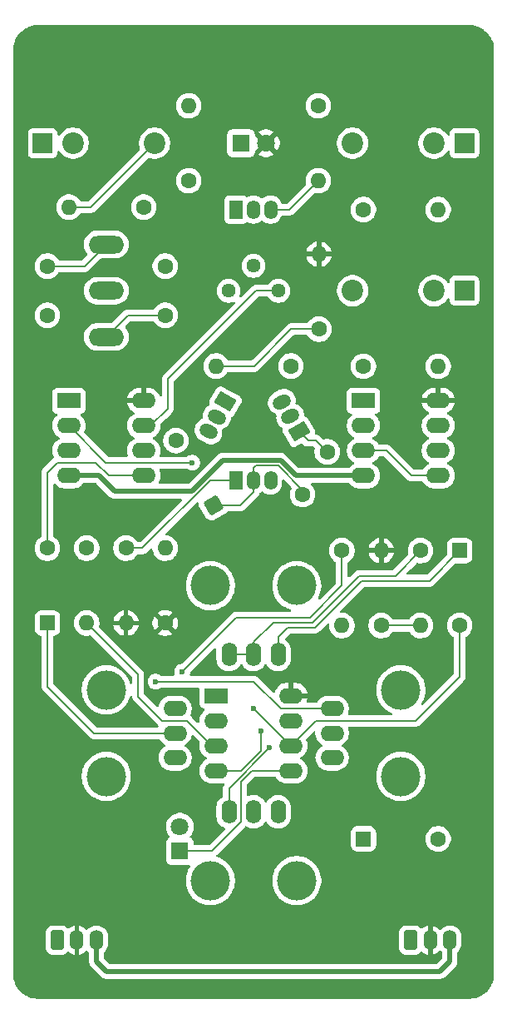
<source format=gbr>
%TF.GenerationSoftware,KiCad,Pcbnew,9.0.2*%
%TF.CreationDate,2025-06-18T19:11:40+10:00*%
%TF.ProjectId,ASDR,41534452-2e6b-4696-9361-645f70636258,rev?*%
%TF.SameCoordinates,Original*%
%TF.FileFunction,Copper,L2,Bot*%
%TF.FilePolarity,Positive*%
%FSLAX46Y46*%
G04 Gerber Fmt 4.6, Leading zero omitted, Abs format (unit mm)*
G04 Created by KiCad (PCBNEW 9.0.2) date 2025-06-18 19:11:40*
%MOMM*%
%LPD*%
G01*
G04 APERTURE LIST*
G04 Aperture macros list*
%AMRoundRect*
0 Rectangle with rounded corners*
0 $1 Rounding radius*
0 $2 $3 $4 $5 $6 $7 $8 $9 X,Y pos of 4 corners*
0 Add a 4 corners polygon primitive as box body*
4,1,4,$2,$3,$4,$5,$6,$7,$8,$9,$2,$3,0*
0 Add four circle primitives for the rounded corners*
1,1,$1+$1,$2,$3*
1,1,$1+$1,$4,$5*
1,1,$1+$1,$6,$7*
1,1,$1+$1,$8,$9*
0 Add four rect primitives between the rounded corners*
20,1,$1+$1,$2,$3,$4,$5,0*
20,1,$1+$1,$4,$5,$6,$7,0*
20,1,$1+$1,$6,$7,$8,$9,0*
20,1,$1+$1,$8,$9,$2,$3,0*%
%AMHorizOval*
0 Thick line with rounded ends*
0 $1 width*
0 $2 $3 position (X,Y) of the first rounded end (center of the circle)*
0 $4 $5 position (X,Y) of the second rounded end (center of the circle)*
0 Add line between two ends*
20,1,$1,$2,$3,$4,$5,0*
0 Add two circle primitives to create the rounded ends*
1,1,$1,$2,$3*
1,1,$1,$4,$5*%
%AMRotRect*
0 Rectangle, with rotation*
0 The origin of the aperture is its center*
0 $1 length*
0 $2 width*
0 $3 Rotation angle, in degrees counterclockwise*
0 Add horizontal line*
21,1,$1,$2,0,0,$3*%
G04 Aperture macros list end*
%TA.AperFunction,ComponentPad*%
%ADD10R,1.350000X1.900000*%
%TD*%
%TA.AperFunction,ComponentPad*%
%ADD11O,1.350000X1.900000*%
%TD*%
%TA.AperFunction,ComponentPad*%
%ADD12C,1.600000*%
%TD*%
%TA.AperFunction,ComponentPad*%
%ADD13O,1.600000X1.600000*%
%TD*%
%TA.AperFunction,WasherPad*%
%ADD14C,4.000000*%
%TD*%
%TA.AperFunction,ComponentPad*%
%ADD15O,2.400000X1.600000*%
%TD*%
%TA.AperFunction,ComponentPad*%
%ADD16O,1.600000X2.400000*%
%TD*%
%TA.AperFunction,ComponentPad*%
%ADD17R,2.400000X1.600000*%
%TD*%
%TA.AperFunction,ComponentPad*%
%ADD18RoundRect,0.250000X0.751314X-0.201314X0.201314X0.751314X-0.751314X0.201314X-0.201314X-0.751314X0*%
%TD*%
%TA.AperFunction,ComponentPad*%
%ADD19R,2.000000X2.000000*%
%TD*%
%TA.AperFunction,ComponentPad*%
%ADD20C,2.200000*%
%TD*%
%TA.AperFunction,ComponentPad*%
%ADD21RoundRect,0.291666X-0.408334X-0.708334X0.408334X-0.708334X0.408334X0.708334X-0.408334X0.708334X0*%
%TD*%
%TA.AperFunction,ComponentPad*%
%ADD22O,1.400000X2.000000*%
%TD*%
%TA.AperFunction,ComponentPad*%
%ADD23RotRect,1.350000X1.900000X120.000000*%
%TD*%
%TA.AperFunction,ComponentPad*%
%ADD24HorizOval,1.350000X0.238157X0.137500X-0.238157X-0.137500X0*%
%TD*%
%TA.AperFunction,ComponentPad*%
%ADD25RotRect,1.350000X1.900000X240.000000*%
%TD*%
%TA.AperFunction,ComponentPad*%
%ADD26HorizOval,1.350000X-0.238157X0.137500X0.238157X-0.137500X0*%
%TD*%
%TA.AperFunction,ComponentPad*%
%ADD27RoundRect,0.250000X-0.550000X0.550000X-0.550000X-0.550000X0.550000X-0.550000X0.550000X0.550000X0*%
%TD*%
%TA.AperFunction,ComponentPad*%
%ADD28RoundRect,0.250000X0.550000X-0.550000X0.550000X0.550000X-0.550000X0.550000X-0.550000X-0.550000X0*%
%TD*%
%TA.AperFunction,ComponentPad*%
%ADD29RoundRect,0.250000X-0.550000X-0.550000X0.550000X-0.550000X0.550000X0.550000X-0.550000X0.550000X0*%
%TD*%
%TA.AperFunction,ComponentPad*%
%ADD30C,1.440000*%
%TD*%
%TA.AperFunction,ComponentPad*%
%ADD31R,1.800000X1.800000*%
%TD*%
%TA.AperFunction,ComponentPad*%
%ADD32C,1.800000*%
%TD*%
%TA.AperFunction,ComponentPad*%
%ADD33O,3.600000X1.800000*%
%TD*%
%TA.AperFunction,ViaPad*%
%ADD34C,0.600000*%
%TD*%
%TA.AperFunction,Conductor*%
%ADD35C,0.200000*%
%TD*%
%TA.AperFunction,Conductor*%
%ADD36C,0.500000*%
%TD*%
G04 APERTURE END LIST*
D10*
%TO.P,Q4,1,C*%
%TO.N,Net-(D5-K)*%
X148230000Y-69250000D03*
D11*
%TO.P,Q4,2,B*%
%TO.N,Net-(Q4-B)*%
X150000000Y-69250000D03*
%TO.P,Q4,3,E*%
%TO.N,Net-(Q4-E)*%
X151730000Y-69250000D03*
%TD*%
D12*
%TO.P,R13,1*%
%TO.N,Net-(J3-PadT)*%
X161190000Y-85200000D03*
D13*
%TO.P,R13,2*%
%TO.N,Net-(U3B--)*%
X168810000Y-85200000D03*
%TD*%
D12*
%TO.P,R10,1*%
%TO.N,Net-(R10-Pad1)*%
X159000000Y-103940000D03*
D13*
%TO.P,R10,2*%
%TO.N,Net-(U2A--)*%
X159000000Y-111560000D03*
%TD*%
D14*
%TO.P,RV2,*%
%TO.N,*%
X135000000Y-126900000D03*
X135000000Y-118100000D03*
D15*
%TO.P,RV2,1,1*%
%TO.N,Net-(R10-Pad1)*%
X142000000Y-119999999D03*
%TO.P,RV2,2,2*%
%TO.N,Net-(D2-K)*%
X142000000Y-122500000D03*
%TO.P,RV2,3,3*%
X142000000Y-125000001D03*
%TD*%
D14*
%TO.P,RV4,*%
%TO.N,*%
X145600000Y-107500000D03*
X154400000Y-107500000D03*
D16*
%TO.P,RV4,1,1*%
%TO.N,Net-(D4-K)*%
X152500001Y-114500000D03*
%TO.P,RV4,2,2*%
%TO.N,Net-(R8-Pad1)*%
X150000000Y-114500000D03*
%TO.P,RV4,3,3*%
X147499999Y-114500000D03*
%TD*%
D17*
%TO.P,U3,1*%
%TO.N,Net-(U3A--)*%
X161190000Y-88690000D03*
D15*
%TO.P,U3,2,-*%
X161190000Y-91230000D03*
%TO.P,U3,3,+*%
%TO.N,Net-(U3A-+)*%
X161190000Y-93770000D03*
%TO.P,U3,4,V-*%
%TO.N,VSS*%
X161190000Y-96310000D03*
%TO.P,U3,5,+*%
%TO.N,Net-(U3A-+)*%
X168810000Y-96310000D03*
%TO.P,U3,6,-*%
%TO.N,Net-(U3B--)*%
X168810000Y-93770000D03*
%TO.P,U3,7*%
X168810000Y-91230000D03*
%TO.P,U3,8,V+*%
%TO.N,VDD*%
X168810000Y-88690000D03*
%TD*%
D18*
%TO.P,D1,1,K*%
%TO.N,Net-(D1-K)*%
X145905000Y-99349556D03*
D12*
%TO.P,D1,2,A*%
%TO.N,GND*%
X142095000Y-92750442D03*
%TD*%
%TO.P,C3,1*%
%TO.N,Net-(SW1-C)*%
X141000000Y-80000000D03*
%TO.P,C3,2*%
%TO.N,GND*%
X141000000Y-75000000D03*
%TD*%
%TO.P,R8,1*%
%TO.N,Net-(R8-Pad1)*%
X167000000Y-103940000D03*
D13*
%TO.P,R8,2*%
%TO.N,Net-(Q2-C)*%
X167000000Y-111560000D03*
%TD*%
D17*
%TO.P,U1,1,GND*%
%TO.N,GND*%
X146190000Y-118690000D03*
D15*
%TO.P,U1,2,TR*%
%TO.N,Net-(Q3-C)*%
X146190000Y-121230000D03*
%TO.P,U1,3,Q*%
%TO.N,Net-(U1-Q)*%
X146190000Y-123770000D03*
%TO.P,U1,4,R*%
%TO.N,Net-(Q2-C)*%
X146190000Y-126310000D03*
%TO.P,U1,5,CV*%
%TO.N,Net-(U1-CV)*%
X153810000Y-126310000D03*
%TO.P,U1,6,THR*%
%TO.N,Net-(D2-A)*%
X153810000Y-123770000D03*
%TO.P,U1,7,DIS*%
%TO.N,Net-(U1-DIS)*%
X153810000Y-121230000D03*
%TO.P,U1,8,VCC*%
%TO.N,VDD*%
X153810000Y-118690000D03*
%TD*%
D19*
%TO.P,J3,G*%
%TO.N,GND*%
X171480000Y-77500000D03*
D20*
%TO.P,J3,S*%
X168380000Y-77500000D03*
%TO.P,J3,T*%
%TO.N,Net-(J3-PadT)*%
X160080000Y-77500000D03*
%TD*%
D21*
%TO.P,J4,1,Pin_1*%
%TO.N,GND*%
X130000000Y-143550000D03*
D22*
%TO.P,J4,2,Pin_2*%
%TO.N,VDD*%
X132000000Y-143550000D03*
%TO.P,J4,3,Pin_3*%
%TO.N,VSS*%
X134000000Y-143550000D03*
%TD*%
D23*
%TO.P,Q2,1,C*%
%TO.N,Net-(Q2-C)*%
X154621769Y-91827866D03*
D24*
%TO.P,Q2,2,B*%
%TO.N,Net-(Q2-B)*%
X153736769Y-90295001D03*
%TO.P,Q2,3,E*%
%TO.N,GND*%
X152871769Y-88796777D03*
%TD*%
D19*
%TO.P,J2,G*%
%TO.N,GND*%
X171480000Y-62500000D03*
D20*
%TO.P,J2,S*%
X168380000Y-62500000D03*
%TO.P,J2,T*%
%TO.N,Net-(J2-PadT)*%
X160080000Y-62500000D03*
%TD*%
D12*
%TO.P,R4,1*%
%TO.N,Net-(Q2-B)*%
X153810000Y-85160000D03*
D13*
%TO.P,R4,2*%
%TO.N,Net-(Q1-C)*%
X146190000Y-85160000D03*
%TD*%
D12*
%TO.P,R6,1*%
%TO.N,Net-(Q3-C)*%
X136999999Y-103690000D03*
D13*
%TO.P,R6,2*%
%TO.N,VDD*%
X136999999Y-111310000D03*
%TD*%
D12*
%TO.P,R9,1*%
%TO.N,VDD*%
X141000000Y-111310000D03*
D13*
%TO.P,R9,2*%
%TO.N,Net-(R9-Pad2)*%
X141000000Y-103690000D03*
%TD*%
D25*
%TO.P,Q1,1,C*%
%TO.N,Net-(Q1-C)*%
X147148232Y-88787135D03*
D26*
%TO.P,Q1,2,B*%
%TO.N,Net-(Q1-B)*%
X146263232Y-90320000D03*
%TO.P,Q1,3,E*%
%TO.N,GND*%
X145398232Y-91818224D03*
%TD*%
D12*
%TO.P,R11,1*%
%TO.N,GND*%
X156600000Y-58690000D03*
D13*
%TO.P,R11,2*%
%TO.N,Net-(Q4-E)*%
X156600000Y-66310000D03*
%TD*%
D27*
%TO.P,D4,1,K*%
%TO.N,Net-(D4-K)*%
X171000000Y-103940001D03*
D12*
%TO.P,D4,2,A*%
%TO.N,Net-(D2-A)*%
X171000000Y-111560001D03*
%TD*%
%TO.P,R2,1*%
%TO.N,GND*%
X143400000Y-66310000D03*
D13*
%TO.P,R2,2*%
%TO.N,Net-(Q1-B)*%
X143400000Y-58690000D03*
%TD*%
D12*
%TO.P,R3,1*%
%TO.N,Net-(Q1-C)*%
X156650000Y-81410000D03*
D13*
%TO.P,R3,2*%
%TO.N,VDD*%
X156650000Y-73790000D03*
%TD*%
D12*
%TO.P,C1,1*%
%TO.N,Net-(D1-K)*%
X155000000Y-98215064D03*
%TO.P,C1,2*%
%TO.N,Net-(Q2-C)*%
X157500000Y-93884937D03*
%TD*%
%TO.P,R5,1*%
%TO.N,Net-(Q2-C)*%
X163000000Y-111560000D03*
D13*
%TO.P,R5,2*%
%TO.N,VDD*%
X163000000Y-103940000D03*
%TD*%
D10*
%TO.P,Q3,1,C*%
%TO.N,Net-(Q3-C)*%
X148230000Y-96800000D03*
D11*
%TO.P,Q3,2,B*%
%TO.N,Net-(D1-K)*%
X150000000Y-96800000D03*
%TO.P,Q3,3,E*%
%TO.N,GND*%
X151730000Y-96800000D03*
%TD*%
D28*
%TO.P,D2,1,K*%
%TO.N,Net-(D2-K)*%
X129000000Y-111310000D03*
D12*
%TO.P,D2,2,A*%
%TO.N,Net-(D2-A)*%
X129000000Y-103690000D03*
%TD*%
D29*
%TO.P,D3,1,K*%
%TO.N,Net-(D2-A)*%
X161190000Y-133250000D03*
D12*
%TO.P,D3,2,A*%
%TO.N,Net-(D3-A)*%
X168810000Y-133250000D03*
%TD*%
D30*
%TO.P,RV5,1,1*%
%TO.N,Net-(Q4-B)*%
X152530000Y-77505000D03*
%TO.P,RV5,2,2*%
%TO.N,Net-(U3A-+)*%
X149990000Y-74965000D03*
%TO.P,RV5,3,3*%
%TO.N,GND*%
X147450000Y-77505000D03*
%TD*%
D31*
%TO.P,D5,1,K*%
%TO.N,Net-(D5-K)*%
X148725000Y-62500000D03*
D32*
%TO.P,D5,2,A*%
%TO.N,VDD*%
X151265000Y-62500000D03*
%TD*%
D19*
%TO.P,J1,G*%
%TO.N,GND*%
X128520000Y-62500000D03*
D20*
%TO.P,J1,S*%
X131620000Y-62500000D03*
%TO.P,J1,T*%
%TO.N,Net-(J1-PadT)*%
X139920000Y-62500000D03*
%TD*%
D33*
%TO.P,SW1,1,A*%
%TO.N,Net-(SW1-A)*%
X135000000Y-72800000D03*
%TO.P,SW1,2,B*%
%TO.N,Net-(D2-A)*%
X135000000Y-77500000D03*
%TO.P,SW1,3,C*%
%TO.N,Net-(SW1-C)*%
X135000000Y-82200000D03*
%TD*%
D14*
%TO.P,RV3,*%
%TO.N,*%
X165000000Y-118100000D03*
X165000000Y-126900000D03*
D15*
%TO.P,RV3,1,1*%
%TO.N,Net-(D3-A)*%
X158000000Y-125000001D03*
%TO.P,RV3,2,2*%
%TO.N,Net-(R7-Pad1)*%
X158000000Y-122500000D03*
%TO.P,RV3,3,3*%
X158000000Y-119999999D03*
%TD*%
D12*
%TO.P,R1,1*%
%TO.N,Net-(Q1-B)*%
X138810000Y-69000000D03*
D13*
%TO.P,R1,2*%
%TO.N,Net-(J1-PadT)*%
X131190000Y-69000000D03*
%TD*%
D12*
%TO.P,R7,1*%
%TO.N,Net-(R7-Pad1)*%
X132999999Y-103690000D03*
D13*
%TO.P,R7,2*%
%TO.N,Net-(U1-Q)*%
X132999999Y-111310000D03*
%TD*%
D17*
%TO.P,U2,1*%
%TO.N,Net-(U2A--)*%
X131190000Y-88690000D03*
D15*
%TO.P,U2,2,-*%
X131190000Y-91230000D03*
%TO.P,U2,3,+*%
%TO.N,Net-(U2A-+)*%
X131190000Y-93770000D03*
%TO.P,U2,4,V-*%
%TO.N,VSS*%
X131190000Y-96310000D03*
%TO.P,U2,5,+*%
%TO.N,Net-(D2-A)*%
X138810000Y-96310000D03*
%TO.P,U2,6,-*%
%TO.N,Net-(Q4-B)*%
X138810000Y-93770000D03*
%TO.P,U2,7*%
X138810000Y-91230000D03*
%TO.P,U2,8,V+*%
%TO.N,VDD*%
X138810000Y-88690000D03*
%TD*%
D12*
%TO.P,R12,1*%
%TO.N,Net-(J2-PadT)*%
X161190000Y-69250000D03*
D13*
%TO.P,R12,2*%
%TO.N,Net-(U3A--)*%
X168810000Y-69250000D03*
%TD*%
D12*
%TO.P,C4,1*%
%TO.N,Net-(SW1-A)*%
X129000000Y-75000000D03*
%TO.P,C4,2*%
%TO.N,GND*%
X129000000Y-80000000D03*
%TD*%
D21*
%TO.P,J5,1,Pin_1*%
%TO.N,GND*%
X166000000Y-143550000D03*
D22*
%TO.P,J5,2,Pin_2*%
%TO.N,VDD*%
X168000000Y-143550000D03*
%TO.P,J5,3,Pin_3*%
%TO.N,VSS*%
X170000000Y-143550000D03*
%TD*%
D31*
%TO.P,C2,1*%
%TO.N,Net-(U1-CV)*%
X142500000Y-134500001D03*
D32*
%TO.P,C2,2*%
%TO.N,GND*%
X142500000Y-132000001D03*
%TD*%
D14*
%TO.P,RV1,*%
%TO.N,*%
X154400000Y-137500000D03*
X145600000Y-137500000D03*
D16*
%TO.P,RV1,1,1*%
%TO.N,Net-(U1-DIS)*%
X147499999Y-130500000D03*
%TO.P,RV1,2,2*%
%TO.N,Net-(U2A-+)*%
X150000000Y-130500000D03*
%TO.P,RV1,3,3*%
%TO.N,Net-(R9-Pad2)*%
X152500001Y-130500000D03*
%TD*%
D34*
%TO.N,Net-(R10-Pad1)*%
X142750000Y-116250000D03*
%TO.N,Net-(Q2-C)*%
X150750000Y-122250000D03*
%TO.N,Net-(D2-A)*%
X150000000Y-119960000D03*
%TO.N,Net-(R7-Pad1)*%
X140000000Y-117250000D03*
%TO.N,Net-(U2A--)*%
X143750000Y-95000000D03*
%TO.N,Net-(U1-DIS)*%
X151600000Y-124000000D03*
%TD*%
D35*
%TO.N,Net-(R10-Pad1)*%
X148250000Y-110750000D02*
X142750000Y-116250000D01*
X155750000Y-110750000D02*
X148250000Y-110750000D01*
X159000000Y-107500000D02*
X155750000Y-110750000D01*
X159000000Y-103940000D02*
X159000000Y-107500000D01*
%TO.N,Net-(R8-Pad1)*%
X147499999Y-114500000D02*
X150000000Y-114500000D01*
%TO.N,Net-(Q4-B)*%
X152530000Y-77505000D02*
X150245000Y-77505000D01*
X150245000Y-77505000D02*
X141250000Y-86500000D01*
%TO.N,Net-(R7-Pad1)*%
X152749999Y-119999999D02*
X158000000Y-119999999D01*
X150000000Y-117250000D02*
X152749999Y-119999999D01*
X140000000Y-117250000D02*
X150000000Y-117250000D01*
%TO.N,Net-(D2-A)*%
X150000000Y-119960000D02*
X153810000Y-123770000D01*
%TO.N,Net-(Q2-C)*%
X150750000Y-124282900D02*
X150750000Y-122250000D01*
X148722900Y-126310000D02*
X150750000Y-124282900D01*
X146190000Y-126310000D02*
X148722900Y-126310000D01*
%TO.N,Net-(D2-A)*%
X133940000Y-95000000D02*
X135250000Y-96310000D01*
X129000000Y-96000000D02*
X130000000Y-95000000D01*
X130000000Y-95000000D02*
X133940000Y-95000000D01*
X129000000Y-103690000D02*
X129000000Y-96000000D01*
D36*
%TO.N,VSS*%
X152750000Y-94750000D02*
X154310000Y-96310000D01*
X154310000Y-96310000D02*
X161190000Y-96310000D01*
X143705475Y-97894525D02*
X146850000Y-94750000D01*
X135865293Y-97894525D02*
X143705475Y-97894525D01*
X146850000Y-94750000D02*
X152750000Y-94750000D01*
X134280768Y-96310000D02*
X135865293Y-97894525D01*
X131190000Y-96310000D02*
X134280768Y-96310000D01*
D35*
%TO.N,Net-(D2-A)*%
X138810000Y-96310000D02*
X135250000Y-96310000D01*
%TO.N,Net-(U1-CV)*%
X148750000Y-127417100D02*
X149857100Y-126310000D01*
X148750000Y-131505049D02*
X148750000Y-127417100D01*
X145755048Y-134500001D02*
X148750000Y-131505049D01*
X142500000Y-134500001D02*
X145755048Y-134500001D01*
X149857100Y-126310000D02*
X153810000Y-126310000D01*
%TO.N,Net-(U1-DIS)*%
X147499999Y-128100001D02*
X147499999Y-130500000D01*
X151600000Y-124000000D02*
X147499999Y-128100001D01*
%TO.N,Net-(D1-K)*%
X155000000Y-97779232D02*
X155000000Y-98215064D01*
X152521768Y-95301000D02*
X155000000Y-97779232D01*
X150250000Y-95301000D02*
X152521768Y-95301000D01*
X150000000Y-95551000D02*
X150250000Y-95301000D01*
X150000000Y-96800000D02*
X150000000Y-95551000D01*
X154465064Y-98750000D02*
X155000000Y-98215064D01*
X150000000Y-96800000D02*
X150000000Y-98000000D01*
X145905000Y-99349556D02*
X148650444Y-99349556D01*
X148650444Y-99349556D02*
X150000000Y-98000000D01*
%TO.N,Net-(Q2-C)*%
X155543903Y-92750000D02*
X156365063Y-92750000D01*
X163000000Y-111560000D02*
X167000000Y-111560000D01*
X154621769Y-91827866D02*
X155543903Y-92750000D01*
X156365063Y-92750000D02*
X157500000Y-93884937D01*
%TO.N,Net-(SW1-C)*%
X137200000Y-80000000D02*
X135000000Y-82200000D01*
X141000000Y-80000000D02*
X137200000Y-80000000D01*
%TO.N,Net-(SW1-A)*%
X132800000Y-75000000D02*
X135000000Y-72800000D01*
X129000000Y-75000000D02*
X132800000Y-75000000D01*
%TO.N,Net-(D2-K)*%
X129000000Y-117750000D02*
X129000000Y-111310000D01*
X133750000Y-122500000D02*
X129000000Y-117750000D01*
X141999999Y-122500000D02*
X133750000Y-122500000D01*
%TO.N,Net-(D2-A)*%
X171000000Y-116750000D02*
X171000000Y-111560001D01*
X156330000Y-121250000D02*
X166500000Y-121250000D01*
X166500000Y-121250000D02*
X171000000Y-116750000D01*
X153810000Y-123770000D02*
X156330000Y-121250000D01*
%TO.N,Net-(D4-K)*%
X156250000Y-111750000D02*
X161000000Y-107000000D01*
X167940001Y-107000000D02*
X171000000Y-103940001D01*
X161000000Y-107000000D02*
X167940001Y-107000000D01*
X152500001Y-112749999D02*
X153500000Y-111750000D01*
X152500001Y-114500000D02*
X152500001Y-112749999D01*
X153500000Y-111750000D02*
X156250000Y-111750000D01*
%TO.N,Net-(J1-PadT)*%
X133420000Y-69000000D02*
X131190000Y-69000000D01*
X139920000Y-62500000D02*
X133420000Y-69000000D01*
D36*
%TO.N,VSS*%
X135000000Y-146725000D02*
X134000000Y-145725000D01*
X169000000Y-146725000D02*
X135000000Y-146725000D01*
X134000000Y-145725000D02*
X134000000Y-143550000D01*
X170000000Y-145725000D02*
X169000000Y-146725000D01*
X170000000Y-145725000D02*
X170000000Y-143550000D01*
D35*
%TO.N,Net-(Q1-C)*%
X150090000Y-85160000D02*
X153840000Y-81410000D01*
X153840000Y-81410000D02*
X156650000Y-81410000D01*
X146190000Y-85160000D02*
X150090000Y-85160000D01*
%TO.N,Net-(Q3-C)*%
X138689232Y-103690000D02*
X145579232Y-96800000D01*
X136999999Y-103690000D02*
X138689232Y-103690000D01*
X145579232Y-96800000D02*
X148230000Y-96800000D01*
%TO.N,Net-(Q4-B)*%
X139520000Y-91230000D02*
X138810000Y-91230000D01*
X141250000Y-86500000D02*
X141250000Y-89500000D01*
X141250000Y-89500000D02*
X139520000Y-91230000D01*
%TO.N,Net-(Q4-E)*%
X153660000Y-69250000D02*
X156600000Y-66310000D01*
X151730000Y-69250000D02*
X153660000Y-69250000D01*
%TO.N,Net-(U1-Q)*%
X140700000Y-121250000D02*
X138250000Y-118800000D01*
X138250000Y-116560001D02*
X132999999Y-111310000D01*
X138250000Y-118800000D02*
X138250000Y-116560001D01*
X146190000Y-123770000D02*
X145770000Y-123770000D01*
X145770000Y-123770000D02*
X143250000Y-121250000D01*
X143250000Y-121250000D02*
X140700000Y-121250000D01*
%TO.N,Net-(R8-Pad1)*%
X150000000Y-113250000D02*
X152000000Y-111250000D01*
X152000000Y-111250000D02*
X156000000Y-111250000D01*
X160750000Y-106500000D02*
X164440000Y-106500000D01*
X156000000Y-111250000D02*
X160750000Y-106500000D01*
X150000000Y-114499999D02*
X150000000Y-113250000D01*
X164440000Y-106500000D02*
X167000000Y-103940000D01*
%TO.N,Net-(U3A-+)*%
X163570000Y-93770000D02*
X161190000Y-93770000D01*
X168810000Y-96310000D02*
X166110000Y-96310000D01*
X166110000Y-96310000D02*
X163570000Y-93770000D01*
%TO.N,Net-(U2A--)*%
X143750000Y-95000000D02*
X134960000Y-95000000D01*
X134960000Y-95000000D02*
X131190000Y-91230000D01*
%TD*%
%TA.AperFunction,Conductor*%
%TO.N,VDD*%
G36*
X172003736Y-50500726D02*
G01*
X172293796Y-50518271D01*
X172308659Y-50520076D01*
X172590798Y-50571780D01*
X172605335Y-50575363D01*
X172879172Y-50660695D01*
X172893163Y-50666000D01*
X173154743Y-50783727D01*
X173167989Y-50790680D01*
X173413465Y-50939075D01*
X173425776Y-50947573D01*
X173651573Y-51124473D01*
X173662781Y-51134403D01*
X173865596Y-51337218D01*
X173875526Y-51348426D01*
X173995481Y-51501538D01*
X174052422Y-51574217D01*
X174060928Y-51586540D01*
X174209316Y-51832004D01*
X174216275Y-51845263D01*
X174333997Y-52106831D01*
X174339306Y-52120832D01*
X174424635Y-52394663D01*
X174428219Y-52409201D01*
X174479923Y-52691340D01*
X174481728Y-52706205D01*
X174499274Y-52996263D01*
X174499500Y-53003750D01*
X174499500Y-146996249D01*
X174499274Y-147003736D01*
X174481728Y-147293794D01*
X174479923Y-147308659D01*
X174428219Y-147590798D01*
X174424635Y-147605336D01*
X174339306Y-147879167D01*
X174333997Y-147893168D01*
X174216275Y-148154736D01*
X174209316Y-148167995D01*
X174060928Y-148413459D01*
X174052422Y-148425782D01*
X173875526Y-148651573D01*
X173865596Y-148662781D01*
X173662781Y-148865596D01*
X173651573Y-148875526D01*
X173425782Y-149052422D01*
X173413459Y-149060928D01*
X173167995Y-149209316D01*
X173154736Y-149216275D01*
X172893168Y-149333997D01*
X172879167Y-149339306D01*
X172605336Y-149424635D01*
X172590798Y-149428219D01*
X172308659Y-149479923D01*
X172293794Y-149481728D01*
X172014454Y-149498624D01*
X172003735Y-149499273D01*
X171996250Y-149499499D01*
X128003734Y-149499499D01*
X127996247Y-149499273D01*
X127706205Y-149481728D01*
X127691340Y-149479923D01*
X127409201Y-149428219D01*
X127394663Y-149424635D01*
X127120832Y-149339306D01*
X127106831Y-149333997D01*
X126845263Y-149216275D01*
X126832004Y-149209316D01*
X126586540Y-149060928D01*
X126574217Y-149052422D01*
X126348426Y-148875526D01*
X126337218Y-148865596D01*
X126134403Y-148662781D01*
X126124473Y-148651573D01*
X125947573Y-148425776D01*
X125939075Y-148413465D01*
X125790680Y-148167989D01*
X125783727Y-148154743D01*
X125666000Y-147893163D01*
X125660693Y-147879167D01*
X125575364Y-147605336D01*
X125571780Y-147590798D01*
X125548982Y-147466392D01*
X125520075Y-147308657D01*
X125518271Y-147293794D01*
X125500726Y-147003736D01*
X125500500Y-146996249D01*
X125500500Y-142797176D01*
X128799500Y-142797176D01*
X128799500Y-144302818D01*
X128799501Y-144302822D01*
X128814474Y-144435720D01*
X128873433Y-144604218D01*
X128968406Y-144755365D01*
X128968407Y-144755366D01*
X129094634Y-144881593D01*
X129245783Y-144976567D01*
X129330030Y-145006046D01*
X129414279Y-145035526D01*
X129499271Y-145045101D01*
X129547183Y-145050500D01*
X130452816Y-145050499D01*
X130452818Y-145050499D01*
X130452819Y-145050498D01*
X130585723Y-145035525D01*
X130754217Y-144976567D01*
X130905366Y-144881593D01*
X131031593Y-144755366D01*
X131031593Y-144755365D01*
X131032270Y-144754689D01*
X131093593Y-144721204D01*
X131163285Y-144726188D01*
X131207632Y-144754689D01*
X131218253Y-144765310D01*
X131218258Y-144765314D01*
X131371059Y-144876329D01*
X131539362Y-144962085D01*
X131718997Y-145020451D01*
X131750000Y-145025362D01*
X131750000Y-143830330D01*
X131769745Y-143850075D01*
X131855255Y-143899444D01*
X131950630Y-143925000D01*
X132049370Y-143925000D01*
X132144745Y-143899444D01*
X132230255Y-143850075D01*
X132250000Y-143830330D01*
X132250000Y-145025361D01*
X132281002Y-145020451D01*
X132460637Y-144962085D01*
X132628940Y-144876329D01*
X132781741Y-144765314D01*
X132781746Y-144765310D01*
X132911966Y-144635091D01*
X132919911Y-144630752D01*
X132925337Y-144623505D01*
X132950096Y-144614270D01*
X132973289Y-144601606D01*
X132982318Y-144602251D01*
X132990801Y-144599088D01*
X133016621Y-144604704D01*
X133042981Y-144606590D01*
X133052034Y-144612408D01*
X133059074Y-144613940D01*
X133087328Y-144635091D01*
X133213181Y-144760944D01*
X133246666Y-144822267D01*
X133249500Y-144848625D01*
X133249500Y-145798918D01*
X133249500Y-145798920D01*
X133249499Y-145798920D01*
X133278340Y-145943907D01*
X133278343Y-145943917D01*
X133334914Y-146080492D01*
X133367812Y-146129727D01*
X133367813Y-146129730D01*
X133417046Y-146203414D01*
X133417052Y-146203421D01*
X134417049Y-147203416D01*
X134521584Y-147307951D01*
X134521587Y-147307953D01*
X134521588Y-147307954D01*
X134644494Y-147390077D01*
X134644496Y-147390078D01*
X134644505Y-147390084D01*
X134669652Y-147400500D01*
X134781088Y-147446659D01*
X134880294Y-147466392D01*
X134919567Y-147474204D01*
X134926081Y-147475500D01*
X134926082Y-147475500D01*
X169073920Y-147475500D01*
X169171462Y-147456096D01*
X169218913Y-147446658D01*
X169355495Y-147390084D01*
X169404729Y-147357186D01*
X169478416Y-147307952D01*
X170582952Y-146203415D01*
X170623955Y-146142049D01*
X170665084Y-146080495D01*
X170697042Y-146003342D01*
X170721659Y-145943912D01*
X170750500Y-145798917D01*
X170750500Y-145651082D01*
X170750500Y-144848625D01*
X170770185Y-144781586D01*
X170786819Y-144760944D01*
X170826559Y-144721204D01*
X170915690Y-144632073D01*
X171026760Y-144479199D01*
X171112547Y-144310832D01*
X171170940Y-144131118D01*
X171200500Y-143944486D01*
X171200500Y-143155513D01*
X171170940Y-142968881D01*
X171143846Y-142885497D01*
X171112547Y-142789168D01*
X171112545Y-142789165D01*
X171112545Y-142789163D01*
X171026759Y-142620800D01*
X170915690Y-142467927D01*
X170782073Y-142334310D01*
X170629199Y-142223240D01*
X170619712Y-142218406D01*
X170460836Y-142137454D01*
X170281118Y-142079059D01*
X170094486Y-142049500D01*
X170094481Y-142049500D01*
X169905519Y-142049500D01*
X169905514Y-142049500D01*
X169718881Y-142079059D01*
X169539163Y-142137454D01*
X169370800Y-142223240D01*
X169283579Y-142286610D01*
X169217927Y-142334310D01*
X169217925Y-142334312D01*
X169217924Y-142334312D01*
X169087328Y-142464909D01*
X169026005Y-142498394D01*
X168956313Y-142493410D01*
X168911966Y-142464909D01*
X168781746Y-142334689D01*
X168781741Y-142334685D01*
X168628940Y-142223670D01*
X168460635Y-142137913D01*
X168281004Y-142079549D01*
X168280995Y-142079547D01*
X168250000Y-142074637D01*
X168250000Y-143269670D01*
X168230255Y-143249925D01*
X168144745Y-143200556D01*
X168049370Y-143175000D01*
X167950630Y-143175000D01*
X167855255Y-143200556D01*
X167769745Y-143249925D01*
X167750000Y-143269670D01*
X167750000Y-142074637D01*
X167749999Y-142074637D01*
X167719004Y-142079547D01*
X167718995Y-142079549D01*
X167539364Y-142137913D01*
X167371059Y-142223670D01*
X167218255Y-142334687D01*
X167218247Y-142334694D01*
X167207628Y-142345313D01*
X167146304Y-142378796D01*
X167076612Y-142373809D01*
X167032269Y-142345310D01*
X166905365Y-142218406D01*
X166754218Y-142123433D01*
X166585720Y-142064473D01*
X166452821Y-142049500D01*
X165547181Y-142049500D01*
X165547177Y-142049501D01*
X165414279Y-142064474D01*
X165245781Y-142123433D01*
X165094634Y-142218406D01*
X164968406Y-142344634D01*
X164873433Y-142495781D01*
X164814473Y-142664279D01*
X164799500Y-142797176D01*
X164799500Y-144302818D01*
X164799501Y-144302822D01*
X164814474Y-144435720D01*
X164873433Y-144604218D01*
X164968406Y-144755365D01*
X164968407Y-144755366D01*
X165094634Y-144881593D01*
X165245783Y-144976567D01*
X165330030Y-145006046D01*
X165414279Y-145035526D01*
X165499271Y-145045101D01*
X165547183Y-145050500D01*
X166452816Y-145050499D01*
X166452818Y-145050499D01*
X166452819Y-145050498D01*
X166585723Y-145035525D01*
X166754217Y-144976567D01*
X166905366Y-144881593D01*
X167031593Y-144755366D01*
X167031593Y-144755365D01*
X167032270Y-144754689D01*
X167093593Y-144721204D01*
X167163285Y-144726188D01*
X167207632Y-144754689D01*
X167218253Y-144765310D01*
X167218258Y-144765314D01*
X167371059Y-144876329D01*
X167539362Y-144962085D01*
X167718997Y-145020451D01*
X167750000Y-145025362D01*
X167750000Y-143830330D01*
X167769745Y-143850075D01*
X167855255Y-143899444D01*
X167950630Y-143925000D01*
X168049370Y-143925000D01*
X168144745Y-143899444D01*
X168230255Y-143850075D01*
X168250000Y-143830330D01*
X168250000Y-145025361D01*
X168281002Y-145020451D01*
X168460637Y-144962085D01*
X168628940Y-144876329D01*
X168781741Y-144765314D01*
X168781746Y-144765310D01*
X168911966Y-144635091D01*
X168919911Y-144630752D01*
X168925337Y-144623505D01*
X168950096Y-144614270D01*
X168973289Y-144601606D01*
X168982318Y-144602251D01*
X168990801Y-144599088D01*
X169016621Y-144604704D01*
X169042981Y-144606590D01*
X169052034Y-144612408D01*
X169059074Y-144613940D01*
X169087328Y-144635091D01*
X169213181Y-144760944D01*
X169246666Y-144822267D01*
X169249500Y-144848625D01*
X169249500Y-145362770D01*
X169229815Y-145429809D01*
X169213181Y-145450451D01*
X168725451Y-145938181D01*
X168664128Y-145971666D01*
X168637770Y-145974500D01*
X135362229Y-145974500D01*
X135295190Y-145954815D01*
X135274548Y-145938181D01*
X134786819Y-145450451D01*
X134753334Y-145389128D01*
X134750500Y-145362770D01*
X134750500Y-144848625D01*
X134770185Y-144781586D01*
X134786819Y-144760944D01*
X134826559Y-144721204D01*
X134915690Y-144632073D01*
X135026760Y-144479199D01*
X135112547Y-144310832D01*
X135170940Y-144131118D01*
X135200500Y-143944486D01*
X135200500Y-143155513D01*
X135170940Y-142968881D01*
X135153931Y-142916536D01*
X135112547Y-142789168D01*
X135112545Y-142789165D01*
X135112545Y-142789163D01*
X135026759Y-142620800D01*
X134915690Y-142467927D01*
X134782073Y-142334310D01*
X134629199Y-142223240D01*
X134619712Y-142218406D01*
X134460836Y-142137454D01*
X134281118Y-142079059D01*
X134094486Y-142049500D01*
X134094481Y-142049500D01*
X133905519Y-142049500D01*
X133905514Y-142049500D01*
X133718881Y-142079059D01*
X133539163Y-142137454D01*
X133370800Y-142223240D01*
X133283579Y-142286610D01*
X133217927Y-142334310D01*
X133217925Y-142334312D01*
X133217924Y-142334312D01*
X133087328Y-142464909D01*
X133026005Y-142498394D01*
X132956313Y-142493410D01*
X132911966Y-142464909D01*
X132781746Y-142334689D01*
X132781741Y-142334685D01*
X132628940Y-142223670D01*
X132460635Y-142137913D01*
X132281004Y-142079549D01*
X132280995Y-142079547D01*
X132250000Y-142074637D01*
X132250000Y-143269670D01*
X132230255Y-143249925D01*
X132144745Y-143200556D01*
X132049370Y-143175000D01*
X131950630Y-143175000D01*
X131855255Y-143200556D01*
X131769745Y-143249925D01*
X131750000Y-143269670D01*
X131750000Y-142074637D01*
X131749999Y-142074637D01*
X131719004Y-142079547D01*
X131718995Y-142079549D01*
X131539364Y-142137913D01*
X131371059Y-142223670D01*
X131218255Y-142334687D01*
X131218247Y-142334694D01*
X131207628Y-142345313D01*
X131146304Y-142378796D01*
X131076612Y-142373809D01*
X131032269Y-142345310D01*
X130905365Y-142218406D01*
X130754218Y-142123433D01*
X130585720Y-142064473D01*
X130452821Y-142049500D01*
X129547181Y-142049500D01*
X129547177Y-142049501D01*
X129414279Y-142064474D01*
X129245781Y-142123433D01*
X129094634Y-142218406D01*
X128968406Y-142344634D01*
X128873433Y-142495781D01*
X128814473Y-142664279D01*
X128799500Y-142797176D01*
X125500500Y-142797176D01*
X125500500Y-126759568D01*
X132499500Y-126759568D01*
X132499500Y-127040431D01*
X132530942Y-127319494D01*
X132530945Y-127319512D01*
X132593439Y-127593317D01*
X132593443Y-127593329D01*
X132686200Y-127858411D01*
X132808053Y-128111442D01*
X132808055Y-128111445D01*
X132957477Y-128349248D01*
X133132584Y-128568825D01*
X133331175Y-128767416D01*
X133550752Y-128942523D01*
X133788555Y-129091945D01*
X134041592Y-129213801D01*
X134153005Y-129252786D01*
X134306670Y-129306556D01*
X134306682Y-129306560D01*
X134580491Y-129369055D01*
X134580497Y-129369055D01*
X134580505Y-129369057D01*
X134766547Y-129390018D01*
X134859569Y-129400499D01*
X134859572Y-129400500D01*
X134859575Y-129400500D01*
X135140428Y-129400500D01*
X135140429Y-129400499D01*
X135283055Y-129384429D01*
X135419494Y-129369057D01*
X135419499Y-129369056D01*
X135419509Y-129369055D01*
X135693318Y-129306560D01*
X135958408Y-129213801D01*
X136211445Y-129091945D01*
X136449248Y-128942523D01*
X136668825Y-128767416D01*
X136867416Y-128568825D01*
X137042523Y-128349248D01*
X137191945Y-128111445D01*
X137313801Y-127858408D01*
X137406560Y-127593318D01*
X137469055Y-127319509D01*
X137500500Y-127040425D01*
X137500500Y-126759575D01*
X137469055Y-126480491D01*
X137406560Y-126206682D01*
X137313801Y-125941592D01*
X137191945Y-125688555D01*
X137042523Y-125450752D01*
X136867416Y-125231175D01*
X136668825Y-125032584D01*
X136449248Y-124857477D01*
X136211445Y-124708055D01*
X136211442Y-124708053D01*
X135958411Y-124586200D01*
X135693329Y-124493443D01*
X135693317Y-124493439D01*
X135419512Y-124430945D01*
X135419494Y-124430942D01*
X135140431Y-124399500D01*
X135140425Y-124399500D01*
X134859575Y-124399500D01*
X134859568Y-124399500D01*
X134580505Y-124430942D01*
X134580487Y-124430945D01*
X134306682Y-124493439D01*
X134306670Y-124493443D01*
X134041588Y-124586200D01*
X133788557Y-124708053D01*
X133550753Y-124857476D01*
X133331175Y-125032583D01*
X133132583Y-125231175D01*
X132957476Y-125450753D01*
X132808053Y-125688557D01*
X132686200Y-125941588D01*
X132593443Y-126206670D01*
X132593439Y-126206682D01*
X132530945Y-126480487D01*
X132530942Y-126480505D01*
X132499500Y-126759568D01*
X125500500Y-126759568D01*
X125500500Y-110709983D01*
X127699500Y-110709983D01*
X127699500Y-111910001D01*
X127699501Y-111910018D01*
X127710000Y-112012796D01*
X127710001Y-112012799D01*
X127745098Y-112118713D01*
X127765186Y-112179334D01*
X127857288Y-112328656D01*
X127981344Y-112452712D01*
X128130666Y-112544814D01*
X128297203Y-112599999D01*
X128297209Y-112599999D01*
X128301448Y-112600907D01*
X128362884Y-112634185D01*
X128396576Y-112695394D01*
X128399500Y-112722162D01*
X128399500Y-117663330D01*
X128399499Y-117663348D01*
X128399499Y-117829054D01*
X128399498Y-117829054D01*
X128440423Y-117981787D01*
X128451853Y-118001582D01*
X128451854Y-118001583D01*
X128480096Y-118050500D01*
X128519479Y-118118714D01*
X128519481Y-118118717D01*
X128638349Y-118237585D01*
X128638355Y-118237590D01*
X133265139Y-122864374D01*
X133265149Y-122864385D01*
X133269479Y-122868715D01*
X133269480Y-122868716D01*
X133381284Y-122980520D01*
X133381286Y-122980521D01*
X133381290Y-122980524D01*
X133497374Y-123047544D01*
X133518216Y-123059577D01*
X133625748Y-123088390D01*
X133670942Y-123100500D01*
X133670943Y-123100500D01*
X140370398Y-123100500D01*
X140437437Y-123120185D01*
X140480883Y-123168205D01*
X140487715Y-123181614D01*
X140608028Y-123347213D01*
X140752786Y-123491971D01*
X140907749Y-123604556D01*
X140918390Y-123612287D01*
X140971828Y-123639515D01*
X141022624Y-123687490D01*
X141039419Y-123755311D01*
X141016882Y-123821446D01*
X140971830Y-123860484D01*
X140918386Y-123887715D01*
X140752786Y-124008029D01*
X140608028Y-124152787D01*
X140487715Y-124318387D01*
X140394781Y-124500777D01*
X140331522Y-124695466D01*
X140301934Y-124882284D01*
X140299500Y-124897649D01*
X140299500Y-125102353D01*
X140300940Y-125111446D01*
X140331522Y-125304535D01*
X140394781Y-125499224D01*
X140487715Y-125681614D01*
X140608028Y-125847214D01*
X140752786Y-125991972D01*
X140907749Y-126104557D01*
X140918390Y-126112288D01*
X141034607Y-126171504D01*
X141100776Y-126205219D01*
X141100778Y-126205219D01*
X141100781Y-126205221D01*
X141205137Y-126239128D01*
X141295465Y-126268478D01*
X141396557Y-126284489D01*
X141497648Y-126300501D01*
X141497649Y-126300501D01*
X142502351Y-126300501D01*
X142502352Y-126300501D01*
X142704534Y-126268478D01*
X142899219Y-126205221D01*
X143081610Y-126112288D01*
X143174590Y-126044733D01*
X143247213Y-125991972D01*
X143247215Y-125991969D01*
X143247219Y-125991967D01*
X143391966Y-125847220D01*
X143391968Y-125847216D01*
X143391971Y-125847214D01*
X143444732Y-125774591D01*
X143512287Y-125681611D01*
X143605220Y-125499220D01*
X143668477Y-125304535D01*
X143700500Y-125102353D01*
X143700500Y-124897649D01*
X143680241Y-124769738D01*
X143668477Y-124695466D01*
X143623699Y-124557654D01*
X143605220Y-124500782D01*
X143605218Y-124500779D01*
X143605218Y-124500777D01*
X143569635Y-124430942D01*
X143512287Y-124318391D01*
X143476562Y-124269219D01*
X143391971Y-124152787D01*
X143247213Y-124008029D01*
X143081611Y-123887714D01*
X143028170Y-123860484D01*
X142977375Y-123812510D01*
X142960580Y-123744688D01*
X142983118Y-123678554D01*
X143028172Y-123639515D01*
X143081610Y-123612287D01*
X143131144Y-123576298D01*
X143247213Y-123491971D01*
X143247215Y-123491968D01*
X143247219Y-123491966D01*
X143391966Y-123347219D01*
X143391968Y-123347215D01*
X143391971Y-123347213D01*
X143476938Y-123230264D01*
X143512287Y-123181610D01*
X143605220Y-122999219D01*
X143668477Y-122804534D01*
X143669622Y-122797300D01*
X143699548Y-122734166D01*
X143758857Y-122697231D01*
X143828720Y-122698225D01*
X143879777Y-122729012D01*
X144491017Y-123340252D01*
X144524502Y-123401575D01*
X144521562Y-123460463D01*
X144522661Y-123460727D01*
X144521521Y-123465472D01*
X144489500Y-123667648D01*
X144489500Y-123872351D01*
X144521522Y-124074534D01*
X144584781Y-124269223D01*
X144677715Y-124451613D01*
X144798028Y-124617213D01*
X144942786Y-124761971D01*
X145097749Y-124874556D01*
X145108390Y-124882287D01*
X145199840Y-124928883D01*
X145201080Y-124929515D01*
X145251876Y-124977490D01*
X145268671Y-125045311D01*
X145246134Y-125111446D01*
X145201080Y-125150485D01*
X145108386Y-125197715D01*
X144942786Y-125318028D01*
X144798028Y-125462786D01*
X144677715Y-125628386D01*
X144584781Y-125810776D01*
X144521522Y-126005465D01*
X144489500Y-126207648D01*
X144489500Y-126412351D01*
X144521522Y-126614534D01*
X144584781Y-126809223D01*
X144677715Y-126991613D01*
X144798028Y-127157213D01*
X144942786Y-127301971D01*
X145097749Y-127414556D01*
X145108390Y-127422287D01*
X145224607Y-127481503D01*
X145290776Y-127515218D01*
X145290778Y-127515218D01*
X145290781Y-127515220D01*
X145395137Y-127549127D01*
X145485465Y-127578477D01*
X145579167Y-127593318D01*
X145687648Y-127610500D01*
X145687649Y-127610500D01*
X146692350Y-127610500D01*
X146692352Y-127610500D01*
X146872388Y-127581984D01*
X146888052Y-127584008D01*
X146903562Y-127581018D01*
X146921989Y-127588393D01*
X146941679Y-127590938D01*
X146953765Y-127601112D01*
X146968428Y-127606981D01*
X146979942Y-127623148D01*
X146995131Y-127635934D01*
X146999797Y-127651025D01*
X147008961Y-127663892D01*
X147009907Y-127683721D01*
X147015771Y-127702686D01*
X147011580Y-127718787D01*
X147012291Y-127733682D01*
X146999176Y-127766449D01*
X146990434Y-127781592D01*
X146987996Y-127785816D01*
X146940422Y-127868216D01*
X146899498Y-128020944D01*
X146899498Y-128020946D01*
X146899498Y-128189047D01*
X146899499Y-128189060D01*
X146899499Y-128870397D01*
X146879814Y-128937436D01*
X146831799Y-128980879D01*
X146818388Y-128987712D01*
X146652785Y-129108028D01*
X146508027Y-129252786D01*
X146387714Y-129418386D01*
X146294780Y-129600776D01*
X146231521Y-129795465D01*
X146199499Y-129997648D01*
X146199499Y-131002351D01*
X146231521Y-131204534D01*
X146294780Y-131399223D01*
X146387714Y-131581613D01*
X146508027Y-131747213D01*
X146652785Y-131891971D01*
X146790335Y-131991905D01*
X146818389Y-132012287D01*
X147000780Y-132105220D01*
X147034623Y-132116216D01*
X147092296Y-132155651D01*
X147119496Y-132220009D01*
X147107582Y-132288856D01*
X147083985Y-132321827D01*
X145542632Y-133863182D01*
X145481309Y-133896667D01*
X145454951Y-133899501D01*
X144024499Y-133899501D01*
X143957460Y-133879816D01*
X143911705Y-133827012D01*
X143900499Y-133775501D01*
X143900499Y-133552130D01*
X143900498Y-133552124D01*
X143900497Y-133552117D01*
X143894091Y-133492518D01*
X143843796Y-133357670D01*
X143843795Y-133357669D01*
X143843793Y-133357665D01*
X143757547Y-133242456D01*
X143757544Y-133242453D01*
X143642335Y-133156207D01*
X143642329Y-133156204D01*
X143591552Y-133137265D01*
X143535619Y-133095393D01*
X143511202Y-133029928D01*
X143526054Y-132961656D01*
X143547206Y-132933402D01*
X143568242Y-132912366D01*
X143697815Y-132734023D01*
X143797895Y-132537607D01*
X143866015Y-132327952D01*
X143900500Y-132110223D01*
X143900500Y-131889779D01*
X143866015Y-131672050D01*
X143797895Y-131462395D01*
X143797895Y-131462394D01*
X143763237Y-131394376D01*
X143697815Y-131265979D01*
X143653173Y-131204534D01*
X143568247Y-131087642D01*
X143568243Y-131087637D01*
X143412363Y-130931757D01*
X143412358Y-130931753D01*
X143234025Y-130802188D01*
X143234024Y-130802187D01*
X143234022Y-130802186D01*
X143171096Y-130770123D01*
X143037606Y-130702105D01*
X143037603Y-130702104D01*
X142827952Y-130633986D01*
X142719086Y-130616743D01*
X142610222Y-130599501D01*
X142389778Y-130599501D01*
X142317201Y-130610996D01*
X142172047Y-130633986D01*
X141962396Y-130702104D01*
X141962393Y-130702105D01*
X141765974Y-130802188D01*
X141587641Y-130931753D01*
X141587636Y-130931757D01*
X141431756Y-131087637D01*
X141431752Y-131087642D01*
X141302187Y-131265975D01*
X141202104Y-131462394D01*
X141202103Y-131462397D01*
X141133985Y-131672048D01*
X141099500Y-131889779D01*
X141099500Y-132110222D01*
X141133985Y-132327953D01*
X141202103Y-132537604D01*
X141202104Y-132537607D01*
X141302187Y-132734026D01*
X141431752Y-132912359D01*
X141431756Y-132912364D01*
X141452794Y-132933402D01*
X141486279Y-132994725D01*
X141481295Y-133064417D01*
X141439423Y-133120350D01*
X141408448Y-133137264D01*
X141357674Y-133156202D01*
X141357664Y-133156207D01*
X141242455Y-133242453D01*
X141242452Y-133242456D01*
X141156206Y-133357665D01*
X141156202Y-133357672D01*
X141105908Y-133492518D01*
X141099501Y-133552117D01*
X141099501Y-133552124D01*
X141099500Y-133552136D01*
X141099500Y-135447871D01*
X141099501Y-135447877D01*
X141105908Y-135507484D01*
X141156202Y-135642329D01*
X141156206Y-135642336D01*
X141242452Y-135757545D01*
X141242455Y-135757548D01*
X141357664Y-135843794D01*
X141357671Y-135843798D01*
X141492517Y-135894092D01*
X141492516Y-135894092D01*
X141499444Y-135894836D01*
X141552127Y-135900501D01*
X143427525Y-135900500D01*
X143494564Y-135920185D01*
X143540319Y-135972988D01*
X143550263Y-136042147D01*
X143532519Y-136090472D01*
X143408053Y-136288557D01*
X143286200Y-136541588D01*
X143193443Y-136806670D01*
X143193439Y-136806682D01*
X143130945Y-137080487D01*
X143130942Y-137080505D01*
X143099500Y-137359568D01*
X143099500Y-137640431D01*
X143130942Y-137919494D01*
X143130945Y-137919512D01*
X143193439Y-138193317D01*
X143193443Y-138193329D01*
X143286200Y-138458411D01*
X143408053Y-138711442D01*
X143408055Y-138711445D01*
X143557477Y-138949248D01*
X143732584Y-139168825D01*
X143931175Y-139367416D01*
X144150752Y-139542523D01*
X144388555Y-139691945D01*
X144641592Y-139813801D01*
X144840680Y-139883465D01*
X144906670Y-139906556D01*
X144906682Y-139906560D01*
X145180491Y-139969055D01*
X145180497Y-139969055D01*
X145180505Y-139969057D01*
X145366547Y-139990018D01*
X145459569Y-140000499D01*
X145459572Y-140000500D01*
X145459575Y-140000500D01*
X145740428Y-140000500D01*
X145740429Y-140000499D01*
X145883055Y-139984429D01*
X146019494Y-139969057D01*
X146019499Y-139969056D01*
X146019509Y-139969055D01*
X146293318Y-139906560D01*
X146558408Y-139813801D01*
X146811445Y-139691945D01*
X147049248Y-139542523D01*
X147268825Y-139367416D01*
X147467416Y-139168825D01*
X147642523Y-138949248D01*
X147791945Y-138711445D01*
X147913801Y-138458408D01*
X148006560Y-138193318D01*
X148069055Y-137919509D01*
X148100500Y-137640425D01*
X148100500Y-137359575D01*
X148100499Y-137359568D01*
X151899500Y-137359568D01*
X151899500Y-137640431D01*
X151930942Y-137919494D01*
X151930945Y-137919512D01*
X151993439Y-138193317D01*
X151993443Y-138193329D01*
X152086200Y-138458411D01*
X152208053Y-138711442D01*
X152208055Y-138711445D01*
X152357477Y-138949248D01*
X152532584Y-139168825D01*
X152731175Y-139367416D01*
X152950752Y-139542523D01*
X153188555Y-139691945D01*
X153441592Y-139813801D01*
X153640680Y-139883465D01*
X153706670Y-139906556D01*
X153706682Y-139906560D01*
X153980491Y-139969055D01*
X153980497Y-139969055D01*
X153980505Y-139969057D01*
X154166547Y-139990018D01*
X154259569Y-140000499D01*
X154259572Y-140000500D01*
X154259575Y-140000500D01*
X154540428Y-140000500D01*
X154540429Y-140000499D01*
X154683055Y-139984429D01*
X154819494Y-139969057D01*
X154819499Y-139969056D01*
X154819509Y-139969055D01*
X155093318Y-139906560D01*
X155358408Y-139813801D01*
X155611445Y-139691945D01*
X155849248Y-139542523D01*
X156068825Y-139367416D01*
X156267416Y-139168825D01*
X156442523Y-138949248D01*
X156591945Y-138711445D01*
X156713801Y-138458408D01*
X156806560Y-138193318D01*
X156869055Y-137919509D01*
X156900500Y-137640425D01*
X156900500Y-137359575D01*
X156869055Y-137080491D01*
X156806560Y-136806682D01*
X156713801Y-136541592D01*
X156591945Y-136288555D01*
X156442523Y-136050752D01*
X156267416Y-135831175D01*
X156068825Y-135632584D01*
X155849248Y-135457477D01*
X155685004Y-135354275D01*
X155611442Y-135308053D01*
X155358411Y-135186200D01*
X155093329Y-135093443D01*
X155093317Y-135093439D01*
X154819512Y-135030945D01*
X154819494Y-135030942D01*
X154540431Y-134999500D01*
X154540425Y-134999500D01*
X154259575Y-134999500D01*
X154259568Y-134999500D01*
X153980505Y-135030942D01*
X153980487Y-135030945D01*
X153706682Y-135093439D01*
X153706670Y-135093443D01*
X153441588Y-135186200D01*
X153188557Y-135308053D01*
X152950753Y-135457476D01*
X152731175Y-135632583D01*
X152532583Y-135831175D01*
X152357476Y-136050753D01*
X152208053Y-136288557D01*
X152086200Y-136541588D01*
X151993443Y-136806670D01*
X151993439Y-136806682D01*
X151930945Y-137080487D01*
X151930942Y-137080505D01*
X151899500Y-137359568D01*
X148100499Y-137359568D01*
X148069055Y-137080491D01*
X148006560Y-136806682D01*
X147913801Y-136541592D01*
X147791945Y-136288555D01*
X147642523Y-136050752D01*
X147467416Y-135831175D01*
X147268825Y-135632584D01*
X147049248Y-135457477D01*
X146885004Y-135354275D01*
X146811442Y-135308053D01*
X146558411Y-135186200D01*
X146293329Y-135093443D01*
X146293313Y-135093438D01*
X146282073Y-135090873D01*
X146274729Y-135086765D01*
X146266339Y-135086166D01*
X146244695Y-135069966D01*
X146221094Y-135056765D01*
X146217137Y-135049339D01*
X146210403Y-135044299D01*
X146200952Y-135018967D01*
X146188236Y-134995103D01*
X146188921Y-134986718D01*
X146185981Y-134978836D01*
X146191727Y-134952414D01*
X146193931Y-134925466D01*
X146199427Y-134917008D01*
X146200829Y-134910562D01*
X146221963Y-134882328D01*
X146221975Y-134882309D01*
X146235568Y-134868717D01*
X146235569Y-134868714D01*
X148454300Y-132649983D01*
X159889500Y-132649983D01*
X159889500Y-133850001D01*
X159889501Y-133850018D01*
X159900000Y-133952796D01*
X159900001Y-133952799D01*
X159947856Y-134097213D01*
X159955186Y-134119334D01*
X160047288Y-134268656D01*
X160171344Y-134392712D01*
X160320666Y-134484814D01*
X160487203Y-134539999D01*
X160589991Y-134550500D01*
X161790008Y-134550499D01*
X161892797Y-134539999D01*
X162059334Y-134484814D01*
X162208656Y-134392712D01*
X162332712Y-134268656D01*
X162424814Y-134119334D01*
X162479999Y-133952797D01*
X162490500Y-133850009D01*
X162490499Y-133147648D01*
X167509500Y-133147648D01*
X167509500Y-133352351D01*
X167541522Y-133554534D01*
X167604781Y-133749223D01*
X167697715Y-133931613D01*
X167818028Y-134097213D01*
X167962786Y-134241971D01*
X168117749Y-134354556D01*
X168128390Y-134362287D01*
X168244607Y-134421503D01*
X168310776Y-134455218D01*
X168310778Y-134455218D01*
X168310781Y-134455220D01*
X168401856Y-134484812D01*
X168505465Y-134518477D01*
X168606557Y-134534488D01*
X168707648Y-134550500D01*
X168707649Y-134550500D01*
X168912351Y-134550500D01*
X168912352Y-134550500D01*
X169114534Y-134518477D01*
X169309219Y-134455220D01*
X169491610Y-134362287D01*
X169620482Y-134268657D01*
X169657213Y-134241971D01*
X169657215Y-134241968D01*
X169657219Y-134241966D01*
X169801966Y-134097219D01*
X169801968Y-134097215D01*
X169801971Y-134097213D01*
X169906892Y-133952799D01*
X169922287Y-133931610D01*
X170015220Y-133749219D01*
X170078477Y-133554534D01*
X170110500Y-133352352D01*
X170110500Y-133147648D01*
X170102874Y-133099501D01*
X170078477Y-132945465D01*
X170015218Y-132750776D01*
X169963865Y-132649991D01*
X169922287Y-132568390D01*
X169899920Y-132537604D01*
X169801971Y-132402786D01*
X169657213Y-132258028D01*
X169491613Y-132137715D01*
X169491612Y-132137714D01*
X169491610Y-132137713D01*
X169427833Y-132105217D01*
X169309223Y-132044781D01*
X169114534Y-131981522D01*
X168939995Y-131953878D01*
X168912352Y-131949500D01*
X168707648Y-131949500D01*
X168683329Y-131953351D01*
X168505465Y-131981522D01*
X168310776Y-132044781D01*
X168128386Y-132137715D01*
X167962786Y-132258028D01*
X167818028Y-132402786D01*
X167697715Y-132568386D01*
X167604781Y-132750776D01*
X167541522Y-132945465D01*
X167509500Y-133147648D01*
X162490499Y-133147648D01*
X162490499Y-132649992D01*
X162479999Y-132547203D01*
X162424814Y-132380666D01*
X162332712Y-132231344D01*
X162208656Y-132107288D01*
X162059334Y-132015186D01*
X161892797Y-131960001D01*
X161892795Y-131960000D01*
X161790010Y-131949500D01*
X160589998Y-131949500D01*
X160589981Y-131949501D01*
X160487203Y-131960000D01*
X160487200Y-131960001D01*
X160320668Y-132015185D01*
X160320663Y-132015187D01*
X160171342Y-132107289D01*
X160047289Y-132231342D01*
X159955187Y-132380663D01*
X159955186Y-132380666D01*
X159900001Y-132547203D01*
X159900001Y-132547204D01*
X159900000Y-132547204D01*
X159889500Y-132649983D01*
X148454300Y-132649983D01*
X149112380Y-131991903D01*
X149173701Y-131958420D01*
X149243393Y-131963404D01*
X149272940Y-131979266D01*
X149290337Y-131991905D01*
X149318388Y-132012286D01*
X149500776Y-132105218D01*
X149500778Y-132105218D01*
X149500781Y-132105220D01*
X149600784Y-132137713D01*
X149695465Y-132168477D01*
X149796557Y-132184488D01*
X149897648Y-132200500D01*
X149897649Y-132200500D01*
X150102351Y-132200500D01*
X150102352Y-132200500D01*
X150304534Y-132168477D01*
X150499219Y-132105220D01*
X150681610Y-132012287D01*
X150774590Y-131944732D01*
X150847213Y-131891971D01*
X150847215Y-131891968D01*
X150847219Y-131891966D01*
X150991966Y-131747219D01*
X150991968Y-131747215D01*
X150991971Y-131747213D01*
X151112286Y-131581611D01*
X151139515Y-131528172D01*
X151187489Y-131477376D01*
X151255310Y-131460580D01*
X151321445Y-131483117D01*
X151360484Y-131528170D01*
X151387714Y-131581611D01*
X151508029Y-131747213D01*
X151652787Y-131891971D01*
X151790337Y-131991905D01*
X151818391Y-132012287D01*
X151934608Y-132071503D01*
X152000777Y-132105218D01*
X152000779Y-132105218D01*
X152000782Y-132105220D01*
X152100785Y-132137713D01*
X152195466Y-132168477D01*
X152296558Y-132184488D01*
X152397649Y-132200500D01*
X152397650Y-132200500D01*
X152602352Y-132200500D01*
X152602353Y-132200500D01*
X152804535Y-132168477D01*
X152999220Y-132105220D01*
X153181611Y-132012287D01*
X153274591Y-131944732D01*
X153347214Y-131891971D01*
X153347216Y-131891968D01*
X153347220Y-131891966D01*
X153491967Y-131747219D01*
X153491969Y-131747215D01*
X153491972Y-131747213D01*
X153546581Y-131672048D01*
X153612288Y-131581610D01*
X153705221Y-131399219D01*
X153768478Y-131204534D01*
X153800501Y-131002352D01*
X153800501Y-129997648D01*
X153768478Y-129795466D01*
X153750001Y-129738601D01*
X153705219Y-129600776D01*
X153639516Y-129471828D01*
X153612288Y-129418390D01*
X153576446Y-129369057D01*
X153491972Y-129252786D01*
X153347214Y-129108028D01*
X153181614Y-128987715D01*
X153181613Y-128987714D01*
X153181611Y-128987713D01*
X153124654Y-128958691D01*
X152999224Y-128894781D01*
X152804535Y-128831522D01*
X152629996Y-128803878D01*
X152602353Y-128799500D01*
X152397649Y-128799500D01*
X152373330Y-128803351D01*
X152195466Y-128831522D01*
X152000777Y-128894781D01*
X151818387Y-128987715D01*
X151652787Y-129108028D01*
X151508029Y-129252786D01*
X151387715Y-129418386D01*
X151360484Y-129471830D01*
X151312509Y-129522625D01*
X151244688Y-129539419D01*
X151178553Y-129516881D01*
X151139515Y-129471828D01*
X151112287Y-129418390D01*
X151076445Y-129369057D01*
X150991971Y-129252786D01*
X150847213Y-129108028D01*
X150681613Y-128987715D01*
X150681612Y-128987714D01*
X150681610Y-128987713D01*
X150624653Y-128958691D01*
X150499223Y-128894781D01*
X150304534Y-128831522D01*
X150129995Y-128803878D01*
X150102352Y-128799500D01*
X149897648Y-128799500D01*
X149873329Y-128803351D01*
X149695465Y-128831522D01*
X149575824Y-128870397D01*
X149512817Y-128890869D01*
X149442977Y-128892864D01*
X149383144Y-128856784D01*
X149352316Y-128794083D01*
X149350500Y-128772938D01*
X149350500Y-127717197D01*
X149370185Y-127650158D01*
X149386819Y-127629516D01*
X150069516Y-126946819D01*
X150130839Y-126913334D01*
X150157197Y-126910500D01*
X152180398Y-126910500D01*
X152247437Y-126930185D01*
X152290883Y-126978205D01*
X152297715Y-126991614D01*
X152418028Y-127157213D01*
X152562786Y-127301971D01*
X152717749Y-127414556D01*
X152728390Y-127422287D01*
X152844607Y-127481503D01*
X152910776Y-127515218D01*
X152910778Y-127515218D01*
X152910781Y-127515220D01*
X153015137Y-127549127D01*
X153105465Y-127578477D01*
X153199167Y-127593318D01*
X153307648Y-127610500D01*
X153307649Y-127610500D01*
X154312351Y-127610500D01*
X154312352Y-127610500D01*
X154514534Y-127578477D01*
X154709219Y-127515220D01*
X154891610Y-127422287D01*
X155033069Y-127319512D01*
X155057213Y-127301971D01*
X155057215Y-127301968D01*
X155057219Y-127301966D01*
X155201966Y-127157219D01*
X155201968Y-127157215D01*
X155201971Y-127157213D01*
X155254732Y-127084590D01*
X155322287Y-126991610D01*
X155415220Y-126809219D01*
X155431353Y-126759568D01*
X162499500Y-126759568D01*
X162499500Y-127040431D01*
X162530942Y-127319494D01*
X162530945Y-127319512D01*
X162593439Y-127593317D01*
X162593443Y-127593329D01*
X162686200Y-127858411D01*
X162808053Y-128111442D01*
X162808055Y-128111445D01*
X162957477Y-128349248D01*
X163132584Y-128568825D01*
X163331175Y-128767416D01*
X163550752Y-128942523D01*
X163788555Y-129091945D01*
X164041592Y-129213801D01*
X164153005Y-129252786D01*
X164306670Y-129306556D01*
X164306682Y-129306560D01*
X164580491Y-129369055D01*
X164580497Y-129369055D01*
X164580505Y-129369057D01*
X164766547Y-129390018D01*
X164859569Y-129400499D01*
X164859572Y-129400500D01*
X164859575Y-129400500D01*
X165140428Y-129400500D01*
X165140429Y-129400499D01*
X165283055Y-129384429D01*
X165419494Y-129369057D01*
X165419499Y-129369056D01*
X165419509Y-129369055D01*
X165693318Y-129306560D01*
X165958408Y-129213801D01*
X166211445Y-129091945D01*
X166449248Y-128942523D01*
X166668825Y-128767416D01*
X166867416Y-128568825D01*
X167042523Y-128349248D01*
X167191945Y-128111445D01*
X167313801Y-127858408D01*
X167406560Y-127593318D01*
X167469055Y-127319509D01*
X167500500Y-127040425D01*
X167500500Y-126759575D01*
X167469055Y-126480491D01*
X167406560Y-126206682D01*
X167313801Y-125941592D01*
X167191945Y-125688555D01*
X167042523Y-125450752D01*
X166867416Y-125231175D01*
X166668825Y-125032584D01*
X166449248Y-124857477D01*
X166211445Y-124708055D01*
X166211442Y-124708053D01*
X165958411Y-124586200D01*
X165693329Y-124493443D01*
X165693317Y-124493439D01*
X165419512Y-124430945D01*
X165419494Y-124430942D01*
X165140431Y-124399500D01*
X165140425Y-124399500D01*
X164859575Y-124399500D01*
X164859568Y-124399500D01*
X164580505Y-124430942D01*
X164580487Y-124430945D01*
X164306682Y-124493439D01*
X164306670Y-124493443D01*
X164041588Y-124586200D01*
X163788557Y-124708053D01*
X163550753Y-124857476D01*
X163331175Y-125032583D01*
X163132583Y-125231175D01*
X162957476Y-125450753D01*
X162808053Y-125688557D01*
X162686200Y-125941588D01*
X162593443Y-126206670D01*
X162593439Y-126206682D01*
X162530945Y-126480487D01*
X162530942Y-126480505D01*
X162499500Y-126759568D01*
X155431353Y-126759568D01*
X155478477Y-126614534D01*
X155510500Y-126412352D01*
X155510500Y-126207648D01*
X155478477Y-126005466D01*
X155415220Y-125810781D01*
X155415218Y-125810778D01*
X155415218Y-125810776D01*
X155381503Y-125744607D01*
X155322287Y-125628390D01*
X155278305Y-125567853D01*
X155201971Y-125462786D01*
X155057213Y-125318028D01*
X154891614Y-125197715D01*
X154885006Y-125194348D01*
X154798917Y-125150483D01*
X154748123Y-125102511D01*
X154731328Y-125034690D01*
X154753865Y-124968555D01*
X154798917Y-124929516D01*
X154891610Y-124882287D01*
X154957282Y-124834574D01*
X155057213Y-124761971D01*
X155057215Y-124761968D01*
X155057219Y-124761966D01*
X155201966Y-124617219D01*
X155201968Y-124617215D01*
X155201971Y-124617213D01*
X155279284Y-124510799D01*
X155322287Y-124451610D01*
X155415220Y-124269219D01*
X155478477Y-124074534D01*
X155510500Y-123872352D01*
X155510500Y-123667648D01*
X155478477Y-123465466D01*
X155476937Y-123460727D01*
X155432671Y-123324489D01*
X155415220Y-123270781D01*
X155415218Y-123270778D01*
X155415218Y-123270776D01*
X155369451Y-123180954D01*
X155356555Y-123112285D01*
X155382831Y-123047544D01*
X155392246Y-123036987D01*
X156087819Y-122341415D01*
X156149142Y-122307930D01*
X156218834Y-122312914D01*
X156274767Y-122354786D01*
X156299184Y-122420250D01*
X156299500Y-122429096D01*
X156299500Y-122602351D01*
X156331522Y-122804534D01*
X156394781Y-122999223D01*
X156446479Y-123100684D01*
X156480775Y-123167994D01*
X156487715Y-123181613D01*
X156608028Y-123347213D01*
X156752786Y-123491971D01*
X156907749Y-123604556D01*
X156918390Y-123612287D01*
X156971828Y-123639515D01*
X157022624Y-123687490D01*
X157039419Y-123755311D01*
X157016882Y-123821446D01*
X156971830Y-123860484D01*
X156918386Y-123887715D01*
X156752786Y-124008029D01*
X156608028Y-124152787D01*
X156487715Y-124318387D01*
X156394781Y-124500777D01*
X156331522Y-124695466D01*
X156301934Y-124882284D01*
X156299500Y-124897649D01*
X156299500Y-125102353D01*
X156300940Y-125111446D01*
X156331522Y-125304535D01*
X156394781Y-125499224D01*
X156487715Y-125681614D01*
X156608028Y-125847214D01*
X156752786Y-125991972D01*
X156907749Y-126104557D01*
X156918390Y-126112288D01*
X157034607Y-126171504D01*
X157100776Y-126205219D01*
X157100778Y-126205219D01*
X157100781Y-126205221D01*
X157205137Y-126239128D01*
X157295465Y-126268478D01*
X157396557Y-126284489D01*
X157497648Y-126300501D01*
X157497649Y-126300501D01*
X158502351Y-126300501D01*
X158502352Y-126300501D01*
X158704534Y-126268478D01*
X158899219Y-126205221D01*
X159081610Y-126112288D01*
X159174590Y-126044733D01*
X159247213Y-125991972D01*
X159247215Y-125991969D01*
X159247219Y-125991967D01*
X159391966Y-125847220D01*
X159391968Y-125847216D01*
X159391971Y-125847214D01*
X159444732Y-125774591D01*
X159512287Y-125681611D01*
X159605220Y-125499220D01*
X159668477Y-125304535D01*
X159700500Y-125102353D01*
X159700500Y-124897649D01*
X159680241Y-124769738D01*
X159668477Y-124695466D01*
X159623699Y-124557654D01*
X159605220Y-124500782D01*
X159605218Y-124500779D01*
X159605218Y-124500777D01*
X159569635Y-124430942D01*
X159512287Y-124318391D01*
X159476562Y-124269219D01*
X159391971Y-124152787D01*
X159247213Y-124008029D01*
X159081611Y-123887714D01*
X159028170Y-123860484D01*
X158977375Y-123812510D01*
X158960580Y-123744688D01*
X158983118Y-123678554D01*
X159028172Y-123639515D01*
X159081610Y-123612287D01*
X159131144Y-123576298D01*
X159247213Y-123491971D01*
X159247215Y-123491968D01*
X159247219Y-123491966D01*
X159391966Y-123347219D01*
X159391968Y-123347215D01*
X159391971Y-123347213D01*
X159476938Y-123230264D01*
X159512287Y-123181610D01*
X159605220Y-122999219D01*
X159668477Y-122804534D01*
X159700500Y-122602352D01*
X159700500Y-122397648D01*
X159668477Y-122195466D01*
X159609130Y-122012817D01*
X159607136Y-121942977D01*
X159643216Y-121883144D01*
X159705917Y-121852316D01*
X159727062Y-121850500D01*
X166413331Y-121850500D01*
X166413347Y-121850501D01*
X166420943Y-121850501D01*
X166579054Y-121850501D01*
X166579057Y-121850501D01*
X166731785Y-121809577D01*
X166781904Y-121780639D01*
X166868716Y-121730520D01*
X166980520Y-121618716D01*
X166980520Y-121618714D01*
X166990728Y-121608507D01*
X166990730Y-121608504D01*
X171358506Y-117240728D01*
X171358511Y-117240724D01*
X171368714Y-117230520D01*
X171368716Y-117230520D01*
X171480520Y-117118716D01*
X171539532Y-117016503D01*
X171559577Y-116981785D01*
X171600501Y-116829057D01*
X171600501Y-116670943D01*
X171600501Y-116663348D01*
X171600500Y-116663330D01*
X171600500Y-112789602D01*
X171620185Y-112722563D01*
X171668206Y-112679117D01*
X171681610Y-112672288D01*
X171847219Y-112551967D01*
X171991966Y-112407220D01*
X171991968Y-112407216D01*
X171991971Y-112407214D01*
X172062907Y-112309577D01*
X172112287Y-112241611D01*
X172205220Y-112059220D01*
X172268477Y-111864535D01*
X172300500Y-111662353D01*
X172300500Y-111457649D01*
X172293320Y-111412317D01*
X172268477Y-111255466D01*
X172223143Y-111115944D01*
X172205220Y-111060782D01*
X172205218Y-111060779D01*
X172205218Y-111060777D01*
X172152058Y-110956446D01*
X172112287Y-110878391D01*
X172104556Y-110867750D01*
X171991971Y-110712787D01*
X171847213Y-110568029D01*
X171681613Y-110447716D01*
X171681612Y-110447715D01*
X171681610Y-110447714D01*
X171624653Y-110418692D01*
X171499223Y-110354782D01*
X171304534Y-110291523D01*
X171129995Y-110263879D01*
X171102352Y-110259501D01*
X170897648Y-110259501D01*
X170873329Y-110263352D01*
X170695465Y-110291523D01*
X170500776Y-110354782D01*
X170318386Y-110447716D01*
X170152786Y-110568029D01*
X170008028Y-110712787D01*
X169887715Y-110878387D01*
X169794781Y-111060777D01*
X169731522Y-111255466D01*
X169699500Y-111457649D01*
X169699500Y-111662352D01*
X169731522Y-111864535D01*
X169794781Y-112059224D01*
X169844547Y-112156894D01*
X169887712Y-112241610D01*
X169887715Y-112241614D01*
X170008028Y-112407214D01*
X170008033Y-112407219D01*
X170008034Y-112407220D01*
X170152781Y-112551967D01*
X170318390Y-112672288D01*
X170331793Y-112679117D01*
X170382589Y-112727089D01*
X170399500Y-112789602D01*
X170399500Y-116449903D01*
X170379815Y-116516942D01*
X170363181Y-116537584D01*
X167298317Y-119602447D01*
X167236994Y-119635932D01*
X167167302Y-119630948D01*
X167111369Y-119589076D01*
X167086952Y-119523612D01*
X167101804Y-119455339D01*
X167105633Y-119448809D01*
X167191945Y-119311445D01*
X167313801Y-119058408D01*
X167406560Y-118793318D01*
X167469055Y-118519509D01*
X167477519Y-118444394D01*
X167484429Y-118383055D01*
X167500500Y-118240425D01*
X167500500Y-117959575D01*
X167485794Y-117829054D01*
X167469057Y-117680505D01*
X167469054Y-117680487D01*
X167406560Y-117406682D01*
X167406556Y-117406670D01*
X167379323Y-117328842D01*
X167313801Y-117141592D01*
X167191945Y-116888555D01*
X167042523Y-116650752D01*
X166867416Y-116431175D01*
X166668825Y-116232584D01*
X166449248Y-116057477D01*
X166211445Y-115908055D01*
X166211442Y-115908053D01*
X165958411Y-115786200D01*
X165693329Y-115693443D01*
X165693317Y-115693439D01*
X165419512Y-115630945D01*
X165419494Y-115630942D01*
X165140431Y-115599500D01*
X165140425Y-115599500D01*
X164859575Y-115599500D01*
X164859568Y-115599500D01*
X164580505Y-115630942D01*
X164580487Y-115630945D01*
X164306682Y-115693439D01*
X164306670Y-115693443D01*
X164041588Y-115786200D01*
X163788557Y-115908053D01*
X163550753Y-116057476D01*
X163331175Y-116232583D01*
X163132583Y-116431175D01*
X162957476Y-116650753D01*
X162808053Y-116888557D01*
X162686200Y-117141588D01*
X162593443Y-117406670D01*
X162593439Y-117406682D01*
X162530945Y-117680487D01*
X162530942Y-117680505D01*
X162499500Y-117959568D01*
X162499500Y-118240431D01*
X162530942Y-118519494D01*
X162530945Y-118519512D01*
X162593439Y-118793317D01*
X162593443Y-118793329D01*
X162686200Y-119058411D01*
X162808053Y-119311442D01*
X162851014Y-119379814D01*
X162957477Y-119549248D01*
X163132584Y-119768825D01*
X163331175Y-119967416D01*
X163550752Y-120142523D01*
X163738156Y-120260277D01*
X163788560Y-120291948D01*
X164041547Y-120413780D01*
X164093407Y-120460602D01*
X164111720Y-120528029D01*
X164090672Y-120594653D01*
X164036946Y-120639322D01*
X163987746Y-120649500D01*
X159727061Y-120649500D01*
X159660022Y-120629815D01*
X159614267Y-120577011D01*
X159604323Y-120507853D01*
X159609127Y-120487192D01*
X159668477Y-120304533D01*
X159700500Y-120102351D01*
X159700500Y-119897647D01*
X159668477Y-119695465D01*
X159605220Y-119500780D01*
X159605218Y-119500777D01*
X159605218Y-119500775D01*
X159571503Y-119434606D01*
X159512287Y-119318389D01*
X159504556Y-119307748D01*
X159391971Y-119152785D01*
X159247213Y-119008027D01*
X159081613Y-118887714D01*
X159081612Y-118887713D01*
X159081610Y-118887712D01*
X158996594Y-118844394D01*
X158899223Y-118794780D01*
X158704534Y-118731521D01*
X158529995Y-118703877D01*
X158502352Y-118699499D01*
X157497648Y-118699499D01*
X157473329Y-118703350D01*
X157295465Y-118731521D01*
X157100776Y-118794780D01*
X156918386Y-118887714D01*
X156752786Y-119008027D01*
X156608028Y-119152785D01*
X156487715Y-119318384D01*
X156480883Y-119331794D01*
X156432909Y-119382590D01*
X156370398Y-119399499D01*
X155509866Y-119399499D01*
X155442827Y-119379814D01*
X155397072Y-119327010D01*
X155387128Y-119257852D01*
X155399381Y-119219204D01*
X155414755Y-119189029D01*
X155477990Y-118994413D01*
X155486609Y-118940000D01*
X154125686Y-118940000D01*
X154130080Y-118935606D01*
X154182741Y-118844394D01*
X154210000Y-118742661D01*
X154210000Y-118637339D01*
X154182741Y-118535606D01*
X154130080Y-118444394D01*
X154125686Y-118440000D01*
X155486609Y-118440000D01*
X155477990Y-118385586D01*
X155414755Y-118190970D01*
X155321859Y-118008650D01*
X155201582Y-117843105D01*
X155201582Y-117843104D01*
X155056895Y-117698417D01*
X154891349Y-117578140D01*
X154709031Y-117485244D01*
X154514417Y-117422009D01*
X154312317Y-117390000D01*
X154060000Y-117390000D01*
X154060000Y-118374314D01*
X154055606Y-118369920D01*
X153964394Y-118317259D01*
X153862661Y-118290000D01*
X153757339Y-118290000D01*
X153655606Y-118317259D01*
X153564394Y-118369920D01*
X153560000Y-118374314D01*
X153560000Y-117390000D01*
X153307683Y-117390000D01*
X153105582Y-117422009D01*
X152910968Y-117485244D01*
X152728650Y-117578140D01*
X152563105Y-117698417D01*
X152563104Y-117698417D01*
X152418417Y-117843104D01*
X152418417Y-117843105D01*
X152298140Y-118008650D01*
X152205244Y-118190968D01*
X152165990Y-118311781D01*
X152126552Y-118369456D01*
X152062193Y-118396654D01*
X151993347Y-118384739D01*
X151960378Y-118361143D01*
X150487590Y-116888355D01*
X150487588Y-116888352D01*
X150368717Y-116769481D01*
X150368716Y-116769480D01*
X150281904Y-116719360D01*
X150281904Y-116719359D01*
X150281900Y-116719358D01*
X150231785Y-116690423D01*
X150079057Y-116649499D01*
X149920943Y-116649499D01*
X149913347Y-116649499D01*
X149913331Y-116649500D01*
X143636555Y-116649500D01*
X143569516Y-116629815D01*
X143523761Y-116577011D01*
X143513817Y-116507853D01*
X143515109Y-116500462D01*
X143517486Y-116488930D01*
X143519737Y-116483497D01*
X143550500Y-116328842D01*
X143550500Y-116328801D01*
X143550809Y-116327303D01*
X143567049Y-116296776D01*
X143583023Y-116266239D01*
X143583616Y-116265634D01*
X143583625Y-116265619D01*
X143583640Y-116265610D01*
X143584516Y-116264718D01*
X145995120Y-113854113D01*
X146056441Y-113820630D01*
X146126133Y-113825614D01*
X146182066Y-113867486D01*
X146206483Y-113932950D01*
X146205273Y-113961191D01*
X146199499Y-113997651D01*
X146199499Y-115002351D01*
X146231521Y-115204534D01*
X146294780Y-115399223D01*
X146337527Y-115483117D01*
X146366819Y-115540606D01*
X146387714Y-115581613D01*
X146508027Y-115747213D01*
X146652785Y-115891971D01*
X146807748Y-116004556D01*
X146818389Y-116012287D01*
X146934606Y-116071503D01*
X147000775Y-116105218D01*
X147000777Y-116105218D01*
X147000780Y-116105220D01*
X147105136Y-116139127D01*
X147195464Y-116168477D01*
X147296556Y-116184488D01*
X147397647Y-116200500D01*
X147397648Y-116200500D01*
X147602350Y-116200500D01*
X147602351Y-116200500D01*
X147804533Y-116168477D01*
X147999218Y-116105220D01*
X148181609Y-116012287D01*
X148274589Y-115944732D01*
X148347212Y-115891971D01*
X148347214Y-115891968D01*
X148347218Y-115891966D01*
X148491965Y-115747219D01*
X148491967Y-115747215D01*
X148491970Y-115747213D01*
X148612285Y-115581611D01*
X148633179Y-115540606D01*
X148639514Y-115528171D01*
X148687488Y-115477376D01*
X148755309Y-115460580D01*
X148821444Y-115483117D01*
X148860483Y-115528170D01*
X148887713Y-115581611D01*
X149008028Y-115747213D01*
X149152786Y-115891971D01*
X149307749Y-116004556D01*
X149318390Y-116012287D01*
X149434607Y-116071503D01*
X149500776Y-116105218D01*
X149500778Y-116105218D01*
X149500781Y-116105220D01*
X149605137Y-116139127D01*
X149695465Y-116168477D01*
X149796557Y-116184488D01*
X149897648Y-116200500D01*
X149897649Y-116200500D01*
X150102351Y-116200500D01*
X150102352Y-116200500D01*
X150304534Y-116168477D01*
X150499219Y-116105220D01*
X150681610Y-116012287D01*
X150774590Y-115944732D01*
X150847213Y-115891971D01*
X150847215Y-115891968D01*
X150847219Y-115891966D01*
X150991966Y-115747219D01*
X150991968Y-115747215D01*
X150991971Y-115747213D01*
X151112286Y-115581611D01*
X151133180Y-115540606D01*
X151139515Y-115528171D01*
X151187489Y-115477376D01*
X151255310Y-115460580D01*
X151321445Y-115483117D01*
X151360484Y-115528170D01*
X151387714Y-115581611D01*
X151508029Y-115747213D01*
X151652787Y-115891971D01*
X151807750Y-116004556D01*
X151818391Y-116012287D01*
X151934608Y-116071503D01*
X152000777Y-116105218D01*
X152000779Y-116105218D01*
X152000782Y-116105220D01*
X152105138Y-116139127D01*
X152195466Y-116168477D01*
X152296558Y-116184488D01*
X152397649Y-116200500D01*
X152397650Y-116200500D01*
X152602352Y-116200500D01*
X152602353Y-116200500D01*
X152804535Y-116168477D01*
X152999220Y-116105220D01*
X153181611Y-116012287D01*
X153274591Y-115944732D01*
X153347214Y-115891971D01*
X153347216Y-115891968D01*
X153347220Y-115891966D01*
X153491967Y-115747219D01*
X153491969Y-115747215D01*
X153491972Y-115747213D01*
X153578429Y-115628213D01*
X153612288Y-115581610D01*
X153705221Y-115399219D01*
X153768478Y-115204534D01*
X153800501Y-115002352D01*
X153800501Y-113997648D01*
X153768478Y-113795466D01*
X153750001Y-113738601D01*
X153705219Y-113600776D01*
X153639516Y-113471828D01*
X153612288Y-113418390D01*
X153604557Y-113407749D01*
X153491972Y-113252786D01*
X153347218Y-113108032D01*
X153347213Y-113108028D01*
X153258473Y-113043555D01*
X153215807Y-112988226D01*
X153209828Y-112918612D01*
X153242433Y-112856817D01*
X153243590Y-112855643D01*
X153712416Y-112386819D01*
X153773739Y-112353334D01*
X153800097Y-112350500D01*
X156163331Y-112350500D01*
X156163347Y-112350501D01*
X156170943Y-112350501D01*
X156329054Y-112350501D01*
X156329057Y-112350501D01*
X156481785Y-112309577D01*
X156568581Y-112259465D01*
X156618716Y-112230520D01*
X156730520Y-112118716D01*
X156730520Y-112118714D01*
X156740724Y-112108511D01*
X156740728Y-112108506D01*
X157488135Y-111361098D01*
X157549456Y-111327615D01*
X157619148Y-111332599D01*
X157675081Y-111374471D01*
X157699498Y-111439935D01*
X157699453Y-111452776D01*
X157699500Y-111452776D01*
X157699500Y-111662351D01*
X157731522Y-111864534D01*
X157794781Y-112059223D01*
X157846385Y-112160500D01*
X157882064Y-112230524D01*
X157887715Y-112241613D01*
X158008028Y-112407213D01*
X158152786Y-112551971D01*
X158307749Y-112664556D01*
X158318390Y-112672287D01*
X158399501Y-112713615D01*
X158500776Y-112765218D01*
X158500778Y-112765218D01*
X158500781Y-112765220D01*
X158575821Y-112789602D01*
X158695465Y-112828477D01*
X158796557Y-112844488D01*
X158897648Y-112860500D01*
X158897649Y-112860500D01*
X159102351Y-112860500D01*
X159102352Y-112860500D01*
X159304534Y-112828477D01*
X159499219Y-112765220D01*
X159681610Y-112672287D01*
X159781107Y-112599999D01*
X159847213Y-112551971D01*
X159847215Y-112551968D01*
X159847219Y-112551966D01*
X159991966Y-112407219D01*
X159991970Y-112407214D01*
X159991971Y-112407213D01*
X160052376Y-112324071D01*
X160112287Y-112241610D01*
X160205220Y-112059219D01*
X160268477Y-111864534D01*
X160300500Y-111662352D01*
X160300500Y-111457648D01*
X161699500Y-111457648D01*
X161699500Y-111662351D01*
X161731522Y-111864534D01*
X161794781Y-112059223D01*
X161846385Y-112160500D01*
X161882064Y-112230524D01*
X161887715Y-112241613D01*
X162008028Y-112407213D01*
X162152786Y-112551971D01*
X162307749Y-112664556D01*
X162318390Y-112672287D01*
X162399501Y-112713615D01*
X162500776Y-112765218D01*
X162500778Y-112765218D01*
X162500781Y-112765220D01*
X162575821Y-112789602D01*
X162695465Y-112828477D01*
X162796557Y-112844488D01*
X162897648Y-112860500D01*
X162897649Y-112860500D01*
X163102351Y-112860500D01*
X163102352Y-112860500D01*
X163304534Y-112828477D01*
X163499219Y-112765220D01*
X163681610Y-112672287D01*
X163781107Y-112599999D01*
X163847213Y-112551971D01*
X163847215Y-112551968D01*
X163847219Y-112551966D01*
X163991966Y-112407219D01*
X163991970Y-112407214D01*
X163991971Y-112407213D01*
X164112284Y-112241614D01*
X164112286Y-112241611D01*
X164112287Y-112241610D01*
X164119117Y-112228204D01*
X164167091Y-112177409D01*
X164229602Y-112160500D01*
X165770398Y-112160500D01*
X165837437Y-112180185D01*
X165880882Y-112228204D01*
X165886821Y-112239859D01*
X165887715Y-112241614D01*
X166008028Y-112407213D01*
X166152786Y-112551971D01*
X166307749Y-112664556D01*
X166318390Y-112672287D01*
X166399501Y-112713615D01*
X166500776Y-112765218D01*
X166500778Y-112765218D01*
X166500781Y-112765220D01*
X166575821Y-112789602D01*
X166695465Y-112828477D01*
X166796557Y-112844488D01*
X166897648Y-112860500D01*
X166897649Y-112860500D01*
X167102351Y-112860500D01*
X167102352Y-112860500D01*
X167304534Y-112828477D01*
X167499219Y-112765220D01*
X167681610Y-112672287D01*
X167781107Y-112599999D01*
X167847213Y-112551971D01*
X167847215Y-112551968D01*
X167847219Y-112551966D01*
X167991966Y-112407219D01*
X167991970Y-112407214D01*
X167991971Y-112407213D01*
X168052376Y-112324071D01*
X168112287Y-112241610D01*
X168205220Y-112059219D01*
X168268477Y-111864534D01*
X168300500Y-111662352D01*
X168300500Y-111457648D01*
X168299728Y-111452776D01*
X168268477Y-111255465D01*
X168239127Y-111165137D01*
X168205220Y-111060781D01*
X168205218Y-111060777D01*
X168205218Y-111060776D01*
X168169114Y-110989920D01*
X168112287Y-110878390D01*
X168063304Y-110810970D01*
X167991971Y-110712786D01*
X167847213Y-110568028D01*
X167681613Y-110447715D01*
X167681612Y-110447714D01*
X167681610Y-110447713D01*
X167624653Y-110418691D01*
X167499223Y-110354781D01*
X167304534Y-110291522D01*
X167129995Y-110263878D01*
X167102352Y-110259500D01*
X166897648Y-110259500D01*
X166873329Y-110263351D01*
X166695465Y-110291522D01*
X166500776Y-110354781D01*
X166318386Y-110447715D01*
X166152786Y-110568028D01*
X166008028Y-110712786D01*
X165887715Y-110878385D01*
X165880883Y-110891795D01*
X165832909Y-110942591D01*
X165770398Y-110959500D01*
X164229602Y-110959500D01*
X164162563Y-110939815D01*
X164119117Y-110891795D01*
X164112287Y-110878390D01*
X164112285Y-110878387D01*
X164112284Y-110878385D01*
X163991971Y-110712786D01*
X163847213Y-110568028D01*
X163681613Y-110447715D01*
X163681612Y-110447714D01*
X163681610Y-110447713D01*
X163624653Y-110418691D01*
X163499223Y-110354781D01*
X163304534Y-110291522D01*
X163129995Y-110263878D01*
X163102352Y-110259500D01*
X162897648Y-110259500D01*
X162873329Y-110263351D01*
X162695465Y-110291522D01*
X162500776Y-110354781D01*
X162318386Y-110447715D01*
X162152786Y-110568028D01*
X162008028Y-110712786D01*
X161887715Y-110878386D01*
X161794781Y-111060776D01*
X161731522Y-111255465D01*
X161699500Y-111457648D01*
X160300500Y-111457648D01*
X160299728Y-111452776D01*
X160268477Y-111255465D01*
X160239127Y-111165137D01*
X160205220Y-111060781D01*
X160205218Y-111060777D01*
X160205218Y-111060776D01*
X160169114Y-110989920D01*
X160112287Y-110878390D01*
X160063304Y-110810970D01*
X159991971Y-110712786D01*
X159847213Y-110568028D01*
X159681613Y-110447715D01*
X159681612Y-110447714D01*
X159681610Y-110447713D01*
X159624653Y-110418691D01*
X159499223Y-110354781D01*
X159304534Y-110291522D01*
X159129995Y-110263878D01*
X159102352Y-110259500D01*
X158897648Y-110259500D01*
X158892776Y-110259500D01*
X158892776Y-110258230D01*
X158830121Y-110245062D01*
X158780370Y-110196005D01*
X158765038Y-110127839D01*
X158788993Y-110062204D01*
X158801093Y-110048140D01*
X161212416Y-107636819D01*
X161273739Y-107603334D01*
X161300097Y-107600500D01*
X167853332Y-107600500D01*
X167853348Y-107600501D01*
X167860944Y-107600501D01*
X168019055Y-107600501D01*
X168019058Y-107600501D01*
X168171786Y-107559577D01*
X168221905Y-107530639D01*
X168308717Y-107480520D01*
X168420521Y-107368716D01*
X168420521Y-107368714D01*
X168430729Y-107358507D01*
X168430731Y-107358504D01*
X170512416Y-105276819D01*
X170573739Y-105243334D01*
X170600097Y-105240500D01*
X171600002Y-105240500D01*
X171600008Y-105240500D01*
X171702797Y-105230000D01*
X171869334Y-105174815D01*
X172018656Y-105082713D01*
X172142712Y-104958657D01*
X172234814Y-104809335D01*
X172289999Y-104642798D01*
X172300500Y-104540010D01*
X172300499Y-103339993D01*
X172289999Y-103237204D01*
X172234814Y-103070667D01*
X172142712Y-102921345D01*
X172018656Y-102797289D01*
X171869334Y-102705187D01*
X171702797Y-102650002D01*
X171702795Y-102650001D01*
X171600010Y-102639501D01*
X170399998Y-102639501D01*
X170399981Y-102639502D01*
X170297203Y-102650001D01*
X170297200Y-102650002D01*
X170130668Y-102705186D01*
X170130663Y-102705188D01*
X169981342Y-102797290D01*
X169857289Y-102921343D01*
X169765187Y-103070664D01*
X169765185Y-103070669D01*
X169759884Y-103086666D01*
X169710001Y-103237204D01*
X169710001Y-103237205D01*
X169710000Y-103237205D01*
X169699500Y-103339984D01*
X169699500Y-104339903D01*
X169679815Y-104406942D01*
X169663181Y-104427584D01*
X167727585Y-106363181D01*
X167666262Y-106396666D01*
X167639904Y-106399500D01*
X165689097Y-106399500D01*
X165622058Y-106379815D01*
X165576303Y-106327011D01*
X165566359Y-106257853D01*
X165595384Y-106194297D01*
X165601416Y-106187819D01*
X165958060Y-105831175D01*
X166555159Y-105234075D01*
X166616480Y-105200592D01*
X166681154Y-105203826D01*
X166695466Y-105208477D01*
X166897648Y-105240500D01*
X166897649Y-105240500D01*
X167102351Y-105240500D01*
X167102352Y-105240500D01*
X167304534Y-105208477D01*
X167499219Y-105145220D01*
X167681610Y-105052287D01*
X167774590Y-104984732D01*
X167847213Y-104931971D01*
X167847215Y-104931968D01*
X167847219Y-104931966D01*
X167991966Y-104787219D01*
X167991968Y-104787215D01*
X167991971Y-104787213D01*
X168044732Y-104714590D01*
X168112287Y-104621610D01*
X168205220Y-104439219D01*
X168268477Y-104244534D01*
X168300500Y-104042352D01*
X168300500Y-103837648D01*
X168279265Y-103703576D01*
X168268477Y-103635465D01*
X168205218Y-103440776D01*
X168112419Y-103258650D01*
X168112287Y-103258390D01*
X168096895Y-103237204D01*
X167991971Y-103092786D01*
X167847213Y-102948028D01*
X167681613Y-102827715D01*
X167681612Y-102827714D01*
X167681610Y-102827713D01*
X167621900Y-102797289D01*
X167499223Y-102734781D01*
X167304534Y-102671522D01*
X167129995Y-102643878D01*
X167102352Y-102639500D01*
X166897648Y-102639500D01*
X166873329Y-102643351D01*
X166695465Y-102671522D01*
X166500776Y-102734781D01*
X166318386Y-102827715D01*
X166152786Y-102948028D01*
X166008028Y-103092786D01*
X165887715Y-103258386D01*
X165794781Y-103440776D01*
X165731522Y-103635465D01*
X165699500Y-103837648D01*
X165699500Y-104042352D01*
X165702092Y-104058716D01*
X165731523Y-104244535D01*
X165736172Y-104258845D01*
X165738165Y-104328687D01*
X165705921Y-104384841D01*
X164227584Y-105863181D01*
X164166261Y-105896666D01*
X164139903Y-105899500D01*
X160670940Y-105899500D01*
X160630019Y-105910464D01*
X160630019Y-105910465D01*
X160592751Y-105920451D01*
X160518214Y-105940423D01*
X160518209Y-105940426D01*
X160381290Y-106019475D01*
X160381282Y-106019481D01*
X159812181Y-106588583D01*
X159750858Y-106622068D01*
X159681166Y-106617084D01*
X159625233Y-106575212D01*
X159600816Y-106509748D01*
X159600500Y-106500902D01*
X159600500Y-105169601D01*
X159620185Y-105102562D01*
X159668206Y-105059116D01*
X159681610Y-105052287D01*
X159847219Y-104931966D01*
X159991966Y-104787219D01*
X159991968Y-104787215D01*
X159991971Y-104787213D01*
X160044732Y-104714590D01*
X160112287Y-104621610D01*
X160205220Y-104439219D01*
X160268477Y-104244534D01*
X160300500Y-104042352D01*
X160300500Y-103837648D01*
X160277114Y-103690000D01*
X161723391Y-103690000D01*
X162684314Y-103690000D01*
X162679920Y-103694394D01*
X162627259Y-103785606D01*
X162600000Y-103887339D01*
X162600000Y-103992661D01*
X162627259Y-104094394D01*
X162679920Y-104185606D01*
X162684314Y-104190000D01*
X161723391Y-104190000D01*
X161732009Y-104244413D01*
X161795244Y-104439029D01*
X161888140Y-104621349D01*
X162008417Y-104786894D01*
X162008417Y-104786895D01*
X162153104Y-104931582D01*
X162318650Y-105051859D01*
X162500968Y-105144754D01*
X162695578Y-105207988D01*
X162750000Y-105216607D01*
X162750000Y-104255686D01*
X162754394Y-104260080D01*
X162845606Y-104312741D01*
X162947339Y-104340000D01*
X163052661Y-104340000D01*
X163154394Y-104312741D01*
X163245606Y-104260080D01*
X163250000Y-104255686D01*
X163250000Y-105216606D01*
X163304421Y-105207988D01*
X163499031Y-105144754D01*
X163681349Y-105051859D01*
X163846894Y-104931582D01*
X163846895Y-104931582D01*
X163991582Y-104786895D01*
X163991582Y-104786894D01*
X164111859Y-104621349D01*
X164204755Y-104439029D01*
X164267990Y-104244413D01*
X164276609Y-104190000D01*
X163315686Y-104190000D01*
X163320080Y-104185606D01*
X163372741Y-104094394D01*
X163400000Y-103992661D01*
X163400000Y-103887339D01*
X163372741Y-103785606D01*
X163320080Y-103694394D01*
X163315686Y-103690000D01*
X164276609Y-103690000D01*
X164267990Y-103635586D01*
X164204755Y-103440970D01*
X164111859Y-103258650D01*
X163991582Y-103093105D01*
X163991582Y-103093104D01*
X163846895Y-102948417D01*
X163681349Y-102828140D01*
X163499029Y-102735244D01*
X163304413Y-102672009D01*
X163250000Y-102663390D01*
X163250000Y-103624314D01*
X163245606Y-103619920D01*
X163154394Y-103567259D01*
X163052661Y-103540000D01*
X162947339Y-103540000D01*
X162845606Y-103567259D01*
X162754394Y-103619920D01*
X162750000Y-103624314D01*
X162750000Y-102663390D01*
X162695586Y-102672009D01*
X162500970Y-102735244D01*
X162318650Y-102828140D01*
X162153105Y-102948417D01*
X162153104Y-102948417D01*
X162008417Y-103093104D01*
X162008417Y-103093105D01*
X161888140Y-103258650D01*
X161795244Y-103440970D01*
X161732009Y-103635586D01*
X161723391Y-103690000D01*
X160277114Y-103690000D01*
X160268477Y-103635466D01*
X160205220Y-103440781D01*
X160205218Y-103440778D01*
X160205218Y-103440776D01*
X160112419Y-103258650D01*
X160112287Y-103258390D01*
X160096895Y-103237204D01*
X159991971Y-103092786D01*
X159847213Y-102948028D01*
X159681613Y-102827715D01*
X159681612Y-102827714D01*
X159681610Y-102827713D01*
X159621900Y-102797289D01*
X159499223Y-102734781D01*
X159304534Y-102671522D01*
X159129995Y-102643878D01*
X159102352Y-102639500D01*
X158897648Y-102639500D01*
X158873329Y-102643351D01*
X158695465Y-102671522D01*
X158500776Y-102734781D01*
X158318386Y-102827715D01*
X158152786Y-102948028D01*
X158008028Y-103092786D01*
X157887715Y-103258386D01*
X157794781Y-103440776D01*
X157731522Y-103635465D01*
X157699500Y-103837648D01*
X157699500Y-104042351D01*
X157731522Y-104244534D01*
X157794781Y-104439223D01*
X157887715Y-104621613D01*
X158008028Y-104787213D01*
X158008034Y-104787219D01*
X158152781Y-104931966D01*
X158318390Y-105052287D01*
X158331793Y-105059116D01*
X158382589Y-105107088D01*
X158399500Y-105169601D01*
X158399500Y-107199903D01*
X158379815Y-107266942D01*
X158363181Y-107287584D01*
X156782849Y-108867915D01*
X156721526Y-108901400D01*
X156651834Y-108896416D01*
X156595901Y-108854544D01*
X156571484Y-108789080D01*
X156586336Y-108720807D01*
X156590168Y-108714271D01*
X156591945Y-108711445D01*
X156713801Y-108458408D01*
X156806560Y-108193318D01*
X156869055Y-107919509D01*
X156900500Y-107640425D01*
X156900500Y-107359575D01*
X156890018Y-107266547D01*
X156869057Y-107080505D01*
X156869054Y-107080487D01*
X156806560Y-106806682D01*
X156806556Y-106806670D01*
X156783465Y-106740680D01*
X156713801Y-106541592D01*
X156591945Y-106288555D01*
X156442523Y-106050752D01*
X156267416Y-105831175D01*
X156068825Y-105632584D01*
X155849248Y-105457477D01*
X155611445Y-105308055D01*
X155611442Y-105308053D01*
X155358411Y-105186200D01*
X155093329Y-105093443D01*
X155093317Y-105093439D01*
X154819512Y-105030945D01*
X154819494Y-105030942D01*
X154540431Y-104999500D01*
X154540425Y-104999500D01*
X154259575Y-104999500D01*
X154259568Y-104999500D01*
X153980505Y-105030942D01*
X153980487Y-105030945D01*
X153706682Y-105093439D01*
X153706670Y-105093443D01*
X153441588Y-105186200D01*
X153188557Y-105308053D01*
X152950753Y-105457476D01*
X152731175Y-105632583D01*
X152532583Y-105831175D01*
X152357476Y-106050753D01*
X152208053Y-106288557D01*
X152086200Y-106541588D01*
X151993443Y-106806670D01*
X151993439Y-106806682D01*
X151930945Y-107080487D01*
X151930942Y-107080505D01*
X151899500Y-107359568D01*
X151899500Y-107640431D01*
X151930942Y-107919494D01*
X151930945Y-107919512D01*
X151993439Y-108193317D01*
X151993443Y-108193329D01*
X152086200Y-108458411D01*
X152208053Y-108711442D01*
X152254275Y-108785004D01*
X152357477Y-108949248D01*
X152532584Y-109168825D01*
X152731175Y-109367416D01*
X152950752Y-109542523D01*
X153188555Y-109691945D01*
X153441592Y-109813801D01*
X153550519Y-109851916D01*
X153709966Y-109907710D01*
X153709622Y-109908691D01*
X153764900Y-109943809D01*
X153794256Y-110007213D01*
X153784674Y-110076422D01*
X153739195Y-110129464D01*
X153672259Y-110149498D01*
X153671612Y-110149500D01*
X148336670Y-110149500D01*
X148336654Y-110149499D01*
X148329058Y-110149499D01*
X148170943Y-110149499D01*
X148094579Y-110169961D01*
X148018214Y-110190423D01*
X148018209Y-110190426D01*
X147881290Y-110269475D01*
X147881282Y-110269481D01*
X142735339Y-115415425D01*
X142674016Y-115448910D01*
X142671850Y-115449361D01*
X142516508Y-115480261D01*
X142516498Y-115480264D01*
X142370827Y-115540602D01*
X142370814Y-115540609D01*
X142239711Y-115628210D01*
X142239707Y-115628213D01*
X142128213Y-115739707D01*
X142128210Y-115739711D01*
X142040609Y-115870814D01*
X142040602Y-115870827D01*
X141980264Y-116016498D01*
X141980261Y-116016510D01*
X141949500Y-116171153D01*
X141949500Y-116328846D01*
X141980261Y-116483489D01*
X141982031Y-116489324D01*
X141979279Y-116490158D01*
X141985503Y-116547359D01*
X141954309Y-116609878D01*
X141894266Y-116645608D01*
X141863445Y-116649500D01*
X140579766Y-116649500D01*
X140512727Y-116629815D01*
X140510875Y-116628602D01*
X140379185Y-116540609D01*
X140379172Y-116540602D01*
X140233501Y-116480264D01*
X140233489Y-116480261D01*
X140078845Y-116449500D01*
X140078842Y-116449500D01*
X139921158Y-116449500D01*
X139921155Y-116449500D01*
X139766510Y-116480261D01*
X139766498Y-116480264D01*
X139620827Y-116540602D01*
X139620814Y-116540609D01*
X139489711Y-116628210D01*
X139489707Y-116628213D01*
X139378213Y-116739707D01*
X139378210Y-116739711D01*
X139290609Y-116870814D01*
X139290602Y-116870827D01*
X139230264Y-117016498D01*
X139230261Y-117016510D01*
X139199500Y-117171153D01*
X139199500Y-117328846D01*
X139230261Y-117483489D01*
X139230264Y-117483501D01*
X139290602Y-117629172D01*
X139290609Y-117629185D01*
X139378210Y-117760288D01*
X139378213Y-117760292D01*
X139489707Y-117871786D01*
X139489711Y-117871789D01*
X139620814Y-117959390D01*
X139620827Y-117959397D01*
X139722675Y-118001583D01*
X139766503Y-118019737D01*
X139921153Y-118050499D01*
X139921156Y-118050500D01*
X139921158Y-118050500D01*
X140078844Y-118050500D01*
X140078845Y-118050499D01*
X140233497Y-118019737D01*
X140378742Y-117959575D01*
X140379172Y-117959397D01*
X140379172Y-117959396D01*
X140379179Y-117959394D01*
X140433663Y-117922989D01*
X140510875Y-117871398D01*
X140577553Y-117850520D01*
X140579766Y-117850500D01*
X144365500Y-117850500D01*
X144432539Y-117870185D01*
X144478294Y-117922989D01*
X144489500Y-117974500D01*
X144489500Y-119537870D01*
X144489501Y-119537876D01*
X144495908Y-119597483D01*
X144546202Y-119732328D01*
X144546206Y-119732335D01*
X144632452Y-119847544D01*
X144632455Y-119847547D01*
X144747664Y-119933793D01*
X144747671Y-119933797D01*
X144778612Y-119945337D01*
X144882517Y-119984091D01*
X144919441Y-119988060D01*
X144983989Y-120014796D01*
X145023838Y-120072188D01*
X145026333Y-120142013D01*
X144990681Y-120202102D01*
X144979071Y-120211666D01*
X144942784Y-120238030D01*
X144798028Y-120382786D01*
X144677715Y-120548386D01*
X144584781Y-120730776D01*
X144521522Y-120925465D01*
X144489500Y-121127648D01*
X144489500Y-121337224D01*
X144488228Y-121337224D01*
X144475064Y-121399872D01*
X144426010Y-121449626D01*
X144357843Y-121464961D01*
X144292208Y-121441007D01*
X144278133Y-121428898D01*
X143739351Y-120890116D01*
X143730521Y-120881286D01*
X143730520Y-120881284D01*
X143618716Y-120769480D01*
X143591834Y-120753960D01*
X143581688Y-120744595D01*
X143570541Y-120725992D01*
X143555574Y-120710295D01*
X143552937Y-120696612D01*
X143545776Y-120684661D01*
X143546456Y-120662983D01*
X143542352Y-120641688D01*
X143547700Y-120623309D01*
X143547967Y-120614825D01*
X143551785Y-120609273D01*
X143555306Y-120597179D01*
X143580166Y-120548390D01*
X143605220Y-120499218D01*
X143668477Y-120304533D01*
X143700500Y-120102351D01*
X143700500Y-119897647D01*
X143668477Y-119695465D01*
X143605220Y-119500780D01*
X143605218Y-119500777D01*
X143605218Y-119500775D01*
X143571503Y-119434606D01*
X143512287Y-119318389D01*
X143504556Y-119307748D01*
X143391971Y-119152785D01*
X143247213Y-119008027D01*
X143081613Y-118887714D01*
X143081612Y-118887713D01*
X143081610Y-118887712D01*
X142996594Y-118844394D01*
X142899223Y-118794780D01*
X142704534Y-118731521D01*
X142529995Y-118703877D01*
X142502352Y-118699499D01*
X141497648Y-118699499D01*
X141473329Y-118703350D01*
X141295465Y-118731521D01*
X141100776Y-118794780D01*
X140918386Y-118887714D01*
X140752786Y-119008027D01*
X140608028Y-119152785D01*
X140487715Y-119318385D01*
X140394781Y-119500775D01*
X140331523Y-119695462D01*
X140323539Y-119745869D01*
X140293608Y-119809003D01*
X140234296Y-119845933D01*
X140164434Y-119844935D01*
X140113385Y-119814150D01*
X138886819Y-118587584D01*
X138853334Y-118526261D01*
X138850500Y-118499903D01*
X138850500Y-116649061D01*
X138850501Y-116649048D01*
X138850501Y-116480945D01*
X138850319Y-116480264D01*
X138809577Y-116328217D01*
X138791425Y-116296776D01*
X138730524Y-116191291D01*
X138730518Y-116191283D01*
X136536883Y-113997648D01*
X134294075Y-111754841D01*
X134290656Y-111748579D01*
X134284815Y-111744480D01*
X134274131Y-111718317D01*
X134260591Y-111693519D01*
X134260457Y-111684829D01*
X134258402Y-111679795D01*
X134260131Y-111663550D01*
X134259840Y-111644530D01*
X134261319Y-111636558D01*
X134268476Y-111614534D01*
X134300499Y-111412352D01*
X134300499Y-111207648D01*
X134277113Y-111060000D01*
X135723390Y-111060000D01*
X136684313Y-111060000D01*
X136679919Y-111064394D01*
X136627258Y-111155606D01*
X136599999Y-111257339D01*
X136599999Y-111362661D01*
X136627258Y-111464394D01*
X136679919Y-111555606D01*
X136684313Y-111560000D01*
X135723390Y-111560000D01*
X135732008Y-111614413D01*
X135795243Y-111809029D01*
X135888139Y-111991349D01*
X136008416Y-112156894D01*
X136008416Y-112156895D01*
X136153103Y-112301582D01*
X136318649Y-112421859D01*
X136500967Y-112514754D01*
X136695577Y-112577988D01*
X136749999Y-112586607D01*
X136749999Y-111625686D01*
X136754393Y-111630080D01*
X136845605Y-111682741D01*
X136947338Y-111710000D01*
X137052660Y-111710000D01*
X137154393Y-111682741D01*
X137245605Y-111630080D01*
X137249999Y-111625686D01*
X137249999Y-112586606D01*
X137304420Y-112577988D01*
X137499030Y-112514754D01*
X137681348Y-112421859D01*
X137846893Y-112301582D01*
X137846894Y-112301582D01*
X137893943Y-112254534D01*
X137991581Y-112156895D01*
X137991581Y-112156894D01*
X138111858Y-111991349D01*
X138204754Y-111809029D01*
X138267989Y-111614413D01*
X138276608Y-111560000D01*
X137315685Y-111560000D01*
X137320079Y-111555606D01*
X137372740Y-111464394D01*
X137399999Y-111362661D01*
X137399999Y-111257339D01*
X137386694Y-111207682D01*
X139700000Y-111207682D01*
X139700000Y-111412317D01*
X139732009Y-111614417D01*
X139795244Y-111809031D01*
X139888141Y-111991350D01*
X139888147Y-111991359D01*
X139920523Y-112035921D01*
X139920524Y-112035922D01*
X140600000Y-111356446D01*
X140600000Y-111362661D01*
X140627259Y-111464394D01*
X140679920Y-111555606D01*
X140754394Y-111630080D01*
X140845606Y-111682741D01*
X140947339Y-111710000D01*
X140953553Y-111710000D01*
X140274076Y-112389474D01*
X140318650Y-112421859D01*
X140500968Y-112514755D01*
X140695582Y-112577990D01*
X140897683Y-112610000D01*
X141102317Y-112610000D01*
X141304417Y-112577990D01*
X141499031Y-112514755D01*
X141681349Y-112421859D01*
X141725921Y-112389474D01*
X141046447Y-111710000D01*
X141052661Y-111710000D01*
X141154394Y-111682741D01*
X141245606Y-111630080D01*
X141320080Y-111555606D01*
X141372741Y-111464394D01*
X141400000Y-111362661D01*
X141400000Y-111356447D01*
X142079474Y-112035921D01*
X142111859Y-111991349D01*
X142204755Y-111809031D01*
X142267990Y-111614417D01*
X142300000Y-111412317D01*
X142300000Y-111207682D01*
X142267990Y-111005582D01*
X142204755Y-110810968D01*
X142111859Y-110628650D01*
X142079474Y-110584077D01*
X142079474Y-110584076D01*
X141400000Y-111263551D01*
X141400000Y-111257339D01*
X141372741Y-111155606D01*
X141320080Y-111064394D01*
X141245606Y-110989920D01*
X141154394Y-110937259D01*
X141052661Y-110910000D01*
X141046446Y-110910000D01*
X141725922Y-110230524D01*
X141725921Y-110230523D01*
X141681359Y-110198147D01*
X141681350Y-110198141D01*
X141499031Y-110105244D01*
X141304417Y-110042009D01*
X141102317Y-110010000D01*
X140897683Y-110010000D01*
X140695582Y-110042009D01*
X140500968Y-110105244D01*
X140318644Y-110198143D01*
X140274077Y-110230523D01*
X140274077Y-110230524D01*
X140953554Y-110910000D01*
X140947339Y-110910000D01*
X140845606Y-110937259D01*
X140754394Y-110989920D01*
X140679920Y-111064394D01*
X140627259Y-111155606D01*
X140600000Y-111257339D01*
X140600000Y-111263553D01*
X139920524Y-110584077D01*
X139920523Y-110584077D01*
X139888143Y-110628644D01*
X139795244Y-110810968D01*
X139732009Y-111005582D01*
X139700000Y-111207682D01*
X137386694Y-111207682D01*
X137372740Y-111155606D01*
X137320079Y-111064394D01*
X137315685Y-111060000D01*
X138276608Y-111060000D01*
X138267989Y-111005586D01*
X138204754Y-110810970D01*
X138111858Y-110628650D01*
X137991581Y-110463105D01*
X137991581Y-110463104D01*
X137846894Y-110318417D01*
X137681348Y-110198140D01*
X137499028Y-110105244D01*
X137304412Y-110042009D01*
X137249999Y-110033390D01*
X137249999Y-110994314D01*
X137245605Y-110989920D01*
X137154393Y-110937259D01*
X137052660Y-110910000D01*
X136947338Y-110910000D01*
X136845605Y-110937259D01*
X136754393Y-110989920D01*
X136749999Y-110994314D01*
X136749999Y-110033390D01*
X136695585Y-110042009D01*
X136500969Y-110105244D01*
X136318649Y-110198140D01*
X136153104Y-110318417D01*
X136153103Y-110318417D01*
X136008416Y-110463104D01*
X136008416Y-110463105D01*
X135888139Y-110628650D01*
X135795243Y-110810970D01*
X135732008Y-111005586D01*
X135723390Y-111060000D01*
X134277113Y-111060000D01*
X134268476Y-111005466D01*
X134205219Y-110810781D01*
X134205217Y-110810778D01*
X134205217Y-110810776D01*
X134153864Y-110709991D01*
X134112286Y-110628390D01*
X134080091Y-110584077D01*
X133991970Y-110462786D01*
X133847212Y-110318028D01*
X133681612Y-110197715D01*
X133681611Y-110197714D01*
X133681609Y-110197713D01*
X133581424Y-110146666D01*
X133499222Y-110104781D01*
X133304533Y-110041522D01*
X133129994Y-110013878D01*
X133102351Y-110009500D01*
X132897647Y-110009500D01*
X132873328Y-110013351D01*
X132695464Y-110041522D01*
X132500775Y-110104781D01*
X132318385Y-110197715D01*
X132152785Y-110318028D01*
X132008027Y-110462786D01*
X131887714Y-110628386D01*
X131794780Y-110810776D01*
X131731521Y-111005465D01*
X131699499Y-111207648D01*
X131699499Y-111412351D01*
X131731521Y-111614534D01*
X131794780Y-111809223D01*
X131846134Y-111910009D01*
X131887584Y-111991359D01*
X131887714Y-111991613D01*
X132008027Y-112157213D01*
X132152785Y-112301971D01*
X132297651Y-112407220D01*
X132318389Y-112422287D01*
X132433561Y-112480970D01*
X132500775Y-112515218D01*
X132500777Y-112515218D01*
X132500780Y-112515220D01*
X132591855Y-112544812D01*
X132695464Y-112578477D01*
X132796556Y-112594488D01*
X132897647Y-112610500D01*
X132897648Y-112610500D01*
X133102350Y-112610500D01*
X133102351Y-112610500D01*
X133304533Y-112578477D01*
X133318841Y-112573827D01*
X133388681Y-112571831D01*
X133444841Y-112604077D01*
X137613181Y-116772417D01*
X137646666Y-116833740D01*
X137649500Y-116860098D01*
X137649500Y-117371611D01*
X137629815Y-117438650D01*
X137577011Y-117484405D01*
X137507853Y-117494349D01*
X137444297Y-117465324D01*
X137408535Y-117409677D01*
X137407710Y-117409966D01*
X137348489Y-117240724D01*
X137313801Y-117141592D01*
X137191945Y-116888555D01*
X137042523Y-116650752D01*
X136867416Y-116431175D01*
X136668825Y-116232584D01*
X136449248Y-116057477D01*
X136211445Y-115908055D01*
X136211442Y-115908053D01*
X135958411Y-115786200D01*
X135693329Y-115693443D01*
X135693317Y-115693439D01*
X135419512Y-115630945D01*
X135419494Y-115630942D01*
X135140431Y-115599500D01*
X135140425Y-115599500D01*
X134859575Y-115599500D01*
X134859568Y-115599500D01*
X134580505Y-115630942D01*
X134580487Y-115630945D01*
X134306682Y-115693439D01*
X134306670Y-115693443D01*
X134041588Y-115786200D01*
X133788557Y-115908053D01*
X133550753Y-116057476D01*
X133331175Y-116232583D01*
X133132583Y-116431175D01*
X132957476Y-116650753D01*
X132808053Y-116888557D01*
X132686200Y-117141588D01*
X132593443Y-117406670D01*
X132593439Y-117406682D01*
X132530945Y-117680487D01*
X132530942Y-117680505D01*
X132499500Y-117959568D01*
X132499500Y-118240431D01*
X132530942Y-118519494D01*
X132530945Y-118519512D01*
X132593439Y-118793317D01*
X132593443Y-118793329D01*
X132686200Y-119058411D01*
X132808053Y-119311442D01*
X132851014Y-119379814D01*
X132957477Y-119549248D01*
X133132584Y-119768825D01*
X133331175Y-119967416D01*
X133550752Y-120142523D01*
X133788555Y-120291945D01*
X134041592Y-120413801D01*
X134240680Y-120483465D01*
X134306670Y-120506556D01*
X134306682Y-120506560D01*
X134580491Y-120569055D01*
X134580497Y-120569055D01*
X134580505Y-120569057D01*
X134766547Y-120590018D01*
X134859569Y-120600499D01*
X134859572Y-120600500D01*
X134859575Y-120600500D01*
X135140428Y-120600500D01*
X135140429Y-120600499D01*
X135306491Y-120581789D01*
X135419494Y-120569057D01*
X135419499Y-120569056D01*
X135419509Y-120569055D01*
X135693318Y-120506560D01*
X135958408Y-120413801D01*
X136211445Y-120291945D01*
X136449248Y-120142523D01*
X136668825Y-119967416D01*
X136867416Y-119768825D01*
X137042523Y-119549248D01*
X137191945Y-119311445D01*
X137313801Y-119058408D01*
X137362590Y-118918975D01*
X137407710Y-118790034D01*
X137408693Y-118790378D01*
X137443804Y-118735107D01*
X137507206Y-118705748D01*
X137576416Y-118715327D01*
X137629460Y-118760803D01*
X137649497Y-118827738D01*
X137649499Y-118828391D01*
X137649499Y-118879054D01*
X137649498Y-118879054D01*
X137649499Y-118879057D01*
X137690423Y-119031785D01*
X137690424Y-119031787D01*
X137690423Y-119031787D01*
X137703150Y-119053829D01*
X137703151Y-119053831D01*
X137769475Y-119168709D01*
X137769481Y-119168717D01*
X137888349Y-119287585D01*
X137888355Y-119287590D01*
X140219478Y-121618713D01*
X140219480Y-121618716D01*
X140288585Y-121687821D01*
X140296364Y-121702067D01*
X140322068Y-121749141D01*
X140317084Y-121818833D01*
X140282191Y-121865446D01*
X140275212Y-121874768D01*
X140245315Y-121885918D01*
X140209749Y-121899184D01*
X140200902Y-121899500D01*
X134050097Y-121899500D01*
X133983058Y-121879815D01*
X133962416Y-121863181D01*
X129636819Y-117537584D01*
X129603334Y-117476261D01*
X129600500Y-117449903D01*
X129600500Y-112722162D01*
X129620185Y-112655123D01*
X129672989Y-112609368D01*
X129698552Y-112600907D01*
X129702788Y-112599999D01*
X129702797Y-112599999D01*
X129869334Y-112544814D01*
X130018656Y-112452712D01*
X130142712Y-112328656D01*
X130234814Y-112179334D01*
X130289999Y-112012797D01*
X130300500Y-111910009D01*
X130300499Y-110709992D01*
X130289999Y-110607203D01*
X130234814Y-110440666D01*
X130142712Y-110291344D01*
X130018656Y-110167288D01*
X129869334Y-110075186D01*
X129702797Y-110020001D01*
X129702795Y-110020000D01*
X129600010Y-110009500D01*
X128399998Y-110009500D01*
X128399981Y-110009501D01*
X128297203Y-110020000D01*
X128297200Y-110020001D01*
X128130668Y-110075185D01*
X128130663Y-110075187D01*
X127981342Y-110167289D01*
X127857289Y-110291342D01*
X127765187Y-110440663D01*
X127765185Y-110440668D01*
X127762850Y-110447715D01*
X127710001Y-110607203D01*
X127710001Y-110607204D01*
X127710000Y-110607204D01*
X127699500Y-110709983D01*
X125500500Y-110709983D01*
X125500500Y-107359568D01*
X143099500Y-107359568D01*
X143099500Y-107640431D01*
X143130942Y-107919494D01*
X143130945Y-107919512D01*
X143193439Y-108193317D01*
X143193443Y-108193329D01*
X143286200Y-108458411D01*
X143408053Y-108711442D01*
X143454275Y-108785004D01*
X143557477Y-108949248D01*
X143732584Y-109168825D01*
X143931175Y-109367416D01*
X144150752Y-109542523D01*
X144388555Y-109691945D01*
X144641592Y-109813801D01*
X144823096Y-109877312D01*
X144906670Y-109906556D01*
X144906682Y-109906560D01*
X145180491Y-109969055D01*
X145180497Y-109969055D01*
X145180505Y-109969057D01*
X145366547Y-109990018D01*
X145459569Y-110000499D01*
X145459572Y-110000500D01*
X145459575Y-110000500D01*
X145740428Y-110000500D01*
X145740429Y-110000499D01*
X145883055Y-109984429D01*
X146019494Y-109969057D01*
X146019499Y-109969056D01*
X146019509Y-109969055D01*
X146293318Y-109906560D01*
X146558408Y-109813801D01*
X146811445Y-109691945D01*
X147049248Y-109542523D01*
X147268825Y-109367416D01*
X147467416Y-109168825D01*
X147642523Y-108949248D01*
X147791945Y-108711445D01*
X147913801Y-108458408D01*
X148006560Y-108193318D01*
X148069055Y-107919509D01*
X148100500Y-107640425D01*
X148100500Y-107359575D01*
X148090018Y-107266547D01*
X148069057Y-107080505D01*
X148069054Y-107080487D01*
X148006560Y-106806682D01*
X148006556Y-106806670D01*
X147983465Y-106740680D01*
X147913801Y-106541592D01*
X147791945Y-106288555D01*
X147642523Y-106050752D01*
X147467416Y-105831175D01*
X147268825Y-105632584D01*
X147049248Y-105457477D01*
X146811445Y-105308055D01*
X146811442Y-105308053D01*
X146558411Y-105186200D01*
X146293329Y-105093443D01*
X146293317Y-105093439D01*
X146019512Y-105030945D01*
X146019494Y-105030942D01*
X145740431Y-104999500D01*
X145740425Y-104999500D01*
X145459575Y-104999500D01*
X145459568Y-104999500D01*
X145180505Y-105030942D01*
X145180487Y-105030945D01*
X144906682Y-105093439D01*
X144906670Y-105093443D01*
X144641588Y-105186200D01*
X144388557Y-105308053D01*
X144150753Y-105457476D01*
X143931175Y-105632583D01*
X143732583Y-105831175D01*
X143557476Y-106050753D01*
X143408053Y-106288557D01*
X143286200Y-106541588D01*
X143193443Y-106806670D01*
X143193439Y-106806682D01*
X143130945Y-107080487D01*
X143130942Y-107080505D01*
X143099500Y-107359568D01*
X125500500Y-107359568D01*
X125500500Y-103587648D01*
X127699500Y-103587648D01*
X127699500Y-103792351D01*
X127731522Y-103994534D01*
X127794781Y-104189223D01*
X127846385Y-104290500D01*
X127871557Y-104339903D01*
X127887715Y-104371613D01*
X128008028Y-104537213D01*
X128152786Y-104681971D01*
X128307749Y-104794556D01*
X128318390Y-104802287D01*
X128434607Y-104861503D01*
X128500776Y-104895218D01*
X128500778Y-104895218D01*
X128500781Y-104895220D01*
X128605137Y-104929127D01*
X128695465Y-104958477D01*
X128796557Y-104974488D01*
X128897648Y-104990500D01*
X128897649Y-104990500D01*
X129102351Y-104990500D01*
X129102352Y-104990500D01*
X129304534Y-104958477D01*
X129499219Y-104895220D01*
X129681610Y-104802287D01*
X129774590Y-104734732D01*
X129847213Y-104681971D01*
X129847215Y-104681968D01*
X129847219Y-104681966D01*
X129991966Y-104537219D01*
X129991968Y-104537215D01*
X129991971Y-104537213D01*
X130044732Y-104464590D01*
X130112287Y-104371610D01*
X130205220Y-104189219D01*
X130268477Y-103994534D01*
X130300500Y-103792352D01*
X130300500Y-103587648D01*
X131699499Y-103587648D01*
X131699499Y-103792351D01*
X131731521Y-103994534D01*
X131794780Y-104189223D01*
X131846384Y-104290500D01*
X131871556Y-104339903D01*
X131887714Y-104371613D01*
X132008027Y-104537213D01*
X132152785Y-104681971D01*
X132307748Y-104794556D01*
X132318389Y-104802287D01*
X132434606Y-104861503D01*
X132500775Y-104895218D01*
X132500777Y-104895218D01*
X132500780Y-104895220D01*
X132605136Y-104929127D01*
X132695464Y-104958477D01*
X132796556Y-104974488D01*
X132897647Y-104990500D01*
X132897648Y-104990500D01*
X133102350Y-104990500D01*
X133102351Y-104990500D01*
X133304533Y-104958477D01*
X133499218Y-104895220D01*
X133681609Y-104802287D01*
X133774589Y-104734732D01*
X133847212Y-104681971D01*
X133847214Y-104681968D01*
X133847218Y-104681966D01*
X133991965Y-104537219D01*
X133991967Y-104537215D01*
X133991970Y-104537213D01*
X134044731Y-104464590D01*
X134112286Y-104371610D01*
X134205219Y-104189219D01*
X134268476Y-103994534D01*
X134300499Y-103792352D01*
X134300499Y-103587648D01*
X134292952Y-103540000D01*
X134268476Y-103385465D01*
X134205217Y-103190776D01*
X134171502Y-103124607D01*
X134112286Y-103008390D01*
X134104555Y-102997749D01*
X133991970Y-102842786D01*
X133847212Y-102698028D01*
X133681612Y-102577715D01*
X133681611Y-102577714D01*
X133681609Y-102577713D01*
X133624652Y-102548691D01*
X133499222Y-102484781D01*
X133304533Y-102421522D01*
X133115344Y-102391558D01*
X133102351Y-102389500D01*
X132897647Y-102389500D01*
X132884654Y-102391558D01*
X132695464Y-102421522D01*
X132500775Y-102484781D01*
X132318385Y-102577715D01*
X132152785Y-102698028D01*
X132008027Y-102842786D01*
X131887714Y-103008386D01*
X131794780Y-103190776D01*
X131731521Y-103385465D01*
X131699499Y-103587648D01*
X130300500Y-103587648D01*
X130292953Y-103540000D01*
X130268477Y-103385465D01*
X130205218Y-103190776D01*
X130171503Y-103124607D01*
X130112287Y-103008390D01*
X130104556Y-102997749D01*
X129991971Y-102842786D01*
X129847213Y-102698028D01*
X129681610Y-102577712D01*
X129668200Y-102570879D01*
X129617406Y-102522903D01*
X129600500Y-102460397D01*
X129600500Y-97259047D01*
X129620185Y-97192008D01*
X129672989Y-97146253D01*
X129742147Y-97136309D01*
X129805703Y-97165334D01*
X129812181Y-97171366D01*
X129942786Y-97301971D01*
X130082303Y-97403334D01*
X130108390Y-97422287D01*
X130207898Y-97472989D01*
X130290776Y-97515218D01*
X130290778Y-97515218D01*
X130290781Y-97515220D01*
X130395137Y-97549127D01*
X130485465Y-97578477D01*
X130553931Y-97589321D01*
X130687648Y-97610500D01*
X130687649Y-97610500D01*
X131692351Y-97610500D01*
X131692352Y-97610500D01*
X131894534Y-97578477D01*
X132089219Y-97515220D01*
X132271610Y-97422287D01*
X132370742Y-97350264D01*
X132437213Y-97301971D01*
X132437215Y-97301968D01*
X132437219Y-97301966D01*
X132581966Y-97157219D01*
X132597158Y-97136309D01*
X132615100Y-97111615D01*
X132670429Y-97068949D01*
X132715418Y-97060500D01*
X133918538Y-97060500D01*
X133985577Y-97080185D01*
X134006219Y-97096819D01*
X135386871Y-98477472D01*
X135386874Y-98477475D01*
X135443190Y-98515104D01*
X135443195Y-98515106D01*
X135447847Y-98518215D01*
X135509798Y-98559609D01*
X135566373Y-98583043D01*
X135572471Y-98585568D01*
X135572473Y-98585570D01*
X135594668Y-98594763D01*
X135646381Y-98616184D01*
X135762534Y-98639288D01*
X135781761Y-98643112D01*
X135791374Y-98645025D01*
X135791375Y-98645025D01*
X135791376Y-98645025D01*
X135939211Y-98645025D01*
X142585610Y-98645025D01*
X142652649Y-98664710D01*
X142698404Y-98717514D01*
X142708348Y-98786672D01*
X142679323Y-98850228D01*
X142673291Y-98856706D01*
X138476816Y-103053181D01*
X138449888Y-103067884D01*
X138424070Y-103084477D01*
X138417869Y-103085368D01*
X138415493Y-103086666D01*
X138389135Y-103089500D01*
X138229601Y-103089500D01*
X138162562Y-103069815D01*
X138119116Y-103021795D01*
X138112283Y-103008385D01*
X137991970Y-102842786D01*
X137847212Y-102698028D01*
X137681612Y-102577715D01*
X137681611Y-102577714D01*
X137681609Y-102577713D01*
X137624652Y-102548691D01*
X137499222Y-102484781D01*
X137304533Y-102421522D01*
X137115344Y-102391558D01*
X137102351Y-102389500D01*
X136897647Y-102389500D01*
X136884654Y-102391558D01*
X136695464Y-102421522D01*
X136500775Y-102484781D01*
X136318385Y-102577715D01*
X136152785Y-102698028D01*
X136008027Y-102842786D01*
X135887714Y-103008386D01*
X135794780Y-103190776D01*
X135731521Y-103385465D01*
X135699499Y-103587648D01*
X135699499Y-103792351D01*
X135731521Y-103994534D01*
X135794780Y-104189223D01*
X135846384Y-104290500D01*
X135871556Y-104339903D01*
X135887714Y-104371613D01*
X136008027Y-104537213D01*
X136152785Y-104681971D01*
X136307748Y-104794556D01*
X136318389Y-104802287D01*
X136434606Y-104861503D01*
X136500775Y-104895218D01*
X136500777Y-104895218D01*
X136500780Y-104895220D01*
X136605136Y-104929127D01*
X136695464Y-104958477D01*
X136796556Y-104974488D01*
X136897647Y-104990500D01*
X136897648Y-104990500D01*
X137102350Y-104990500D01*
X137102351Y-104990500D01*
X137304533Y-104958477D01*
X137499218Y-104895220D01*
X137681609Y-104802287D01*
X137774589Y-104734732D01*
X137847212Y-104681971D01*
X137847214Y-104681968D01*
X137847218Y-104681966D01*
X137991965Y-104537219D01*
X137991967Y-104537215D01*
X137991970Y-104537213D01*
X138112283Y-104371614D01*
X138112284Y-104371613D01*
X138112286Y-104371610D01*
X138119116Y-104358204D01*
X138167090Y-104307409D01*
X138229601Y-104290500D01*
X138602563Y-104290500D01*
X138602579Y-104290501D01*
X138610175Y-104290501D01*
X138768286Y-104290501D01*
X138768289Y-104290501D01*
X138921017Y-104249577D01*
X139002267Y-104202667D01*
X139057948Y-104170520D01*
X139169752Y-104058716D01*
X139169752Y-104058714D01*
X139179956Y-104048511D01*
X139179960Y-104048506D01*
X139491406Y-103737059D01*
X139552727Y-103703576D01*
X139622419Y-103708560D01*
X139678352Y-103750432D01*
X139701558Y-103805344D01*
X139731522Y-103994534D01*
X139794781Y-104189223D01*
X139846385Y-104290500D01*
X139871557Y-104339903D01*
X139887715Y-104371613D01*
X140008028Y-104537213D01*
X140152786Y-104681971D01*
X140307749Y-104794556D01*
X140318390Y-104802287D01*
X140434607Y-104861503D01*
X140500776Y-104895218D01*
X140500778Y-104895218D01*
X140500781Y-104895220D01*
X140605137Y-104929127D01*
X140695465Y-104958477D01*
X140796557Y-104974488D01*
X140897648Y-104990500D01*
X140897649Y-104990500D01*
X141102351Y-104990500D01*
X141102352Y-104990500D01*
X141304534Y-104958477D01*
X141499219Y-104895220D01*
X141681610Y-104802287D01*
X141774590Y-104734732D01*
X141847213Y-104681971D01*
X141847215Y-104681968D01*
X141847219Y-104681966D01*
X141991966Y-104537219D01*
X141991968Y-104537215D01*
X141991971Y-104537213D01*
X142044732Y-104464590D01*
X142112287Y-104371610D01*
X142205220Y-104189219D01*
X142268477Y-103994534D01*
X142300500Y-103792352D01*
X142300500Y-103587648D01*
X142292953Y-103540000D01*
X142268477Y-103385465D01*
X142205218Y-103190776D01*
X142171503Y-103124607D01*
X142112287Y-103008390D01*
X142104556Y-102997749D01*
X141991971Y-102842786D01*
X141847213Y-102698028D01*
X141681613Y-102577715D01*
X141681612Y-102577714D01*
X141681610Y-102577713D01*
X141624653Y-102548691D01*
X141499223Y-102484781D01*
X141304534Y-102421522D01*
X141151482Y-102397281D01*
X141115343Y-102391557D01*
X141052209Y-102361629D01*
X141015278Y-102302317D01*
X141016276Y-102232455D01*
X141047059Y-102181406D01*
X144191831Y-99036635D01*
X144253153Y-99003151D01*
X144322845Y-99008135D01*
X144378778Y-99050007D01*
X144403195Y-99115471D01*
X144403459Y-99127922D01*
X144400952Y-99214099D01*
X144436429Y-99385912D01*
X144436430Y-99385915D01*
X144478729Y-99480183D01*
X144478732Y-99480188D01*
X144478736Y-99480196D01*
X145078732Y-100519416D01*
X145078734Y-100519421D01*
X145078738Y-100519427D01*
X145078739Y-100519428D01*
X145139227Y-100603196D01*
X145270287Y-100719828D01*
X145424710Y-100803094D01*
X145594174Y-100848502D01*
X145769542Y-100853603D01*
X145769542Y-100853602D01*
X145769544Y-100853603D01*
X145838268Y-100839412D01*
X145941359Y-100818126D01*
X146035627Y-100775827D01*
X147074872Y-100175817D01*
X147158640Y-100115329D01*
X147268729Y-99991621D01*
X147328000Y-99954628D01*
X147361360Y-99950056D01*
X148563775Y-99950056D01*
X148563791Y-99950057D01*
X148571387Y-99950057D01*
X148729498Y-99950057D01*
X148729501Y-99950057D01*
X148882229Y-99909133D01*
X148932348Y-99880195D01*
X149019160Y-99830076D01*
X149130964Y-99718272D01*
X149130964Y-99718270D01*
X149141172Y-99708063D01*
X149141174Y-99708060D01*
X150358506Y-98490728D01*
X150358511Y-98490724D01*
X150368714Y-98480520D01*
X150368716Y-98480520D01*
X150480520Y-98368716D01*
X150559577Y-98231784D01*
X150584925Y-98137180D01*
X150597006Y-98117360D01*
X150604988Y-98095562D01*
X150618400Y-98082260D01*
X150621288Y-98077523D01*
X150629795Y-98070456D01*
X150630778Y-98069710D01*
X150765787Y-97971621D01*
X150783327Y-97954080D01*
X150790096Y-97948950D01*
X150815136Y-97939438D01*
X150838642Y-97926604D01*
X150847298Y-97927223D01*
X150855413Y-97924141D01*
X150881617Y-97929677D01*
X150908334Y-97931588D01*
X150916989Y-97937150D01*
X150923773Y-97938584D01*
X150932245Y-97946955D01*
X150952681Y-97960089D01*
X150964213Y-97971621D01*
X151113904Y-98080378D01*
X151167224Y-98107546D01*
X151278764Y-98164379D01*
X151278767Y-98164380D01*
X151325903Y-98179695D01*
X151454736Y-98221555D01*
X151637486Y-98250500D01*
X151637487Y-98250500D01*
X151822513Y-98250500D01*
X151822514Y-98250500D01*
X152005264Y-98221555D01*
X152181235Y-98164379D01*
X152346096Y-98080378D01*
X152495787Y-97971621D01*
X152626621Y-97840787D01*
X152735378Y-97691096D01*
X152819379Y-97526235D01*
X152876555Y-97350264D01*
X152905500Y-97167514D01*
X152905500Y-96833329D01*
X152925185Y-96766290D01*
X152977989Y-96720535D01*
X153047147Y-96710591D01*
X153110703Y-96739616D01*
X153117181Y-96745648D01*
X153829839Y-97458306D01*
X153863324Y-97519629D01*
X153858340Y-97589321D01*
X153852643Y-97602282D01*
X153794781Y-97715840D01*
X153731522Y-97910529D01*
X153702160Y-98095916D01*
X153699500Y-98112712D01*
X153699500Y-98317416D01*
X153707624Y-98368709D01*
X153731523Y-98519599D01*
X153731523Y-98519602D01*
X153794779Y-98714282D01*
X153794779Y-98714283D01*
X153871183Y-98864235D01*
X153880472Y-98888434D01*
X153905484Y-98981779D01*
X153905486Y-98981783D01*
X153905487Y-98981785D01*
X153984545Y-99118716D01*
X154096348Y-99230519D01*
X154233279Y-99309577D01*
X154326636Y-99334592D01*
X154350826Y-99343878D01*
X154430030Y-99384234D01*
X154500776Y-99420282D01*
X154500778Y-99420282D01*
X154500781Y-99420284D01*
X154605137Y-99454191D01*
X154695465Y-99483541D01*
X154796557Y-99499552D01*
X154897648Y-99515564D01*
X154897649Y-99515564D01*
X155102351Y-99515564D01*
X155102352Y-99515564D01*
X155304534Y-99483541D01*
X155499219Y-99420284D01*
X155681610Y-99327351D01*
X155814889Y-99230519D01*
X155847213Y-99207035D01*
X155847215Y-99207032D01*
X155847219Y-99207030D01*
X155991966Y-99062283D01*
X155991968Y-99062279D01*
X155991971Y-99062277D01*
X156050455Y-98981779D01*
X156112287Y-98896674D01*
X156205220Y-98714283D01*
X156268477Y-98519598D01*
X156300500Y-98317416D01*
X156300500Y-98112712D01*
X156273056Y-97939438D01*
X156268477Y-97910529D01*
X156205218Y-97715840D01*
X156151544Y-97610500D01*
X156112287Y-97533454D01*
X156068357Y-97472989D01*
X155991971Y-97367850D01*
X155896302Y-97272181D01*
X155862817Y-97210858D01*
X155867801Y-97141166D01*
X155909673Y-97085233D01*
X155975137Y-97060816D01*
X155983983Y-97060500D01*
X159664582Y-97060500D01*
X159731621Y-97080185D01*
X159764900Y-97111615D01*
X159798028Y-97157212D01*
X159798032Y-97157217D01*
X159942786Y-97301971D01*
X160082303Y-97403334D01*
X160108390Y-97422287D01*
X160207898Y-97472989D01*
X160290776Y-97515218D01*
X160290778Y-97515218D01*
X160290781Y-97515220D01*
X160395137Y-97549127D01*
X160485465Y-97578477D01*
X160553931Y-97589321D01*
X160687648Y-97610500D01*
X160687649Y-97610500D01*
X161692351Y-97610500D01*
X161692352Y-97610500D01*
X161894534Y-97578477D01*
X162089219Y-97515220D01*
X162271610Y-97422287D01*
X162370742Y-97350264D01*
X162437213Y-97301971D01*
X162437215Y-97301968D01*
X162437219Y-97301966D01*
X162581966Y-97157219D01*
X162581968Y-97157215D01*
X162581971Y-97157213D01*
X162652236Y-97060500D01*
X162702287Y-96991610D01*
X162795220Y-96809219D01*
X162858477Y-96614534D01*
X162890500Y-96412352D01*
X162890500Y-96207648D01*
X162858477Y-96005466D01*
X162795220Y-95810781D01*
X162795218Y-95810778D01*
X162795218Y-95810776D01*
X162744953Y-95712127D01*
X162702287Y-95628390D01*
X162694556Y-95617749D01*
X162581971Y-95462786D01*
X162437213Y-95318028D01*
X162271614Y-95197715D01*
X162184668Y-95153414D01*
X162178917Y-95150483D01*
X162128123Y-95102511D01*
X162111328Y-95034690D01*
X162133865Y-94968555D01*
X162178917Y-94929516D01*
X162271610Y-94882287D01*
X162292770Y-94866913D01*
X162437213Y-94761971D01*
X162437215Y-94761968D01*
X162437219Y-94761966D01*
X162581966Y-94617219D01*
X162581968Y-94617215D01*
X162581971Y-94617213D01*
X162686913Y-94472770D01*
X162702287Y-94451610D01*
X162709117Y-94438204D01*
X162757091Y-94387409D01*
X162819602Y-94370500D01*
X163269903Y-94370500D01*
X163336942Y-94390185D01*
X163357584Y-94406819D01*
X165625139Y-96674374D01*
X165625149Y-96674385D01*
X165629479Y-96678715D01*
X165629480Y-96678716D01*
X165741284Y-96790520D01*
X165741286Y-96790521D01*
X165741290Y-96790524D01*
X165878209Y-96869573D01*
X165878216Y-96869577D01*
X165990019Y-96899534D01*
X166030942Y-96910500D01*
X166030943Y-96910500D01*
X167180398Y-96910500D01*
X167247437Y-96930185D01*
X167290883Y-96978205D01*
X167297715Y-96991614D01*
X167418028Y-97157213D01*
X167562786Y-97301971D01*
X167702303Y-97403334D01*
X167728390Y-97422287D01*
X167827898Y-97472989D01*
X167910776Y-97515218D01*
X167910778Y-97515218D01*
X167910781Y-97515220D01*
X168015137Y-97549127D01*
X168105465Y-97578477D01*
X168173931Y-97589321D01*
X168307648Y-97610500D01*
X168307649Y-97610500D01*
X169312351Y-97610500D01*
X169312352Y-97610500D01*
X169514534Y-97578477D01*
X169709219Y-97515220D01*
X169891610Y-97422287D01*
X169990742Y-97350264D01*
X170057213Y-97301971D01*
X170057215Y-97301968D01*
X170057219Y-97301966D01*
X170201966Y-97157219D01*
X170201968Y-97157215D01*
X170201971Y-97157213D01*
X170272236Y-97060500D01*
X170322287Y-96991610D01*
X170415220Y-96809219D01*
X170478477Y-96614534D01*
X170510500Y-96412352D01*
X170510500Y-96207648D01*
X170478477Y-96005466D01*
X170415220Y-95810781D01*
X170415218Y-95810778D01*
X170415218Y-95810776D01*
X170364953Y-95712127D01*
X170322287Y-95628390D01*
X170314556Y-95617749D01*
X170201971Y-95462786D01*
X170057213Y-95318028D01*
X169891614Y-95197715D01*
X169804668Y-95153414D01*
X169798917Y-95150483D01*
X169748123Y-95102511D01*
X169731328Y-95034690D01*
X169753865Y-94968555D01*
X169798917Y-94929516D01*
X169891610Y-94882287D01*
X169912770Y-94866913D01*
X170057213Y-94761971D01*
X170057215Y-94761968D01*
X170057219Y-94761966D01*
X170201966Y-94617219D01*
X170201968Y-94617215D01*
X170201971Y-94617213D01*
X170272977Y-94519480D01*
X170322287Y-94451610D01*
X170415220Y-94269219D01*
X170478477Y-94074534D01*
X170510500Y-93872352D01*
X170510500Y-93667648D01*
X170478477Y-93465466D01*
X170415220Y-93270781D01*
X170415218Y-93270778D01*
X170415218Y-93270776D01*
X170380848Y-93203323D01*
X170322287Y-93088390D01*
X170287304Y-93040239D01*
X170201971Y-92922786D01*
X170057213Y-92778028D01*
X169891614Y-92657715D01*
X169872724Y-92648090D01*
X169798917Y-92610483D01*
X169748123Y-92562511D01*
X169731328Y-92494690D01*
X169753865Y-92428555D01*
X169798917Y-92389516D01*
X169891610Y-92342287D01*
X169991820Y-92269481D01*
X170057213Y-92221971D01*
X170057215Y-92221968D01*
X170057219Y-92221966D01*
X170201966Y-92077219D01*
X170201968Y-92077215D01*
X170201971Y-92077213D01*
X170254732Y-92004590D01*
X170322287Y-91911610D01*
X170415220Y-91729219D01*
X170478477Y-91534534D01*
X170510500Y-91332352D01*
X170510500Y-91127648D01*
X170505179Y-91094055D01*
X170478477Y-90925465D01*
X170449127Y-90835137D01*
X170415220Y-90730781D01*
X170415218Y-90730778D01*
X170415218Y-90730776D01*
X170354396Y-90611408D01*
X170322287Y-90548390D01*
X170274768Y-90482985D01*
X170201971Y-90382786D01*
X170057213Y-90238028D01*
X169891611Y-90117713D01*
X169798369Y-90070203D01*
X169747574Y-90022229D01*
X169730779Y-89954407D01*
X169753317Y-89888273D01*
X169798371Y-89849234D01*
X169891347Y-89801861D01*
X170056894Y-89681582D01*
X170056895Y-89681582D01*
X170201582Y-89536895D01*
X170201582Y-89536894D01*
X170321859Y-89371349D01*
X170414755Y-89189029D01*
X170477990Y-88994413D01*
X170486609Y-88940000D01*
X169125686Y-88940000D01*
X169130080Y-88935606D01*
X169182741Y-88844394D01*
X169210000Y-88742661D01*
X169210000Y-88637339D01*
X169182741Y-88535606D01*
X169130080Y-88444394D01*
X169125686Y-88440000D01*
X170486609Y-88440000D01*
X170477990Y-88385586D01*
X170414755Y-88190970D01*
X170321859Y-88008650D01*
X170201582Y-87843105D01*
X170201582Y-87843104D01*
X170056895Y-87698417D01*
X169891349Y-87578140D01*
X169709031Y-87485244D01*
X169514417Y-87422009D01*
X169312317Y-87390000D01*
X169060000Y-87390000D01*
X169060000Y-88374314D01*
X169055606Y-88369920D01*
X168964394Y-88317259D01*
X168862661Y-88290000D01*
X168757339Y-88290000D01*
X168655606Y-88317259D01*
X168564394Y-88369920D01*
X168560000Y-88374314D01*
X168560000Y-87390000D01*
X168307683Y-87390000D01*
X168105582Y-87422009D01*
X167910968Y-87485244D01*
X167728650Y-87578140D01*
X167563105Y-87698417D01*
X167563104Y-87698417D01*
X167418417Y-87843104D01*
X167418417Y-87843105D01*
X167298140Y-88008650D01*
X167205244Y-88190970D01*
X167142009Y-88385586D01*
X167133391Y-88440000D01*
X168494314Y-88440000D01*
X168489920Y-88444394D01*
X168437259Y-88535606D01*
X168410000Y-88637339D01*
X168410000Y-88742661D01*
X168437259Y-88844394D01*
X168489920Y-88935606D01*
X168494314Y-88940000D01*
X167133391Y-88940000D01*
X167142009Y-88994413D01*
X167205244Y-89189029D01*
X167298140Y-89371349D01*
X167418417Y-89536894D01*
X167418417Y-89536895D01*
X167563104Y-89681582D01*
X167728652Y-89801861D01*
X167821628Y-89849234D01*
X167872425Y-89897208D01*
X167889220Y-89965029D01*
X167866683Y-90031164D01*
X167821630Y-90070203D01*
X167728388Y-90117713D01*
X167562786Y-90238028D01*
X167418028Y-90382786D01*
X167297715Y-90548386D01*
X167204781Y-90730776D01*
X167141522Y-90925465D01*
X167109500Y-91127648D01*
X167109500Y-91332351D01*
X167141522Y-91534534D01*
X167204781Y-91729223D01*
X167257152Y-91832005D01*
X167293442Y-91903228D01*
X167297715Y-91911613D01*
X167418028Y-92077213D01*
X167562786Y-92221971D01*
X167657270Y-92290616D01*
X167728390Y-92342287D01*
X167804926Y-92381284D01*
X167821080Y-92389515D01*
X167871876Y-92437490D01*
X167888671Y-92505311D01*
X167866134Y-92571446D01*
X167821080Y-92610485D01*
X167728386Y-92657715D01*
X167562786Y-92778028D01*
X167418028Y-92922786D01*
X167297715Y-93088386D01*
X167204781Y-93270776D01*
X167141522Y-93465465D01*
X167109500Y-93667648D01*
X167109500Y-93872351D01*
X167141522Y-94074534D01*
X167204781Y-94269223D01*
X167297715Y-94451613D01*
X167418028Y-94617213D01*
X167562786Y-94761971D01*
X167717749Y-94874556D01*
X167728390Y-94882287D01*
X167804669Y-94921153D01*
X167821080Y-94929515D01*
X167871876Y-94977490D01*
X167888671Y-95045311D01*
X167866134Y-95111446D01*
X167821080Y-95150485D01*
X167728386Y-95197715D01*
X167562786Y-95318028D01*
X167418028Y-95462786D01*
X167297715Y-95628385D01*
X167290883Y-95641795D01*
X167242909Y-95692591D01*
X167180398Y-95709500D01*
X166410097Y-95709500D01*
X166343058Y-95689815D01*
X166322416Y-95673181D01*
X164057590Y-93408355D01*
X164057588Y-93408352D01*
X163938717Y-93289481D01*
X163938716Y-93289480D01*
X163851904Y-93239360D01*
X163851904Y-93239359D01*
X163851900Y-93239358D01*
X163801785Y-93210423D01*
X163649057Y-93169499D01*
X163490943Y-93169499D01*
X163483347Y-93169499D01*
X163483331Y-93169500D01*
X162819602Y-93169500D01*
X162752563Y-93149815D01*
X162709117Y-93101795D01*
X162702284Y-93088385D01*
X162581971Y-92922786D01*
X162437213Y-92778028D01*
X162271614Y-92657715D01*
X162252724Y-92648090D01*
X162178917Y-92610483D01*
X162128123Y-92562511D01*
X162111328Y-92494690D01*
X162133865Y-92428555D01*
X162178917Y-92389516D01*
X162271610Y-92342287D01*
X162371820Y-92269481D01*
X162437213Y-92221971D01*
X162437215Y-92221968D01*
X162437219Y-92221966D01*
X162581966Y-92077219D01*
X162581968Y-92077215D01*
X162581971Y-92077213D01*
X162634732Y-92004590D01*
X162702287Y-91911610D01*
X162795220Y-91729219D01*
X162858477Y-91534534D01*
X162890500Y-91332352D01*
X162890500Y-91127648D01*
X162885179Y-91094055D01*
X162858477Y-90925465D01*
X162829127Y-90835137D01*
X162795220Y-90730781D01*
X162795218Y-90730778D01*
X162795218Y-90730776D01*
X162734396Y-90611408D01*
X162702287Y-90548390D01*
X162654768Y-90482985D01*
X162581971Y-90382786D01*
X162437219Y-90238034D01*
X162409121Y-90217620D01*
X162400929Y-90211668D01*
X162358264Y-90156339D01*
X162352285Y-90086726D01*
X162384890Y-90024931D01*
X162445728Y-89990573D01*
X162460562Y-89988060D01*
X162497483Y-89984091D01*
X162632328Y-89933797D01*
X162632327Y-89933797D01*
X162632331Y-89933796D01*
X162747546Y-89847546D01*
X162833796Y-89732331D01*
X162884091Y-89597483D01*
X162890500Y-89537873D01*
X162890499Y-87842128D01*
X162884091Y-87782517D01*
X162862195Y-87723812D01*
X162833797Y-87647671D01*
X162833793Y-87647664D01*
X162747547Y-87532455D01*
X162747544Y-87532452D01*
X162632335Y-87446206D01*
X162632328Y-87446202D01*
X162497482Y-87395908D01*
X162497483Y-87395908D01*
X162437883Y-87389501D01*
X162437881Y-87389500D01*
X162437873Y-87389500D01*
X162437864Y-87389500D01*
X159942129Y-87389500D01*
X159942123Y-87389501D01*
X159882516Y-87395908D01*
X159747671Y-87446202D01*
X159747664Y-87446206D01*
X159632455Y-87532452D01*
X159632452Y-87532455D01*
X159546206Y-87647664D01*
X159546202Y-87647671D01*
X159495908Y-87782517D01*
X159489501Y-87842116D01*
X159489501Y-87842123D01*
X159489500Y-87842135D01*
X159489500Y-89537870D01*
X159489501Y-89537876D01*
X159495908Y-89597483D01*
X159546202Y-89732328D01*
X159546206Y-89732335D01*
X159632452Y-89847544D01*
X159632455Y-89847547D01*
X159747664Y-89933793D01*
X159747671Y-89933797D01*
X159792618Y-89950561D01*
X159882517Y-89984091D01*
X159919441Y-89988060D01*
X159983989Y-90014796D01*
X160023838Y-90072188D01*
X160026333Y-90142013D01*
X159990681Y-90202102D01*
X159979071Y-90211666D01*
X159942784Y-90238030D01*
X159798028Y-90382786D01*
X159677715Y-90548386D01*
X159584781Y-90730776D01*
X159521522Y-90925465D01*
X159489500Y-91127648D01*
X159489500Y-91332351D01*
X159521522Y-91534534D01*
X159584781Y-91729223D01*
X159637152Y-91832005D01*
X159673442Y-91903228D01*
X159677715Y-91911613D01*
X159798028Y-92077213D01*
X159942786Y-92221971D01*
X160037270Y-92290616D01*
X160108390Y-92342287D01*
X160184926Y-92381284D01*
X160201080Y-92389515D01*
X160251876Y-92437490D01*
X160268671Y-92505311D01*
X160246134Y-92571446D01*
X160201080Y-92610485D01*
X160108386Y-92657715D01*
X159942786Y-92778028D01*
X159798028Y-92922786D01*
X159677715Y-93088386D01*
X159584781Y-93270776D01*
X159521522Y-93465465D01*
X159489500Y-93667648D01*
X159489500Y-93872351D01*
X159521522Y-94074534D01*
X159584781Y-94269223D01*
X159677715Y-94451613D01*
X159798028Y-94617213D01*
X159942786Y-94761971D01*
X160097749Y-94874556D01*
X160108390Y-94882287D01*
X160184669Y-94921153D01*
X160201080Y-94929515D01*
X160251876Y-94977490D01*
X160268671Y-95045311D01*
X160246134Y-95111446D01*
X160201080Y-95150485D01*
X160108386Y-95197715D01*
X159942786Y-95318028D01*
X159798032Y-95462782D01*
X159798028Y-95462787D01*
X159764900Y-95508385D01*
X159709571Y-95551051D01*
X159664582Y-95559500D01*
X154672229Y-95559500D01*
X154605190Y-95539815D01*
X154584548Y-95523181D01*
X153228421Y-94167052D01*
X153228418Y-94167049D01*
X153153095Y-94116721D01*
X153105495Y-94084916D01*
X153105492Y-94084914D01*
X153105491Y-94084914D01*
X152968917Y-94028343D01*
X152968907Y-94028340D01*
X152823920Y-93999500D01*
X152823918Y-93999500D01*
X146776082Y-93999500D01*
X146776080Y-93999500D01*
X146631092Y-94028340D01*
X146631082Y-94028343D01*
X146494508Y-94084914D01*
X146446905Y-94116721D01*
X146371581Y-94167049D01*
X146371578Y-94167052D01*
X143430926Y-97107706D01*
X143369603Y-97141191D01*
X143343245Y-97144025D01*
X140446977Y-97144025D01*
X140379938Y-97124340D01*
X140334183Y-97071536D01*
X140324239Y-97002378D01*
X140336491Y-96963733D01*
X140415220Y-96809219D01*
X140478477Y-96614534D01*
X140510500Y-96412352D01*
X140510500Y-96207648D01*
X140478477Y-96005466D01*
X140415220Y-95810781D01*
X140415217Y-95810777D01*
X140415217Y-95810774D01*
X140399942Y-95780796D01*
X140387045Y-95712127D01*
X140413320Y-95647386D01*
X140470426Y-95607129D01*
X140510426Y-95600500D01*
X143170234Y-95600500D01*
X143237273Y-95620185D01*
X143239125Y-95621398D01*
X143370814Y-95709390D01*
X143370827Y-95709397D01*
X143516498Y-95769735D01*
X143516503Y-95769737D01*
X143671153Y-95800499D01*
X143671156Y-95800500D01*
X143671158Y-95800500D01*
X143828844Y-95800500D01*
X143828845Y-95800499D01*
X143983497Y-95769737D01*
X144129179Y-95709394D01*
X144260289Y-95621789D01*
X144371789Y-95510289D01*
X144459394Y-95379179D01*
X144519737Y-95233497D01*
X144550500Y-95078842D01*
X144550500Y-94921158D01*
X144550500Y-94921155D01*
X144550499Y-94921153D01*
X144519738Y-94766510D01*
X144519737Y-94766503D01*
X144505508Y-94732150D01*
X144459397Y-94620827D01*
X144459390Y-94620814D01*
X144371789Y-94489711D01*
X144371786Y-94489707D01*
X144260292Y-94378213D01*
X144260288Y-94378210D01*
X144129185Y-94290609D01*
X144129172Y-94290602D01*
X143983501Y-94230264D01*
X143983489Y-94230261D01*
X143828845Y-94199500D01*
X143828842Y-94199500D01*
X143671158Y-94199500D01*
X143671155Y-94199500D01*
X143516510Y-94230261D01*
X143516498Y-94230264D01*
X143370827Y-94290602D01*
X143370814Y-94290609D01*
X143239125Y-94378602D01*
X143172447Y-94399480D01*
X143170234Y-94399500D01*
X140543560Y-94399500D01*
X140476521Y-94379815D01*
X140430766Y-94327011D01*
X140420822Y-94257853D01*
X140425627Y-94237189D01*
X140478477Y-94074534D01*
X140510500Y-93872352D01*
X140510500Y-93667648D01*
X140478477Y-93465466D01*
X140415220Y-93270781D01*
X140415218Y-93270778D01*
X140415218Y-93270776D01*
X140380848Y-93203323D01*
X140322287Y-93088390D01*
X140287304Y-93040239D01*
X140201971Y-92922786D01*
X140057215Y-92778030D01*
X140009738Y-92743537D01*
X140009737Y-92743536D01*
X139891614Y-92657715D01*
X139872724Y-92648090D01*
X140794500Y-92648090D01*
X140794500Y-92852793D01*
X140826522Y-93054976D01*
X140889781Y-93249665D01*
X140950801Y-93369422D01*
X140970637Y-93408352D01*
X140982715Y-93432055D01*
X141103028Y-93597655D01*
X141247786Y-93742413D01*
X141402749Y-93854998D01*
X141413390Y-93862729D01*
X141529607Y-93921945D01*
X141595776Y-93955660D01*
X141595778Y-93955660D01*
X141595781Y-93955662D01*
X141693116Y-93987288D01*
X141790465Y-94018919D01*
X141891557Y-94034930D01*
X141992648Y-94050942D01*
X141992649Y-94050942D01*
X142197351Y-94050942D01*
X142197352Y-94050942D01*
X142399534Y-94018919D01*
X142594219Y-93955662D01*
X142776610Y-93862729D01*
X142886920Y-93782585D01*
X142942213Y-93742413D01*
X142942215Y-93742410D01*
X142942219Y-93742408D01*
X143086966Y-93597661D01*
X143086968Y-93597657D01*
X143086971Y-93597655D01*
X143156891Y-93501417D01*
X143207287Y-93432052D01*
X143300220Y-93249661D01*
X143363477Y-93054976D01*
X143395500Y-92852794D01*
X143395500Y-92648090D01*
X143381945Y-92562511D01*
X143363477Y-92445907D01*
X143329808Y-92342287D01*
X143300220Y-92251223D01*
X143300218Y-92251220D01*
X143300218Y-92251218D01*
X143248389Y-92149499D01*
X143207287Y-92068832D01*
X143199556Y-92058191D01*
X143086971Y-91903228D01*
X142942213Y-91758470D01*
X142877677Y-91711583D01*
X143981344Y-91711583D01*
X143981344Y-91711591D01*
X143983314Y-91730331D01*
X144000685Y-91895605D01*
X144048574Y-92074327D01*
X144123831Y-92243359D01*
X144224605Y-92398536D01*
X144224608Y-92398540D01*
X144224610Y-92398542D01*
X144320745Y-92505311D01*
X144348412Y-92536038D01*
X144492206Y-92652480D01*
X144960389Y-92922786D01*
X145128753Y-93019991D01*
X145128762Y-93019996D01*
X145198606Y-93046806D01*
X145301494Y-93086301D01*
X145301496Y-93086301D01*
X145301497Y-93086302D01*
X145482480Y-93124771D01*
X145667255Y-93134455D01*
X145851270Y-93115114D01*
X146029992Y-93067225D01*
X146199024Y-92991968D01*
X146354201Y-92891194D01*
X146491703Y-92767387D01*
X146608145Y-92623593D01*
X146700659Y-92463354D01*
X146766967Y-92290616D01*
X146805436Y-92109632D01*
X146815120Y-91924858D01*
X146795779Y-91740843D01*
X146791558Y-91725090D01*
X146793221Y-91655240D01*
X146832383Y-91597377D01*
X146879243Y-91573220D01*
X146894992Y-91569001D01*
X147064024Y-91493744D01*
X147219201Y-91392970D01*
X147356703Y-91269163D01*
X147473145Y-91125369D01*
X147565659Y-90965130D01*
X147631967Y-90792392D01*
X147670436Y-90611408D01*
X147679070Y-90446664D01*
X147702235Y-90380750D01*
X147756217Y-90338711D01*
X147756174Y-90338611D01*
X147756557Y-90338446D01*
X147757361Y-90337821D01*
X147760224Y-90336876D01*
X147771066Y-90332233D01*
X147896629Y-90278465D01*
X148007610Y-90186831D01*
X148042965Y-90138411D01*
X148755993Y-88903409D01*
X151454881Y-88903409D01*
X151454881Y-88903417D01*
X151464564Y-89088180D01*
X151464565Y-89088189D01*
X151486000Y-89189029D01*
X151499228Y-89251265D01*
X151503034Y-89269168D01*
X151569341Y-89441906D01*
X151569342Y-89441907D01*
X151661856Y-89602146D01*
X151778298Y-89745940D01*
X151915800Y-89869747D01*
X152070977Y-89970521D01*
X152240009Y-90045778D01*
X152242141Y-90046349D01*
X152255762Y-90050000D01*
X152315422Y-90086365D01*
X152345950Y-90149213D01*
X152343443Y-90201862D01*
X152339223Y-90217610D01*
X152339223Y-90217613D01*
X152339222Y-90217618D01*
X152339222Y-90217620D01*
X152333352Y-90273469D01*
X152319881Y-90401633D01*
X152319881Y-90401641D01*
X152329564Y-90586404D01*
X152329565Y-90586413D01*
X152368034Y-90767392D01*
X152434341Y-90940130D01*
X152434344Y-90940135D01*
X152448775Y-90965130D01*
X152526856Y-91100370D01*
X152643298Y-91244164D01*
X152780800Y-91367971D01*
X152919153Y-91457819D01*
X152964656Y-91510841D01*
X152974069Y-91578609D01*
X152974181Y-91578623D01*
X152974130Y-91579047D01*
X152974269Y-91580046D01*
X152973659Y-91582981D01*
X152956040Y-91730331D01*
X152956041Y-91730333D01*
X152979906Y-91872257D01*
X152979909Y-91872266D01*
X153004162Y-91927089D01*
X153004166Y-91927096D01*
X153727035Y-93179140D01*
X153727037Y-93179144D01*
X153762390Y-93227561D01*
X153762396Y-93227567D01*
X153873371Y-93319195D01*
X153873373Y-93319197D01*
X154005668Y-93375848D01*
X154005671Y-93375849D01*
X154005674Y-93375850D01*
X154126119Y-93390251D01*
X154148577Y-93392937D01*
X154148577Y-93392936D01*
X154148578Y-93392937D01*
X154250423Y-93375810D01*
X154290503Y-93369071D01*
X154290504Y-93369070D01*
X154290507Y-93369070D01*
X154298198Y-93365668D01*
X154312945Y-93359144D01*
X154345336Y-93344815D01*
X154861500Y-93046805D01*
X154888563Y-93040239D01*
X154914653Y-93030509D01*
X154922045Y-93032117D01*
X154929399Y-93030333D01*
X154955719Y-93039442D01*
X154982926Y-93045361D01*
X154991616Y-93051866D01*
X154995426Y-93053185D01*
X155011180Y-93066512D01*
X155059042Y-93114374D01*
X155059052Y-93114385D01*
X155063382Y-93118715D01*
X155063383Y-93118716D01*
X155175187Y-93230520D01*
X155175189Y-93230521D01*
X155175193Y-93230524D01*
X155277311Y-93289481D01*
X155312119Y-93309577D01*
X155423922Y-93339534D01*
X155464845Y-93350500D01*
X155464846Y-93350500D01*
X156064966Y-93350500D01*
X156094406Y-93359144D01*
X156124393Y-93365668D01*
X156129408Y-93369422D01*
X156132005Y-93370185D01*
X156152647Y-93386819D01*
X156205922Y-93440094D01*
X156239407Y-93501417D01*
X156236173Y-93566092D01*
X156231522Y-93580405D01*
X156199500Y-93782585D01*
X156199500Y-93987288D01*
X156231522Y-94189471D01*
X156294781Y-94384160D01*
X156387715Y-94566550D01*
X156508028Y-94732150D01*
X156652786Y-94876908D01*
X156778930Y-94968555D01*
X156818390Y-94997224D01*
X156905332Y-95041523D01*
X157000776Y-95090155D01*
X157000778Y-95090155D01*
X157000781Y-95090157D01*
X157066302Y-95111446D01*
X157195465Y-95153414D01*
X157296557Y-95169425D01*
X157397648Y-95185437D01*
X157397649Y-95185437D01*
X157602351Y-95185437D01*
X157602352Y-95185437D01*
X157804534Y-95153414D01*
X157999219Y-95090157D01*
X158181610Y-94997224D01*
X158286314Y-94921153D01*
X158347213Y-94876908D01*
X158347215Y-94876905D01*
X158347219Y-94876903D01*
X158491966Y-94732156D01*
X158491968Y-94732152D01*
X158491971Y-94732150D01*
X158544732Y-94659527D01*
X158612287Y-94566547D01*
X158705220Y-94384156D01*
X158768477Y-94189471D01*
X158800500Y-93987289D01*
X158800500Y-93782585D01*
X158794137Y-93742413D01*
X158768477Y-93580402D01*
X158710278Y-93401286D01*
X158705220Y-93385718D01*
X158705218Y-93385715D01*
X158705218Y-93385713D01*
X158666422Y-93309573D01*
X158612287Y-93203327D01*
X158594714Y-93179140D01*
X158491971Y-93037723D01*
X158347213Y-92892965D01*
X158181613Y-92772652D01*
X158181612Y-92772651D01*
X158181610Y-92772650D01*
X158124471Y-92743536D01*
X157999223Y-92679718D01*
X157804534Y-92616459D01*
X157629995Y-92588815D01*
X157602352Y-92584437D01*
X157397648Y-92584437D01*
X157359599Y-92590463D01*
X157195468Y-92616459D01*
X157186717Y-92619302D01*
X157181154Y-92621110D01*
X157111313Y-92623104D01*
X157055157Y-92590859D01*
X156852653Y-92388355D01*
X156852651Y-92388352D01*
X156733780Y-92269481D01*
X156733772Y-92269475D01*
X156614486Y-92200606D01*
X156614486Y-92200605D01*
X156614481Y-92200604D01*
X156608328Y-92197051D01*
X156596849Y-92190423D01*
X156558666Y-92180192D01*
X156444120Y-92149499D01*
X156400411Y-92149499D01*
X156333372Y-92129814D01*
X156287617Y-92077010D01*
X156277288Y-92010778D01*
X156287497Y-91925400D01*
X156263630Y-91783471D01*
X156263628Y-91783465D01*
X156239375Y-91728642D01*
X156239371Y-91728635D01*
X155516502Y-90476591D01*
X155516500Y-90476587D01*
X155481147Y-90428170D01*
X155481141Y-90428164D01*
X155370168Y-90336537D01*
X155366857Y-90335119D01*
X155237864Y-90279882D01*
X155237861Y-90279881D01*
X155229712Y-90276392D01*
X155230963Y-90273469D01*
X155184654Y-90245220D01*
X155154147Y-90182363D01*
X155152607Y-90168333D01*
X155148087Y-90082093D01*
X155143973Y-90003593D01*
X155105504Y-89822609D01*
X155039196Y-89649871D01*
X154946682Y-89489632D01*
X154830240Y-89345838D01*
X154830238Y-89345836D01*
X154692744Y-89222036D01*
X154692742Y-89222034D01*
X154692738Y-89222031D01*
X154537561Y-89121257D01*
X154368529Y-89046000D01*
X154368528Y-89045999D01*
X154368520Y-89045996D01*
X154352771Y-89041776D01*
X154293112Y-89005409D01*
X154262586Y-88942560D01*
X154265096Y-88889906D01*
X154269316Y-88874158D01*
X154288657Y-88690143D01*
X154278973Y-88505369D01*
X154240504Y-88324385D01*
X154174196Y-88151647D01*
X154081682Y-87991408D01*
X153965240Y-87847614D01*
X153959155Y-87842135D01*
X153827744Y-87723812D01*
X153827742Y-87723810D01*
X153827738Y-87723807D01*
X153672561Y-87623033D01*
X153503529Y-87547776D01*
X153324807Y-87499887D01*
X153140792Y-87480546D01*
X153140789Y-87480546D01*
X152956019Y-87490229D01*
X152956012Y-87490230D01*
X152775031Y-87528699D01*
X152602299Y-87595004D01*
X152602290Y-87595009D01*
X151965749Y-87962517D01*
X151965745Y-87962519D01*
X151965743Y-87962521D01*
X151930063Y-87991414D01*
X151821947Y-88078964D01*
X151698147Y-88216458D01*
X151698143Y-88216463D01*
X151698142Y-88216465D01*
X151677677Y-88247978D01*
X151597368Y-88371641D01*
X151578333Y-88414395D01*
X151524368Y-88535606D01*
X151522110Y-88540677D01*
X151482099Y-88690000D01*
X151474222Y-88719396D01*
X151464068Y-88816000D01*
X151454881Y-88903409D01*
X148755993Y-88903409D01*
X148765837Y-88886359D01*
X148769556Y-88877952D01*
X148779769Y-88854868D01*
X148784402Y-88844394D01*
X148790093Y-88831530D01*
X148813960Y-88689601D01*
X148796873Y-88546697D01*
X148796872Y-88546694D01*
X148796871Y-88546691D01*
X148740220Y-88414397D01*
X148740219Y-88414396D01*
X148740219Y-88414395D01*
X148648585Y-88303414D01*
X148600165Y-88268059D01*
X148600162Y-88268057D01*
X148600159Y-88268055D01*
X147657492Y-87723807D01*
X146871799Y-87270187D01*
X146816970Y-87245931D01*
X146816968Y-87245930D01*
X146816967Y-87245930D01*
X146675042Y-87222064D01*
X146675040Y-87222063D01*
X146532134Y-87239151D01*
X146532131Y-87239152D01*
X146399837Y-87295803D01*
X146288853Y-87387439D01*
X146253495Y-87435864D01*
X145530627Y-88687911D01*
X145506370Y-88742742D01*
X145482504Y-88884667D01*
X145482503Y-88884669D01*
X145500644Y-89036378D01*
X145497484Y-89036755D01*
X145496189Y-89090954D01*
X145457021Y-89148813D01*
X145445619Y-89157179D01*
X145307263Y-89247030D01*
X145307261Y-89247031D01*
X145307256Y-89247035D01*
X145169762Y-89370835D01*
X145112210Y-89441907D01*
X145073565Y-89489630D01*
X145053321Y-89514629D01*
X145053315Y-89514637D01*
X144960807Y-89674865D01*
X144960804Y-89674870D01*
X144894497Y-89847608D01*
X144856028Y-90028587D01*
X144856027Y-90028596D01*
X144846344Y-90213359D01*
X144846344Y-90213367D01*
X144865686Y-90397391D01*
X144869905Y-90413135D01*
X144868241Y-90482985D01*
X144829078Y-90540846D01*
X144782231Y-90564999D01*
X144766477Y-90569221D01*
X144766473Y-90569222D01*
X144597439Y-90644480D01*
X144506115Y-90703787D01*
X144442263Y-90745254D01*
X144442261Y-90745255D01*
X144442256Y-90745259D01*
X144304762Y-90869059D01*
X144188321Y-91012853D01*
X144188315Y-91012861D01*
X144095807Y-91173089D01*
X144095804Y-91173094D01*
X144029497Y-91345832D01*
X143991028Y-91526811D01*
X143991027Y-91526820D01*
X143981344Y-91711583D01*
X142877677Y-91711583D01*
X142776613Y-91638157D01*
X142776612Y-91638156D01*
X142776610Y-91638155D01*
X142696579Y-91597377D01*
X142594223Y-91545223D01*
X142399534Y-91481964D01*
X142224995Y-91454320D01*
X142197352Y-91449942D01*
X141992648Y-91449942D01*
X141968329Y-91453793D01*
X141790465Y-91481964D01*
X141595776Y-91545223D01*
X141413386Y-91638157D01*
X141247786Y-91758470D01*
X141103028Y-91903228D01*
X140982715Y-92068828D01*
X140889781Y-92251218D01*
X140826522Y-92445907D01*
X140794500Y-92648090D01*
X139872724Y-92648090D01*
X139798917Y-92610483D01*
X139748123Y-92562511D01*
X139731328Y-92494690D01*
X139753865Y-92428555D01*
X139798917Y-92389516D01*
X139891610Y-92342287D01*
X139991820Y-92269481D01*
X140057213Y-92221971D01*
X140057215Y-92221968D01*
X140057219Y-92221966D01*
X140201966Y-92077219D01*
X140201968Y-92077215D01*
X140201971Y-92077213D01*
X140254732Y-92004590D01*
X140322287Y-91911610D01*
X140415220Y-91729219D01*
X140478477Y-91534534D01*
X140510500Y-91332352D01*
X140510500Y-91140096D01*
X140530185Y-91073057D01*
X140546819Y-91052415D01*
X141066327Y-90532907D01*
X141608506Y-89990728D01*
X141608511Y-89990724D01*
X141618714Y-89980520D01*
X141618716Y-89980520D01*
X141730520Y-89868716D01*
X141809577Y-89731784D01*
X141850500Y-89579057D01*
X141850500Y-86800097D01*
X141870185Y-86733058D01*
X141886819Y-86712416D01*
X143541587Y-85057648D01*
X144889500Y-85057648D01*
X144889500Y-85262351D01*
X144921522Y-85464534D01*
X144984781Y-85659223D01*
X145077715Y-85841613D01*
X145198028Y-86007213D01*
X145342786Y-86151971D01*
X145497749Y-86264556D01*
X145508390Y-86272287D01*
X145624607Y-86331503D01*
X145690776Y-86365218D01*
X145690778Y-86365218D01*
X145690781Y-86365220D01*
X145795137Y-86399127D01*
X145885465Y-86428477D01*
X145986557Y-86444488D01*
X146087648Y-86460500D01*
X146087649Y-86460500D01*
X146292351Y-86460500D01*
X146292352Y-86460500D01*
X146494534Y-86428477D01*
X146689219Y-86365220D01*
X146871610Y-86272287D01*
X146964590Y-86204732D01*
X147037213Y-86151971D01*
X147037215Y-86151968D01*
X147037219Y-86151966D01*
X147181966Y-86007219D01*
X147181968Y-86007215D01*
X147181971Y-86007213D01*
X147302284Y-85841614D01*
X147302285Y-85841613D01*
X147302287Y-85841610D01*
X147309117Y-85828204D01*
X147357091Y-85777409D01*
X147419602Y-85760500D01*
X150003331Y-85760500D01*
X150003347Y-85760501D01*
X150010943Y-85760501D01*
X150169054Y-85760501D01*
X150169057Y-85760501D01*
X150321785Y-85719577D01*
X150371904Y-85690639D01*
X150458716Y-85640520D01*
X150570520Y-85528716D01*
X150570520Y-85528714D01*
X150580728Y-85518507D01*
X150580729Y-85518504D01*
X151041585Y-85057648D01*
X152509500Y-85057648D01*
X152509500Y-85262351D01*
X152541522Y-85464534D01*
X152604781Y-85659223D01*
X152697715Y-85841613D01*
X152818028Y-86007213D01*
X152962786Y-86151971D01*
X153117749Y-86264556D01*
X153128390Y-86272287D01*
X153244607Y-86331503D01*
X153310776Y-86365218D01*
X153310778Y-86365218D01*
X153310781Y-86365220D01*
X153415137Y-86399127D01*
X153505465Y-86428477D01*
X153606557Y-86444488D01*
X153707648Y-86460500D01*
X153707649Y-86460500D01*
X153912351Y-86460500D01*
X153912352Y-86460500D01*
X154114534Y-86428477D01*
X154309219Y-86365220D01*
X154491610Y-86272287D01*
X154584590Y-86204732D01*
X154657213Y-86151971D01*
X154657215Y-86151968D01*
X154657219Y-86151966D01*
X154801966Y-86007219D01*
X154801968Y-86007215D01*
X154801971Y-86007213D01*
X154893223Y-85881613D01*
X154922287Y-85841610D01*
X155015220Y-85659219D01*
X155078477Y-85464534D01*
X155110500Y-85262352D01*
X155110500Y-85097648D01*
X159889500Y-85097648D01*
X159889500Y-85302351D01*
X159921522Y-85504534D01*
X159984781Y-85699223D01*
X160048691Y-85824653D01*
X160057333Y-85841613D01*
X160077715Y-85881613D01*
X160198028Y-86047213D01*
X160342786Y-86191971D01*
X160453330Y-86272284D01*
X160508390Y-86312287D01*
X160612273Y-86365218D01*
X160690776Y-86405218D01*
X160690778Y-86405218D01*
X160690781Y-86405220D01*
X160739178Y-86420945D01*
X160885465Y-86468477D01*
X160986557Y-86484488D01*
X161087648Y-86500500D01*
X161087649Y-86500500D01*
X161292351Y-86500500D01*
X161292352Y-86500500D01*
X161494534Y-86468477D01*
X161689219Y-86405220D01*
X161871610Y-86312287D01*
X161964590Y-86244732D01*
X162037213Y-86191971D01*
X162037219Y-86191966D01*
X162097903Y-86131282D01*
X162181966Y-86047219D01*
X162181968Y-86047215D01*
X162181971Y-86047213D01*
X162234732Y-85974590D01*
X162302287Y-85881610D01*
X162395220Y-85699219D01*
X162458477Y-85504534D01*
X162490500Y-85302352D01*
X162490500Y-85097648D01*
X167509500Y-85097648D01*
X167509500Y-85302351D01*
X167541522Y-85504534D01*
X167604781Y-85699223D01*
X167668691Y-85824653D01*
X167677333Y-85841613D01*
X167697715Y-85881613D01*
X167818028Y-86047213D01*
X167962786Y-86191971D01*
X168073330Y-86272284D01*
X168128390Y-86312287D01*
X168232273Y-86365218D01*
X168310776Y-86405218D01*
X168310778Y-86405218D01*
X168310781Y-86405220D01*
X168359178Y-86420945D01*
X168505465Y-86468477D01*
X168606557Y-86484488D01*
X168707648Y-86500500D01*
X168707649Y-86500500D01*
X168912351Y-86500500D01*
X168912352Y-86500500D01*
X169114534Y-86468477D01*
X169309219Y-86405220D01*
X169491610Y-86312287D01*
X169584590Y-86244732D01*
X169657213Y-86191971D01*
X169657219Y-86191966D01*
X169717903Y-86131282D01*
X169801966Y-86047219D01*
X169801968Y-86047215D01*
X169801971Y-86047213D01*
X169854732Y-85974590D01*
X169922287Y-85881610D01*
X170015220Y-85699219D01*
X170078477Y-85504534D01*
X170110500Y-85302352D01*
X170110500Y-85097648D01*
X170078477Y-84895466D01*
X170015220Y-84700781D01*
X170015218Y-84700778D01*
X170015218Y-84700776D01*
X169981503Y-84634607D01*
X169922287Y-84518390D01*
X169893222Y-84478385D01*
X169801971Y-84352786D01*
X169657213Y-84208028D01*
X169491613Y-84087715D01*
X169491612Y-84087714D01*
X169491610Y-84087713D01*
X169413106Y-84047713D01*
X169309223Y-83994781D01*
X169114534Y-83931522D01*
X168939995Y-83903878D01*
X168912352Y-83899500D01*
X168707648Y-83899500D01*
X168683329Y-83903351D01*
X168505465Y-83931522D01*
X168310776Y-83994781D01*
X168128386Y-84087715D01*
X167962786Y-84208028D01*
X167818028Y-84352786D01*
X167697715Y-84518386D01*
X167604781Y-84700776D01*
X167541522Y-84895465D01*
X167509500Y-85097648D01*
X162490500Y-85097648D01*
X162458477Y-84895466D01*
X162395220Y-84700781D01*
X162395218Y-84700778D01*
X162395218Y-84700776D01*
X162361503Y-84634607D01*
X162302287Y-84518390D01*
X162273222Y-84478385D01*
X162181971Y-84352786D01*
X162037213Y-84208028D01*
X161871613Y-84087715D01*
X161871612Y-84087714D01*
X161871610Y-84087713D01*
X161793106Y-84047713D01*
X161689223Y-83994781D01*
X161494534Y-83931522D01*
X161319995Y-83903878D01*
X161292352Y-83899500D01*
X161087648Y-83899500D01*
X161063329Y-83903351D01*
X160885465Y-83931522D01*
X160690776Y-83994781D01*
X160508386Y-84087715D01*
X160342786Y-84208028D01*
X160198028Y-84352786D01*
X160077715Y-84518386D01*
X159984781Y-84700776D01*
X159921522Y-84895465D01*
X159889500Y-85097648D01*
X155110500Y-85097648D01*
X155110500Y-85057648D01*
X155095841Y-84965095D01*
X155078477Y-84855465D01*
X155015218Y-84660776D01*
X154981503Y-84594607D01*
X154922287Y-84478390D01*
X154914556Y-84467749D01*
X154801971Y-84312786D01*
X154657213Y-84168028D01*
X154491613Y-84047715D01*
X154491612Y-84047714D01*
X154491610Y-84047713D01*
X154434653Y-84018691D01*
X154309223Y-83954781D01*
X154114534Y-83891522D01*
X153939995Y-83863878D01*
X153912352Y-83859500D01*
X153707648Y-83859500D01*
X153683329Y-83863351D01*
X153505465Y-83891522D01*
X153310776Y-83954781D01*
X153128386Y-84047715D01*
X152962786Y-84168028D01*
X152818028Y-84312786D01*
X152697715Y-84478386D01*
X152604781Y-84660776D01*
X152541522Y-84855465D01*
X152509500Y-85057648D01*
X151041585Y-85057648D01*
X154052416Y-82046819D01*
X154113739Y-82013334D01*
X154140097Y-82010500D01*
X155420398Y-82010500D01*
X155487437Y-82030185D01*
X155530883Y-82078205D01*
X155537715Y-82091614D01*
X155658028Y-82257213D01*
X155802786Y-82401971D01*
X155957749Y-82514556D01*
X155968390Y-82522287D01*
X156084607Y-82581503D01*
X156150776Y-82615218D01*
X156150778Y-82615218D01*
X156150781Y-82615220D01*
X156255137Y-82649127D01*
X156345465Y-82678477D01*
X156446557Y-82694488D01*
X156547648Y-82710500D01*
X156547649Y-82710500D01*
X156752351Y-82710500D01*
X156752352Y-82710500D01*
X156954534Y-82678477D01*
X157149219Y-82615220D01*
X157331610Y-82522287D01*
X157424590Y-82454732D01*
X157497213Y-82401971D01*
X157497215Y-82401968D01*
X157497219Y-82401966D01*
X157641966Y-82257219D01*
X157641968Y-82257215D01*
X157641971Y-82257213D01*
X157694732Y-82184590D01*
X157762287Y-82091610D01*
X157855220Y-81909219D01*
X157918477Y-81714534D01*
X157950500Y-81512352D01*
X157950500Y-81307648D01*
X157934277Y-81205220D01*
X157918477Y-81105465D01*
X157861296Y-80929481D01*
X157855220Y-80910781D01*
X157855218Y-80910778D01*
X157855218Y-80910776D01*
X157816090Y-80833985D01*
X157762287Y-80728390D01*
X157728300Y-80681610D01*
X157641971Y-80562786D01*
X157497213Y-80418028D01*
X157331613Y-80297715D01*
X157331612Y-80297714D01*
X157331610Y-80297713D01*
X157274653Y-80268691D01*
X157149223Y-80204781D01*
X156954534Y-80141522D01*
X156779995Y-80113878D01*
X156752352Y-80109500D01*
X156547648Y-80109500D01*
X156523329Y-80113351D01*
X156345465Y-80141522D01*
X156150776Y-80204781D01*
X155968386Y-80297715D01*
X155802786Y-80418028D01*
X155658028Y-80562786D01*
X155537715Y-80728385D01*
X155530883Y-80741795D01*
X155482909Y-80792591D01*
X155420398Y-80809500D01*
X153926669Y-80809500D01*
X153926653Y-80809499D01*
X153919057Y-80809499D01*
X153760943Y-80809499D01*
X153608215Y-80850423D01*
X153608213Y-80850424D01*
X153581417Y-80865893D01*
X153581418Y-80865894D01*
X153471287Y-80929477D01*
X153471282Y-80929481D01*
X153359478Y-81041286D01*
X149877584Y-84523181D01*
X149816261Y-84556666D01*
X149789903Y-84559500D01*
X147419602Y-84559500D01*
X147352563Y-84539815D01*
X147309117Y-84491795D01*
X147302284Y-84478385D01*
X147181971Y-84312786D01*
X147037213Y-84168028D01*
X146871613Y-84047715D01*
X146871612Y-84047714D01*
X146871610Y-84047713D01*
X146814653Y-84018691D01*
X146689223Y-83954781D01*
X146494534Y-83891522D01*
X146319995Y-83863878D01*
X146292352Y-83859500D01*
X146087648Y-83859500D01*
X146063329Y-83863351D01*
X145885465Y-83891522D01*
X145690776Y-83954781D01*
X145508386Y-84047715D01*
X145342786Y-84168028D01*
X145198028Y-84312786D01*
X145077715Y-84478386D01*
X144984781Y-84660776D01*
X144921522Y-84855465D01*
X144889500Y-85057648D01*
X143541587Y-85057648D01*
X150457416Y-78141819D01*
X150518739Y-78108334D01*
X150545097Y-78105500D01*
X151394487Y-78105500D01*
X151461526Y-78125185D01*
X151494804Y-78156613D01*
X151599055Y-78300102D01*
X151734898Y-78435945D01*
X151890319Y-78548865D01*
X152005361Y-78607482D01*
X152061493Y-78636083D01*
X152152845Y-78665764D01*
X152244199Y-78695447D01*
X152433945Y-78725500D01*
X152433946Y-78725500D01*
X152626054Y-78725500D01*
X152626055Y-78725500D01*
X152815801Y-78695447D01*
X152998509Y-78636082D01*
X153169681Y-78548865D01*
X153325102Y-78435945D01*
X153460945Y-78300102D01*
X153573865Y-78144681D01*
X153661082Y-77973509D01*
X153720447Y-77790801D01*
X153750500Y-77601055D01*
X153750500Y-77408945D01*
X153744971Y-77374038D01*
X158479500Y-77374038D01*
X158479500Y-77625962D01*
X158505608Y-77790801D01*
X158518910Y-77874785D01*
X158596760Y-78114383D01*
X158675413Y-78268747D01*
X158710162Y-78336946D01*
X158711132Y-78338848D01*
X158859201Y-78542649D01*
X158859205Y-78542654D01*
X159037345Y-78720794D01*
X159037350Y-78720798D01*
X159139180Y-78794781D01*
X159241155Y-78868870D01*
X159384184Y-78941747D01*
X159465616Y-78983239D01*
X159465618Y-78983239D01*
X159465621Y-78983241D01*
X159705215Y-79061090D01*
X159954038Y-79100500D01*
X159954039Y-79100500D01*
X160205961Y-79100500D01*
X160205962Y-79100500D01*
X160454785Y-79061090D01*
X160694379Y-78983241D01*
X160918845Y-78868870D01*
X161122656Y-78720793D01*
X161300793Y-78542656D01*
X161448870Y-78338845D01*
X161563241Y-78114379D01*
X161641090Y-77874785D01*
X161680500Y-77625962D01*
X161680500Y-77374038D01*
X166779500Y-77374038D01*
X166779500Y-77625962D01*
X166805608Y-77790801D01*
X166818910Y-77874785D01*
X166896760Y-78114383D01*
X166975413Y-78268747D01*
X167010162Y-78336946D01*
X167011132Y-78338848D01*
X167159201Y-78542649D01*
X167159205Y-78542654D01*
X167337345Y-78720794D01*
X167337350Y-78720798D01*
X167439180Y-78794781D01*
X167541155Y-78868870D01*
X167684184Y-78941747D01*
X167765616Y-78983239D01*
X167765618Y-78983239D01*
X167765621Y-78983241D01*
X168005215Y-79061090D01*
X168254038Y-79100500D01*
X168254039Y-79100500D01*
X168505961Y-79100500D01*
X168505962Y-79100500D01*
X168754785Y-79061090D01*
X168994379Y-78983241D01*
X169218845Y-78868870D01*
X169422656Y-78720793D01*
X169600793Y-78542656D01*
X169748870Y-78338845D01*
X169748877Y-78338829D01*
X169749760Y-78337390D01*
X169750250Y-78336946D01*
X169751734Y-78334904D01*
X169752162Y-78335215D01*
X169801563Y-78290505D01*
X169870491Y-78279070D01*
X169934659Y-78306714D01*
X169973695Y-78364663D01*
X169979500Y-78402159D01*
X169979500Y-78547869D01*
X169979501Y-78547876D01*
X169985908Y-78607483D01*
X170036202Y-78742328D01*
X170036206Y-78742335D01*
X170122452Y-78857544D01*
X170122455Y-78857547D01*
X170237664Y-78943793D01*
X170237671Y-78943797D01*
X170372517Y-78994091D01*
X170372516Y-78994091D01*
X170379444Y-78994835D01*
X170432127Y-79000500D01*
X172527872Y-79000499D01*
X172587483Y-78994091D01*
X172722331Y-78943796D01*
X172837546Y-78857546D01*
X172923796Y-78742331D01*
X172974091Y-78607483D01*
X172980500Y-78547873D01*
X172980499Y-76452128D01*
X172974091Y-76392517D01*
X172967153Y-76373916D01*
X172923797Y-76257671D01*
X172923793Y-76257664D01*
X172837547Y-76142455D01*
X172837544Y-76142452D01*
X172722335Y-76056206D01*
X172722328Y-76056202D01*
X172587482Y-76005908D01*
X172587483Y-76005908D01*
X172527883Y-75999501D01*
X172527881Y-75999500D01*
X172527873Y-75999500D01*
X172527864Y-75999500D01*
X170432129Y-75999500D01*
X170432123Y-75999501D01*
X170372516Y-76005908D01*
X170237671Y-76056202D01*
X170237664Y-76056206D01*
X170122455Y-76142452D01*
X170122452Y-76142455D01*
X170036206Y-76257664D01*
X170036202Y-76257671D01*
X169985908Y-76392517D01*
X169981690Y-76431756D01*
X169979501Y-76452123D01*
X169979500Y-76452135D01*
X169979500Y-76597837D01*
X169959815Y-76664876D01*
X169907011Y-76710631D01*
X169837853Y-76720575D01*
X169774297Y-76691550D01*
X169751815Y-76665036D01*
X169751734Y-76665096D01*
X169750947Y-76664014D01*
X169749776Y-76662632D01*
X169748871Y-76661155D01*
X169600798Y-76457350D01*
X169600794Y-76457345D01*
X169422654Y-76279205D01*
X169422649Y-76279201D01*
X169218848Y-76131132D01*
X169218847Y-76131131D01*
X169218845Y-76131130D01*
X169148747Y-76095413D01*
X168994383Y-76016760D01*
X168754785Y-75938910D01*
X168505962Y-75899500D01*
X168254038Y-75899500D01*
X168129626Y-75919205D01*
X168005214Y-75938910D01*
X167765616Y-76016760D01*
X167541151Y-76131132D01*
X167337350Y-76279201D01*
X167337345Y-76279205D01*
X167159205Y-76457345D01*
X167159201Y-76457350D01*
X167011132Y-76661151D01*
X166896760Y-76885616D01*
X166818910Y-77125214D01*
X166804024Y-77219199D01*
X166779500Y-77374038D01*
X161680500Y-77374038D01*
X161641090Y-77125215D01*
X161563241Y-76885621D01*
X161563239Y-76885618D01*
X161563239Y-76885616D01*
X161502278Y-76765974D01*
X161448870Y-76661155D01*
X161395459Y-76587641D01*
X161300798Y-76457350D01*
X161300794Y-76457345D01*
X161122654Y-76279205D01*
X161122649Y-76279201D01*
X160918848Y-76131132D01*
X160918847Y-76131131D01*
X160918845Y-76131130D01*
X160848747Y-76095413D01*
X160694383Y-76016760D01*
X160454785Y-75938910D01*
X160205962Y-75899500D01*
X159954038Y-75899500D01*
X159829626Y-75919205D01*
X159705214Y-75938910D01*
X159465616Y-76016760D01*
X159241151Y-76131132D01*
X159037350Y-76279201D01*
X159037345Y-76279205D01*
X158859205Y-76457345D01*
X158859201Y-76457350D01*
X158711132Y-76661151D01*
X158596760Y-76885616D01*
X158518910Y-77125214D01*
X158504024Y-77219199D01*
X158479500Y-77374038D01*
X153744971Y-77374038D01*
X153720447Y-77219199D01*
X153661082Y-77036491D01*
X153573865Y-76865319D01*
X153460945Y-76709898D01*
X153325102Y-76574055D01*
X153169681Y-76461135D01*
X153112014Y-76431752D01*
X152998506Y-76373916D01*
X152815802Y-76314553D01*
X152720928Y-76299526D01*
X152626055Y-76284500D01*
X152433945Y-76284500D01*
X152370696Y-76294517D01*
X152244197Y-76314553D01*
X152061493Y-76373916D01*
X151890318Y-76461135D01*
X151801645Y-76525560D01*
X151734898Y-76574055D01*
X151734896Y-76574057D01*
X151734895Y-76574057D01*
X151599057Y-76709895D01*
X151599057Y-76709896D01*
X151599055Y-76709898D01*
X151494805Y-76853386D01*
X151439475Y-76896051D01*
X151394487Y-76904500D01*
X150331669Y-76904500D01*
X150331653Y-76904499D01*
X150324057Y-76904499D01*
X150165943Y-76904499D01*
X150086010Y-76925917D01*
X150013216Y-76945422D01*
X149983819Y-76962395D01*
X149983818Y-76962394D01*
X149876287Y-77024477D01*
X149876282Y-77024481D01*
X149764478Y-77136286D01*
X148775060Y-78125703D01*
X148713737Y-78159188D01*
X148644045Y-78154204D01*
X148588112Y-78112332D01*
X148563695Y-78046868D01*
X148576896Y-77981723D01*
X148581082Y-77973509D01*
X148640447Y-77790801D01*
X148670500Y-77601055D01*
X148670500Y-77408945D01*
X148640447Y-77219199D01*
X148581082Y-77036491D01*
X148493865Y-76865319D01*
X148380945Y-76709898D01*
X148245102Y-76574055D01*
X148089681Y-76461135D01*
X148032014Y-76431752D01*
X147918506Y-76373916D01*
X147735802Y-76314553D01*
X147640928Y-76299526D01*
X147546055Y-76284500D01*
X147353945Y-76284500D01*
X147290696Y-76294517D01*
X147164197Y-76314553D01*
X146981493Y-76373916D01*
X146810318Y-76461135D01*
X146721645Y-76525560D01*
X146654898Y-76574055D01*
X146654896Y-76574057D01*
X146654895Y-76574057D01*
X146519057Y-76709895D01*
X146519057Y-76709896D01*
X146519055Y-76709898D01*
X146470560Y-76776645D01*
X146406135Y-76865318D01*
X146318916Y-77036493D01*
X146259553Y-77219197D01*
X146229500Y-77408945D01*
X146229500Y-77601054D01*
X146259553Y-77790802D01*
X146318916Y-77973506D01*
X146351577Y-78037606D01*
X146406135Y-78144681D01*
X146519055Y-78300102D01*
X146654898Y-78435945D01*
X146810319Y-78548865D01*
X146925361Y-78607482D01*
X146981493Y-78636083D01*
X147072845Y-78665764D01*
X147164199Y-78695447D01*
X147353945Y-78725500D01*
X147353946Y-78725500D01*
X147546054Y-78725500D01*
X147546055Y-78725500D01*
X147735801Y-78695447D01*
X147853212Y-78657298D01*
X147918504Y-78636084D01*
X147918506Y-78636082D01*
X147918509Y-78636082D01*
X147926723Y-78631896D01*
X147995390Y-78618997D01*
X148060131Y-78645270D01*
X148100392Y-78702374D01*
X148103388Y-78772180D01*
X148070703Y-78830060D01*
X140881286Y-86019478D01*
X140769481Y-86131282D01*
X140769479Y-86131285D01*
X140734447Y-86191964D01*
X140734446Y-86191966D01*
X140690423Y-86268214D01*
X140689332Y-86272287D01*
X140649499Y-86420943D01*
X140649499Y-86420945D01*
X140649499Y-86589046D01*
X140649500Y-86589059D01*
X140649500Y-88135184D01*
X140629815Y-88202223D01*
X140577011Y-88247978D01*
X140507853Y-88257922D01*
X140444297Y-88228897D01*
X140415015Y-88191479D01*
X140321859Y-88008650D01*
X140201582Y-87843105D01*
X140201582Y-87843104D01*
X140056895Y-87698417D01*
X139891349Y-87578140D01*
X139709031Y-87485244D01*
X139514417Y-87422009D01*
X139312317Y-87390000D01*
X139060000Y-87390000D01*
X139060000Y-88374314D01*
X139055606Y-88369920D01*
X138964394Y-88317259D01*
X138862661Y-88290000D01*
X138757339Y-88290000D01*
X138655606Y-88317259D01*
X138564394Y-88369920D01*
X138560000Y-88374314D01*
X138560000Y-87390000D01*
X138307683Y-87390000D01*
X138105582Y-87422009D01*
X137910968Y-87485244D01*
X137728650Y-87578140D01*
X137563105Y-87698417D01*
X137563104Y-87698417D01*
X137418417Y-87843104D01*
X137418417Y-87843105D01*
X137298140Y-88008650D01*
X137205244Y-88190970D01*
X137142009Y-88385586D01*
X137133391Y-88440000D01*
X138494314Y-88440000D01*
X138489920Y-88444394D01*
X138437259Y-88535606D01*
X138410000Y-88637339D01*
X138410000Y-88742661D01*
X138437259Y-88844394D01*
X138489920Y-88935606D01*
X138494314Y-88940000D01*
X137133391Y-88940000D01*
X137142009Y-88994413D01*
X137205244Y-89189029D01*
X137298140Y-89371349D01*
X137418417Y-89536894D01*
X137418417Y-89536895D01*
X137563104Y-89681582D01*
X137728652Y-89801861D01*
X137821628Y-89849234D01*
X137872425Y-89897208D01*
X137889220Y-89965029D01*
X137866683Y-90031164D01*
X137821630Y-90070203D01*
X137728388Y-90117713D01*
X137562786Y-90238028D01*
X137418028Y-90382786D01*
X137297715Y-90548386D01*
X137204781Y-90730776D01*
X137141522Y-90925465D01*
X137109500Y-91127648D01*
X137109500Y-91332351D01*
X137141522Y-91534534D01*
X137204781Y-91729223D01*
X137257152Y-91832005D01*
X137293442Y-91903228D01*
X137297715Y-91911613D01*
X137418028Y-92077213D01*
X137562786Y-92221971D01*
X137657270Y-92290616D01*
X137728390Y-92342287D01*
X137804926Y-92381284D01*
X137821080Y-92389515D01*
X137871876Y-92437490D01*
X137888671Y-92505311D01*
X137866134Y-92571446D01*
X137821080Y-92610485D01*
X137728386Y-92657715D01*
X137562786Y-92778028D01*
X137418028Y-92922786D01*
X137297715Y-93088386D01*
X137204781Y-93270776D01*
X137141522Y-93465465D01*
X137109500Y-93667648D01*
X137109500Y-93872351D01*
X137141522Y-94074534D01*
X137155230Y-94116721D01*
X137194371Y-94237183D01*
X137196366Y-94307022D01*
X137160286Y-94366855D01*
X137097585Y-94397684D01*
X137076440Y-94399500D01*
X135260097Y-94399500D01*
X135193058Y-94379815D01*
X135172416Y-94363181D01*
X132772255Y-91963020D01*
X132738770Y-91901697D01*
X132743754Y-91832005D01*
X132749452Y-91819043D01*
X132767576Y-91783474D01*
X132795220Y-91729219D01*
X132858477Y-91534534D01*
X132890500Y-91332352D01*
X132890500Y-91127648D01*
X132885179Y-91094055D01*
X132858477Y-90925465D01*
X132829127Y-90835137D01*
X132795220Y-90730781D01*
X132795218Y-90730778D01*
X132795218Y-90730776D01*
X132734396Y-90611408D01*
X132702287Y-90548390D01*
X132654768Y-90482985D01*
X132581971Y-90382786D01*
X132437219Y-90238034D01*
X132409121Y-90217620D01*
X132400929Y-90211668D01*
X132358264Y-90156339D01*
X132352285Y-90086726D01*
X132384890Y-90024931D01*
X132445728Y-89990573D01*
X132460562Y-89988060D01*
X132497483Y-89984091D01*
X132632328Y-89933797D01*
X132632327Y-89933797D01*
X132632331Y-89933796D01*
X132747546Y-89847546D01*
X132833796Y-89732331D01*
X132884091Y-89597483D01*
X132890500Y-89537873D01*
X132890499Y-87842128D01*
X132884091Y-87782517D01*
X132862195Y-87723812D01*
X132833797Y-87647671D01*
X132833793Y-87647664D01*
X132747547Y-87532455D01*
X132747544Y-87532452D01*
X132632335Y-87446206D01*
X132632328Y-87446202D01*
X132497482Y-87395908D01*
X132497483Y-87395908D01*
X132437883Y-87389501D01*
X132437881Y-87389500D01*
X132437873Y-87389500D01*
X132437864Y-87389500D01*
X129942129Y-87389500D01*
X129942123Y-87389501D01*
X129882516Y-87395908D01*
X129747671Y-87446202D01*
X129747664Y-87446206D01*
X129632455Y-87532452D01*
X129632452Y-87532455D01*
X129546206Y-87647664D01*
X129546202Y-87647671D01*
X129495908Y-87782517D01*
X129489501Y-87842116D01*
X129489501Y-87842123D01*
X129489500Y-87842135D01*
X129489500Y-89537870D01*
X129489501Y-89537876D01*
X129495908Y-89597483D01*
X129546202Y-89732328D01*
X129546206Y-89732335D01*
X129632452Y-89847544D01*
X129632455Y-89847547D01*
X129747664Y-89933793D01*
X129747671Y-89933797D01*
X129792618Y-89950561D01*
X129882517Y-89984091D01*
X129919441Y-89988060D01*
X129983989Y-90014796D01*
X130023838Y-90072188D01*
X130026333Y-90142013D01*
X129990681Y-90202102D01*
X129979071Y-90211666D01*
X129942784Y-90238030D01*
X129798028Y-90382786D01*
X129677715Y-90548386D01*
X129584781Y-90730776D01*
X129521522Y-90925465D01*
X129489500Y-91127648D01*
X129489500Y-91332351D01*
X129521522Y-91534534D01*
X129584781Y-91729223D01*
X129637152Y-91832005D01*
X129673442Y-91903228D01*
X129677715Y-91911613D01*
X129798028Y-92077213D01*
X129942786Y-92221971D01*
X130037270Y-92290616D01*
X130108390Y-92342287D01*
X130184926Y-92381284D01*
X130201080Y-92389515D01*
X130251876Y-92437490D01*
X130268671Y-92505311D01*
X130246134Y-92571446D01*
X130201080Y-92610485D01*
X130108386Y-92657715D01*
X129942786Y-92778028D01*
X129798028Y-92922786D01*
X129677715Y-93088386D01*
X129584781Y-93270776D01*
X129521522Y-93465465D01*
X129489500Y-93667648D01*
X129489500Y-93872351D01*
X129521522Y-94074534D01*
X129551583Y-94167049D01*
X129584780Y-94269219D01*
X129584781Y-94269222D01*
X129584782Y-94269223D01*
X129644049Y-94385542D01*
X129656945Y-94454212D01*
X129630668Y-94518952D01*
X129621245Y-94529518D01*
X128631286Y-95519478D01*
X128519481Y-95631282D01*
X128519479Y-95631285D01*
X128474385Y-95709392D01*
X128474384Y-95709393D01*
X128440423Y-95768214D01*
X128440423Y-95768215D01*
X128399499Y-95920943D01*
X128399499Y-95920945D01*
X128399499Y-96089046D01*
X128399500Y-96089059D01*
X128399500Y-102460397D01*
X128379815Y-102527436D01*
X128331800Y-102570879D01*
X128318389Y-102577712D01*
X128152786Y-102698028D01*
X128008028Y-102842786D01*
X127887715Y-103008386D01*
X127794781Y-103190776D01*
X127731522Y-103385465D01*
X127699500Y-103587648D01*
X125500500Y-103587648D01*
X125500500Y-82089778D01*
X132699500Y-82089778D01*
X132699500Y-82310221D01*
X132733985Y-82527952D01*
X132802103Y-82737603D01*
X132802104Y-82737606D01*
X132902187Y-82934025D01*
X133031752Y-83112358D01*
X133031756Y-83112363D01*
X133187636Y-83268243D01*
X133187641Y-83268247D01*
X133343192Y-83381260D01*
X133365978Y-83397815D01*
X133494375Y-83463237D01*
X133562393Y-83497895D01*
X133562396Y-83497896D01*
X133667221Y-83531955D01*
X133772049Y-83566015D01*
X133989778Y-83600500D01*
X133989779Y-83600500D01*
X136010221Y-83600500D01*
X136010222Y-83600500D01*
X136227951Y-83566015D01*
X136437606Y-83497895D01*
X136634022Y-83397815D01*
X136812365Y-83268242D01*
X136968242Y-83112365D01*
X137097815Y-82934022D01*
X137197895Y-82737606D01*
X137266015Y-82527951D01*
X137300500Y-82310222D01*
X137300500Y-82089778D01*
X137266015Y-81872049D01*
X137197895Y-81662394D01*
X137197895Y-81662393D01*
X137163237Y-81594375D01*
X137097815Y-81465978D01*
X137081260Y-81443192D01*
X136968247Y-81287641D01*
X136968243Y-81287636D01*
X136952602Y-81271995D01*
X136919117Y-81210672D01*
X136924101Y-81140980D01*
X136952602Y-81096633D01*
X137412416Y-80636819D01*
X137473739Y-80603334D01*
X137500097Y-80600500D01*
X139770398Y-80600500D01*
X139837437Y-80620185D01*
X139880883Y-80668205D01*
X139887715Y-80681614D01*
X140008028Y-80847213D01*
X140152786Y-80991971D01*
X140296844Y-81096633D01*
X140318390Y-81112287D01*
X140434607Y-81171503D01*
X140500776Y-81205218D01*
X140500778Y-81205218D01*
X140500781Y-81205220D01*
X140517561Y-81210672D01*
X140695465Y-81268477D01*
X140717677Y-81271995D01*
X140897648Y-81300500D01*
X140897649Y-81300500D01*
X141102351Y-81300500D01*
X141102352Y-81300500D01*
X141304534Y-81268477D01*
X141499219Y-81205220D01*
X141681610Y-81112287D01*
X141779338Y-81041284D01*
X141847213Y-80991971D01*
X141847215Y-80991968D01*
X141847219Y-80991966D01*
X141991966Y-80847219D01*
X141991968Y-80847215D01*
X141991971Y-80847213D01*
X142068560Y-80741795D01*
X142112287Y-80681610D01*
X142205220Y-80499219D01*
X142268477Y-80304534D01*
X142300500Y-80102352D01*
X142300500Y-79897648D01*
X142268477Y-79695466D01*
X142205220Y-79500781D01*
X142205218Y-79500778D01*
X142205218Y-79500776D01*
X142171503Y-79434607D01*
X142112287Y-79318390D01*
X142104556Y-79307749D01*
X141991971Y-79152786D01*
X141847213Y-79008028D01*
X141681613Y-78887715D01*
X141681612Y-78887714D01*
X141681610Y-78887713D01*
X141622400Y-78857544D01*
X141499223Y-78794781D01*
X141304534Y-78731522D01*
X141120497Y-78702374D01*
X141102352Y-78699500D01*
X140897648Y-78699500D01*
X140879503Y-78702374D01*
X140695465Y-78731522D01*
X140500776Y-78794781D01*
X140318386Y-78887715D01*
X140152786Y-79008028D01*
X140008028Y-79152786D01*
X139887715Y-79318385D01*
X139880883Y-79331795D01*
X139832909Y-79382591D01*
X139770398Y-79399500D01*
X137286669Y-79399500D01*
X137286653Y-79399499D01*
X137279057Y-79399499D01*
X137120943Y-79399499D01*
X137013587Y-79428265D01*
X136968210Y-79440424D01*
X136968209Y-79440425D01*
X136918096Y-79469359D01*
X136918095Y-79469360D01*
X136874689Y-79494420D01*
X136831285Y-79519479D01*
X136831282Y-79519481D01*
X136719480Y-79631284D01*
X136719478Y-79631286D01*
X136145984Y-80204781D01*
X135587584Y-80763181D01*
X135526261Y-80796666D01*
X135499903Y-80799500D01*
X133989778Y-80799500D01*
X133926647Y-80809499D01*
X133772047Y-80833985D01*
X133562396Y-80902103D01*
X133562393Y-80902104D01*
X133365974Y-81002187D01*
X133187641Y-81131752D01*
X133187636Y-81131756D01*
X133031756Y-81287636D01*
X133031752Y-81287641D01*
X132902187Y-81465974D01*
X132802104Y-81662393D01*
X132802103Y-81662396D01*
X132733985Y-81872047D01*
X132699500Y-82089778D01*
X125500500Y-82089778D01*
X125500500Y-79897648D01*
X127699500Y-79897648D01*
X127699500Y-80102351D01*
X127731522Y-80304534D01*
X127794781Y-80499223D01*
X127887715Y-80681613D01*
X128008028Y-80847213D01*
X128152786Y-80991971D01*
X128296844Y-81096633D01*
X128318390Y-81112287D01*
X128434607Y-81171503D01*
X128500776Y-81205218D01*
X128500778Y-81205218D01*
X128500781Y-81205220D01*
X128517561Y-81210672D01*
X128695465Y-81268477D01*
X128717677Y-81271995D01*
X128897648Y-81300500D01*
X128897649Y-81300500D01*
X129102351Y-81300500D01*
X129102352Y-81300500D01*
X129304534Y-81268477D01*
X129499219Y-81205220D01*
X129681610Y-81112287D01*
X129779338Y-81041284D01*
X129847213Y-80991971D01*
X129847215Y-80991968D01*
X129847219Y-80991966D01*
X129991966Y-80847219D01*
X129991968Y-80847215D01*
X129991971Y-80847213D01*
X130068560Y-80741795D01*
X130112287Y-80681610D01*
X130205220Y-80499219D01*
X130268477Y-80304534D01*
X130300500Y-80102352D01*
X130300500Y-79897648D01*
X130268477Y-79695466D01*
X130205220Y-79500781D01*
X130205218Y-79500778D01*
X130205218Y-79500776D01*
X130171503Y-79434607D01*
X130112287Y-79318390D01*
X130104556Y-79307749D01*
X129991971Y-79152786D01*
X129847213Y-79008028D01*
X129681613Y-78887715D01*
X129681612Y-78887714D01*
X129681610Y-78887713D01*
X129622400Y-78857544D01*
X129499223Y-78794781D01*
X129304534Y-78731522D01*
X129120497Y-78702374D01*
X129102352Y-78699500D01*
X128897648Y-78699500D01*
X128879503Y-78702374D01*
X128695465Y-78731522D01*
X128500776Y-78794781D01*
X128318386Y-78887715D01*
X128152786Y-79008028D01*
X128008028Y-79152786D01*
X127887715Y-79318386D01*
X127794781Y-79500776D01*
X127731522Y-79695465D01*
X127699500Y-79897648D01*
X125500500Y-79897648D01*
X125500500Y-77389778D01*
X132699500Y-77389778D01*
X132699500Y-77610222D01*
X132716742Y-77719086D01*
X132733985Y-77827952D01*
X132802103Y-78037603D01*
X132802104Y-78037606D01*
X132902187Y-78234025D01*
X133031752Y-78412358D01*
X133031756Y-78412363D01*
X133187636Y-78568243D01*
X133187641Y-78568247D01*
X133343192Y-78681260D01*
X133365978Y-78697815D01*
X133453339Y-78742328D01*
X133562393Y-78797895D01*
X133562396Y-78797896D01*
X133661389Y-78830060D01*
X133772049Y-78866015D01*
X133989778Y-78900500D01*
X133989779Y-78900500D01*
X136010221Y-78900500D01*
X136010222Y-78900500D01*
X136227951Y-78866015D01*
X136437606Y-78797895D01*
X136634022Y-78697815D01*
X136812365Y-78568242D01*
X136968242Y-78412365D01*
X137097815Y-78234022D01*
X137197895Y-78037606D01*
X137266015Y-77827951D01*
X137300500Y-77610222D01*
X137300500Y-77389778D01*
X137266015Y-77172049D01*
X137197895Y-76962394D01*
X137197895Y-76962393D01*
X137142352Y-76853386D01*
X137097815Y-76765978D01*
X137043740Y-76691550D01*
X136968247Y-76587641D01*
X136968243Y-76587636D01*
X136812363Y-76431756D01*
X136812358Y-76431752D01*
X136634025Y-76302187D01*
X136634024Y-76302186D01*
X136634022Y-76302185D01*
X136567867Y-76268477D01*
X136437606Y-76202104D01*
X136437603Y-76202103D01*
X136227952Y-76133985D01*
X136119086Y-76116742D01*
X136010222Y-76099500D01*
X133989778Y-76099500D01*
X133917201Y-76110995D01*
X133772047Y-76133985D01*
X133562396Y-76202103D01*
X133562393Y-76202104D01*
X133365974Y-76302187D01*
X133187641Y-76431752D01*
X133187636Y-76431756D01*
X133031756Y-76587636D01*
X133031752Y-76587641D01*
X132902187Y-76765974D01*
X132802104Y-76962393D01*
X132802105Y-76962394D01*
X132733985Y-77172047D01*
X132733985Y-77172049D01*
X132699500Y-77389778D01*
X125500500Y-77389778D01*
X125500500Y-74897648D01*
X127699500Y-74897648D01*
X127699500Y-75102351D01*
X127731522Y-75304534D01*
X127794781Y-75499223D01*
X127887715Y-75681613D01*
X128008028Y-75847213D01*
X128152786Y-75991971D01*
X128296087Y-76096083D01*
X128318390Y-76112287D01*
X128434607Y-76171503D01*
X128500776Y-76205218D01*
X128500778Y-76205218D01*
X128500781Y-76205220D01*
X128605137Y-76239127D01*
X128695465Y-76268477D01*
X128763199Y-76279205D01*
X128897648Y-76300500D01*
X128897649Y-76300500D01*
X129102351Y-76300500D01*
X129102352Y-76300500D01*
X129304534Y-76268477D01*
X129499219Y-76205220D01*
X129681610Y-76112287D01*
X129813093Y-76016760D01*
X129847213Y-75991971D01*
X129847215Y-75991968D01*
X129847219Y-75991966D01*
X129991966Y-75847219D01*
X129991968Y-75847215D01*
X129991971Y-75847213D01*
X130112284Y-75681614D01*
X130112285Y-75681613D01*
X130112287Y-75681610D01*
X130119117Y-75668204D01*
X130167091Y-75617409D01*
X130229602Y-75600500D01*
X132713331Y-75600500D01*
X132713347Y-75600501D01*
X132720943Y-75600501D01*
X132879054Y-75600501D01*
X132879057Y-75600501D01*
X133031785Y-75559577D01*
X133081904Y-75530639D01*
X133168716Y-75480520D01*
X133280520Y-75368716D01*
X133280520Y-75368714D01*
X133290728Y-75358507D01*
X133290729Y-75358504D01*
X133751586Y-74897648D01*
X139699500Y-74897648D01*
X139699500Y-75102351D01*
X139731522Y-75304534D01*
X139794781Y-75499223D01*
X139887715Y-75681613D01*
X140008028Y-75847213D01*
X140152786Y-75991971D01*
X140296087Y-76096083D01*
X140318390Y-76112287D01*
X140434607Y-76171503D01*
X140500776Y-76205218D01*
X140500778Y-76205218D01*
X140500781Y-76205220D01*
X140605137Y-76239127D01*
X140695465Y-76268477D01*
X140763199Y-76279205D01*
X140897648Y-76300500D01*
X140897649Y-76300500D01*
X141102351Y-76300500D01*
X141102352Y-76300500D01*
X141304534Y-76268477D01*
X141499219Y-76205220D01*
X141681610Y-76112287D01*
X141813093Y-76016760D01*
X141847213Y-75991971D01*
X141847215Y-75991968D01*
X141847219Y-75991966D01*
X141991966Y-75847219D01*
X141991968Y-75847215D01*
X141991971Y-75847213D01*
X142055260Y-75760102D01*
X142112287Y-75681610D01*
X142205220Y-75499219D01*
X142268477Y-75304534D01*
X142300500Y-75102352D01*
X142300500Y-74897648D01*
X142295954Y-74868945D01*
X148769500Y-74868945D01*
X148769500Y-75061055D01*
X148776041Y-75102351D01*
X148799553Y-75250802D01*
X148858916Y-75433506D01*
X148858918Y-75433509D01*
X148946135Y-75604681D01*
X149059055Y-75760102D01*
X149194898Y-75895945D01*
X149350319Y-76008865D01*
X149521491Y-76096082D01*
X149521493Y-76096083D01*
X149571365Y-76112287D01*
X149704199Y-76155447D01*
X149893945Y-76185500D01*
X149893946Y-76185500D01*
X150086054Y-76185500D01*
X150086055Y-76185500D01*
X150275801Y-76155447D01*
X150458509Y-76096082D01*
X150629681Y-76008865D01*
X150785102Y-75895945D01*
X150920945Y-75760102D01*
X151033865Y-75604681D01*
X151121082Y-75433509D01*
X151180447Y-75250801D01*
X151210500Y-75061055D01*
X151210500Y-74868945D01*
X151180447Y-74679199D01*
X151122476Y-74500781D01*
X151121083Y-74496493D01*
X151061632Y-74379815D01*
X151033865Y-74325319D01*
X150920945Y-74169898D01*
X150785102Y-74034055D01*
X150629681Y-73921135D01*
X150564087Y-73887713D01*
X150458506Y-73833916D01*
X150275802Y-73774553D01*
X150180928Y-73759526D01*
X150086055Y-73744500D01*
X149893945Y-73744500D01*
X149830696Y-73754517D01*
X149704197Y-73774553D01*
X149521493Y-73833916D01*
X149350318Y-73921135D01*
X149261645Y-73985560D01*
X149194898Y-74034055D01*
X149194896Y-74034057D01*
X149194895Y-74034057D01*
X149059057Y-74169895D01*
X149059057Y-74169896D01*
X149059055Y-74169898D01*
X149010560Y-74236645D01*
X148946135Y-74325318D01*
X148858916Y-74496493D01*
X148799553Y-74679197D01*
X148783337Y-74781582D01*
X148769500Y-74868945D01*
X142295954Y-74868945D01*
X142268477Y-74695466D01*
X142205220Y-74500781D01*
X142205218Y-74500778D01*
X142205218Y-74500776D01*
X142171503Y-74434607D01*
X142112287Y-74318390D01*
X142053023Y-74236819D01*
X141991971Y-74152786D01*
X141847213Y-74008028D01*
X141681613Y-73887715D01*
X141681612Y-73887714D01*
X141681610Y-73887713D01*
X141576028Y-73833916D01*
X141499223Y-73794781D01*
X141304534Y-73731522D01*
X141136871Y-73704967D01*
X141102352Y-73699500D01*
X140897648Y-73699500D01*
X140873329Y-73703351D01*
X140695465Y-73731522D01*
X140500776Y-73794781D01*
X140318386Y-73887715D01*
X140152786Y-74008028D01*
X140008028Y-74152786D01*
X139887715Y-74318386D01*
X139794781Y-74500776D01*
X139731522Y-74695465D01*
X139699500Y-74897648D01*
X133751586Y-74897648D01*
X134412416Y-74236819D01*
X134473739Y-74203334D01*
X134500097Y-74200500D01*
X136010221Y-74200500D01*
X136010222Y-74200500D01*
X136227951Y-74166015D01*
X136437606Y-74097895D01*
X136634022Y-73997815D01*
X136812365Y-73868242D01*
X136968242Y-73712365D01*
X137093472Y-73540000D01*
X155373391Y-73540000D01*
X156334314Y-73540000D01*
X156329920Y-73544394D01*
X156277259Y-73635606D01*
X156250000Y-73737339D01*
X156250000Y-73842661D01*
X156277259Y-73944394D01*
X156329920Y-74035606D01*
X156334314Y-74040000D01*
X155373391Y-74040000D01*
X155382009Y-74094413D01*
X155445244Y-74289029D01*
X155538140Y-74471349D01*
X155658417Y-74636894D01*
X155658417Y-74636895D01*
X155803104Y-74781582D01*
X155968650Y-74901859D01*
X156150968Y-74994754D01*
X156345578Y-75057988D01*
X156400000Y-75066607D01*
X156400000Y-74105686D01*
X156404394Y-74110080D01*
X156495606Y-74162741D01*
X156597339Y-74190000D01*
X156702661Y-74190000D01*
X156804394Y-74162741D01*
X156895606Y-74110080D01*
X156900000Y-74105686D01*
X156900000Y-75066606D01*
X156954421Y-75057988D01*
X157149031Y-74994754D01*
X157331349Y-74901859D01*
X157496894Y-74781582D01*
X157496895Y-74781582D01*
X157641582Y-74636895D01*
X157641582Y-74636894D01*
X157761859Y-74471349D01*
X157854755Y-74289029D01*
X157917990Y-74094413D01*
X157926609Y-74040000D01*
X156965686Y-74040000D01*
X156970080Y-74035606D01*
X157022741Y-73944394D01*
X157050000Y-73842661D01*
X157050000Y-73737339D01*
X157022741Y-73635606D01*
X156970080Y-73544394D01*
X156965686Y-73540000D01*
X157926609Y-73540000D01*
X157917990Y-73485586D01*
X157854755Y-73290970D01*
X157761859Y-73108650D01*
X157641582Y-72943105D01*
X157641582Y-72943104D01*
X157496895Y-72798417D01*
X157331349Y-72678140D01*
X157149029Y-72585244D01*
X156954413Y-72522009D01*
X156900000Y-72513390D01*
X156900000Y-73474314D01*
X156895606Y-73469920D01*
X156804394Y-73417259D01*
X156702661Y-73390000D01*
X156597339Y-73390000D01*
X156495606Y-73417259D01*
X156404394Y-73469920D01*
X156400000Y-73474314D01*
X156400000Y-72513390D01*
X156345586Y-72522009D01*
X156150970Y-72585244D01*
X155968650Y-72678140D01*
X155803105Y-72798417D01*
X155803104Y-72798417D01*
X155658417Y-72943104D01*
X155658417Y-72943105D01*
X155538140Y-73108650D01*
X155445244Y-73290970D01*
X155382009Y-73485586D01*
X155373391Y-73540000D01*
X137093472Y-73540000D01*
X137097815Y-73534022D01*
X137197895Y-73337606D01*
X137266015Y-73127951D01*
X137300500Y-72910222D01*
X137300500Y-72689778D01*
X137266015Y-72472049D01*
X137197895Y-72262394D01*
X137197895Y-72262393D01*
X137163237Y-72194375D01*
X137097815Y-72065978D01*
X137081260Y-72043192D01*
X136968247Y-71887641D01*
X136968243Y-71887636D01*
X136812363Y-71731756D01*
X136812358Y-71731752D01*
X136634025Y-71602187D01*
X136634024Y-71602186D01*
X136634022Y-71602185D01*
X136571096Y-71570122D01*
X136437606Y-71502104D01*
X136437603Y-71502103D01*
X136227952Y-71433985D01*
X136119086Y-71416742D01*
X136010222Y-71399500D01*
X133989778Y-71399500D01*
X133917201Y-71410995D01*
X133772047Y-71433985D01*
X133562396Y-71502103D01*
X133562393Y-71502104D01*
X133365974Y-71602187D01*
X133187641Y-71731752D01*
X133187636Y-71731756D01*
X133031756Y-71887636D01*
X133031752Y-71887641D01*
X132902187Y-72065974D01*
X132802104Y-72262393D01*
X132802103Y-72262396D01*
X132733985Y-72472047D01*
X132699500Y-72689778D01*
X132699500Y-72910221D01*
X132733985Y-73127952D01*
X132802103Y-73337603D01*
X132802104Y-73337606D01*
X132902187Y-73534025D01*
X133031752Y-73712358D01*
X133031756Y-73712363D01*
X133047398Y-73728005D01*
X133080883Y-73789328D01*
X133075899Y-73859020D01*
X133047398Y-73903367D01*
X132587584Y-74363181D01*
X132526261Y-74396666D01*
X132499903Y-74399500D01*
X130229602Y-74399500D01*
X130162563Y-74379815D01*
X130119117Y-74331795D01*
X130112287Y-74318390D01*
X130112285Y-74318387D01*
X130112284Y-74318385D01*
X129991971Y-74152786D01*
X129847213Y-74008028D01*
X129681613Y-73887715D01*
X129681612Y-73887714D01*
X129681610Y-73887713D01*
X129576028Y-73833916D01*
X129499223Y-73794781D01*
X129304534Y-73731522D01*
X129129995Y-73703878D01*
X129102352Y-73699500D01*
X128897648Y-73699500D01*
X128873329Y-73703351D01*
X128695465Y-73731522D01*
X128500776Y-73794781D01*
X128318386Y-73887715D01*
X128152786Y-74008028D01*
X128008028Y-74152786D01*
X127887715Y-74318386D01*
X127794781Y-74500776D01*
X127731522Y-74695465D01*
X127699500Y-74897648D01*
X125500500Y-74897648D01*
X125500500Y-68897648D01*
X129889500Y-68897648D01*
X129889500Y-69102351D01*
X129921522Y-69304534D01*
X129984781Y-69499223D01*
X130077715Y-69681613D01*
X130198028Y-69847213D01*
X130342786Y-69991971D01*
X130497749Y-70104556D01*
X130508390Y-70112287D01*
X130624607Y-70171503D01*
X130690776Y-70205218D01*
X130690778Y-70205218D01*
X130690781Y-70205220D01*
X130795137Y-70239127D01*
X130885465Y-70268477D01*
X130986557Y-70284488D01*
X131087648Y-70300500D01*
X131087649Y-70300500D01*
X131292351Y-70300500D01*
X131292352Y-70300500D01*
X131494534Y-70268477D01*
X131689219Y-70205220D01*
X131871610Y-70112287D01*
X131964590Y-70044732D01*
X132037213Y-69991971D01*
X132037215Y-69991968D01*
X132037219Y-69991966D01*
X132181966Y-69847219D01*
X132181968Y-69847215D01*
X132181971Y-69847213D01*
X132302284Y-69681614D01*
X132302285Y-69681613D01*
X132302287Y-69681610D01*
X132309117Y-69668204D01*
X132357091Y-69617409D01*
X132419602Y-69600500D01*
X133333331Y-69600500D01*
X133333347Y-69600501D01*
X133340943Y-69600501D01*
X133499054Y-69600501D01*
X133499057Y-69600501D01*
X133651785Y-69559577D01*
X133701904Y-69530639D01*
X133788716Y-69480520D01*
X133900520Y-69368716D01*
X133900520Y-69368714D01*
X133910728Y-69358507D01*
X133910730Y-69358504D01*
X134371586Y-68897648D01*
X137509500Y-68897648D01*
X137509500Y-69102351D01*
X137541522Y-69304534D01*
X137604781Y-69499223D01*
X137697715Y-69681613D01*
X137818028Y-69847213D01*
X137962786Y-69991971D01*
X138117749Y-70104556D01*
X138128390Y-70112287D01*
X138244607Y-70171503D01*
X138310776Y-70205218D01*
X138310778Y-70205218D01*
X138310781Y-70205220D01*
X138415137Y-70239127D01*
X138505465Y-70268477D01*
X138606557Y-70284488D01*
X138707648Y-70300500D01*
X138707649Y-70300500D01*
X138912351Y-70300500D01*
X138912352Y-70300500D01*
X139114534Y-70268477D01*
X139309219Y-70205220D01*
X139491610Y-70112287D01*
X139584590Y-70044732D01*
X139657213Y-69991971D01*
X139657215Y-69991968D01*
X139657219Y-69991966D01*
X139801966Y-69847219D01*
X139801968Y-69847215D01*
X139801971Y-69847213D01*
X139854732Y-69774590D01*
X139922287Y-69681610D01*
X140015220Y-69499219D01*
X140078477Y-69304534D01*
X140110500Y-69102352D01*
X140110500Y-68897648D01*
X140078477Y-68695466D01*
X140015220Y-68500781D01*
X140015218Y-68500778D01*
X140015218Y-68500776D01*
X139965286Y-68402781D01*
X139922287Y-68318390D01*
X139914556Y-68307749D01*
X139874151Y-68252135D01*
X147054500Y-68252135D01*
X147054500Y-70247870D01*
X147054501Y-70247876D01*
X147060908Y-70307483D01*
X147111202Y-70442328D01*
X147111206Y-70442335D01*
X147197452Y-70557544D01*
X147197455Y-70557547D01*
X147312664Y-70643793D01*
X147312671Y-70643797D01*
X147447517Y-70694091D01*
X147447516Y-70694091D01*
X147454444Y-70694835D01*
X147507127Y-70700500D01*
X148952872Y-70700499D01*
X149012483Y-70694091D01*
X149147331Y-70643796D01*
X149262546Y-70557546D01*
X149262546Y-70557545D01*
X149269646Y-70552231D01*
X149271557Y-70554784D01*
X149319086Y-70528812D01*
X149388780Y-70533774D01*
X149401767Y-70539480D01*
X149548765Y-70614379D01*
X149548767Y-70614380D01*
X149636750Y-70642967D01*
X149724736Y-70671555D01*
X149907486Y-70700500D01*
X149907487Y-70700500D01*
X150092513Y-70700500D01*
X150092514Y-70700500D01*
X150275264Y-70671555D01*
X150451235Y-70614379D01*
X150616096Y-70530378D01*
X150765787Y-70421621D01*
X150777319Y-70410089D01*
X150838642Y-70376604D01*
X150908334Y-70381588D01*
X150952681Y-70410089D01*
X150964213Y-70421621D01*
X151113904Y-70530378D01*
X151167224Y-70557546D01*
X151278764Y-70614379D01*
X151278767Y-70614380D01*
X151366750Y-70642967D01*
X151454736Y-70671555D01*
X151637486Y-70700500D01*
X151637487Y-70700500D01*
X151822513Y-70700500D01*
X151822514Y-70700500D01*
X152005264Y-70671555D01*
X152181235Y-70614379D01*
X152346096Y-70530378D01*
X152495787Y-70421621D01*
X152626621Y-70290787D01*
X152735378Y-70141096D01*
X152819379Y-69976235D01*
X152819381Y-69976229D01*
X152832393Y-69936183D01*
X152871830Y-69878507D01*
X152936188Y-69851308D01*
X152950324Y-69850500D01*
X153573331Y-69850500D01*
X153573347Y-69850501D01*
X153580943Y-69850501D01*
X153739054Y-69850501D01*
X153739057Y-69850501D01*
X153891785Y-69809577D01*
X153941904Y-69780639D01*
X154028716Y-69730520D01*
X154140520Y-69618716D01*
X154140520Y-69618714D01*
X154150728Y-69608507D01*
X154150730Y-69608504D01*
X154611586Y-69147648D01*
X159889500Y-69147648D01*
X159889500Y-69352351D01*
X159921522Y-69554534D01*
X159984781Y-69749223D01*
X160077715Y-69931613D01*
X160198028Y-70097213D01*
X160342786Y-70241971D01*
X160497749Y-70354556D01*
X160508390Y-70362287D01*
X160602207Y-70410089D01*
X160690776Y-70455218D01*
X160690778Y-70455218D01*
X160690781Y-70455220D01*
X160795137Y-70489127D01*
X160885465Y-70518477D01*
X160982046Y-70533774D01*
X161087648Y-70550500D01*
X161087649Y-70550500D01*
X161292351Y-70550500D01*
X161292352Y-70550500D01*
X161494534Y-70518477D01*
X161689219Y-70455220D01*
X161871610Y-70362287D01*
X161970022Y-70290787D01*
X162037213Y-70241971D01*
X162037215Y-70241968D01*
X162037219Y-70241966D01*
X162181966Y-70097219D01*
X162181968Y-70097215D01*
X162181971Y-70097213D01*
X162234732Y-70024590D01*
X162302287Y-69931610D01*
X162395220Y-69749219D01*
X162458477Y-69554534D01*
X162490500Y-69352352D01*
X162490500Y-69147648D01*
X167509500Y-69147648D01*
X167509500Y-69352351D01*
X167541522Y-69554534D01*
X167604781Y-69749223D01*
X167697715Y-69931613D01*
X167818028Y-70097213D01*
X167962786Y-70241971D01*
X168117749Y-70354556D01*
X168128390Y-70362287D01*
X168222207Y-70410089D01*
X168310776Y-70455218D01*
X168310778Y-70455218D01*
X168310781Y-70455220D01*
X168415137Y-70489127D01*
X168505465Y-70518477D01*
X168602046Y-70533774D01*
X168707648Y-70550500D01*
X168707649Y-70550500D01*
X168912351Y-70550500D01*
X168912352Y-70550500D01*
X169114534Y-70518477D01*
X169309219Y-70455220D01*
X169491610Y-70362287D01*
X169590022Y-70290787D01*
X169657213Y-70241971D01*
X169657215Y-70241968D01*
X169657219Y-70241966D01*
X169801966Y-70097219D01*
X169801968Y-70097215D01*
X169801971Y-70097213D01*
X169854732Y-70024590D01*
X169922287Y-69931610D01*
X170015220Y-69749219D01*
X170078477Y-69554534D01*
X170110500Y-69352352D01*
X170110500Y-69147648D01*
X170078477Y-68945466D01*
X170015220Y-68750781D01*
X170015218Y-68750778D01*
X170015218Y-68750776D01*
X169981503Y-68684607D01*
X169922287Y-68568390D01*
X169889869Y-68523770D01*
X169801971Y-68402786D01*
X169657213Y-68258028D01*
X169491613Y-68137715D01*
X169491612Y-68137714D01*
X169491610Y-68137713D01*
X169434653Y-68108691D01*
X169309223Y-68044781D01*
X169114534Y-67981522D01*
X168939995Y-67953878D01*
X168912352Y-67949500D01*
X168707648Y-67949500D01*
X168683329Y-67953351D01*
X168505465Y-67981522D01*
X168310776Y-68044781D01*
X168128386Y-68137715D01*
X167962786Y-68258028D01*
X167818028Y-68402786D01*
X167697715Y-68568386D01*
X167604781Y-68750776D01*
X167541522Y-68945465D01*
X167509500Y-69147648D01*
X162490500Y-69147648D01*
X162458477Y-68945466D01*
X162395220Y-68750781D01*
X162395218Y-68750778D01*
X162395218Y-68750776D01*
X162361503Y-68684607D01*
X162302287Y-68568390D01*
X162269869Y-68523770D01*
X162181971Y-68402786D01*
X162037213Y-68258028D01*
X161871613Y-68137715D01*
X161871612Y-68137714D01*
X161871610Y-68137713D01*
X161814653Y-68108691D01*
X161689223Y-68044781D01*
X161494534Y-67981522D01*
X161319995Y-67953878D01*
X161292352Y-67949500D01*
X161087648Y-67949500D01*
X161063329Y-67953351D01*
X160885465Y-67981522D01*
X160690776Y-68044781D01*
X160508386Y-68137715D01*
X160342786Y-68258028D01*
X160198028Y-68402786D01*
X160077715Y-68568386D01*
X159984781Y-68750776D01*
X159921522Y-68945465D01*
X159889500Y-69147648D01*
X154611586Y-69147648D01*
X156155158Y-67604075D01*
X156216479Y-67570592D01*
X156281151Y-67573825D01*
X156295466Y-67578477D01*
X156497648Y-67610500D01*
X156497649Y-67610500D01*
X156702351Y-67610500D01*
X156702352Y-67610500D01*
X156904534Y-67578477D01*
X157099219Y-67515220D01*
X157281610Y-67422287D01*
X157374590Y-67354732D01*
X157447213Y-67301971D01*
X157447215Y-67301968D01*
X157447219Y-67301966D01*
X157591966Y-67157219D01*
X157591968Y-67157215D01*
X157591971Y-67157213D01*
X157644732Y-67084590D01*
X157712287Y-66991610D01*
X157805220Y-66809219D01*
X157868477Y-66614534D01*
X157900500Y-66412352D01*
X157900500Y-66207648D01*
X157868477Y-66005466D01*
X157805220Y-65810781D01*
X157805218Y-65810778D01*
X157805218Y-65810776D01*
X157771503Y-65744607D01*
X157712287Y-65628390D01*
X157704556Y-65617749D01*
X157591971Y-65462786D01*
X157447213Y-65318028D01*
X157281613Y-65197715D01*
X157281612Y-65197714D01*
X157281610Y-65197713D01*
X157224653Y-65168691D01*
X157099223Y-65104781D01*
X156904534Y-65041522D01*
X156729995Y-65013878D01*
X156702352Y-65009500D01*
X156497648Y-65009500D01*
X156473329Y-65013351D01*
X156295465Y-65041522D01*
X156100776Y-65104781D01*
X155918386Y-65197715D01*
X155752786Y-65318028D01*
X155608028Y-65462786D01*
X155487715Y-65628386D01*
X155394781Y-65810776D01*
X155331522Y-66005465D01*
X155299500Y-66207648D01*
X155299500Y-66412351D01*
X155331522Y-66614534D01*
X155336173Y-66628848D01*
X155338165Y-66698690D01*
X155305921Y-66754842D01*
X153447584Y-68613181D01*
X153386261Y-68646666D01*
X153359903Y-68649500D01*
X152950324Y-68649500D01*
X152883285Y-68629815D01*
X152837530Y-68577011D01*
X152832393Y-68563817D01*
X152819381Y-68523770D01*
X152819379Y-68523764D01*
X152757734Y-68402781D01*
X152735378Y-68358904D01*
X152626621Y-68209213D01*
X152495787Y-68078379D01*
X152346096Y-67969622D01*
X152328221Y-67960514D01*
X152181235Y-67885620D01*
X152181232Y-67885619D01*
X152005265Y-67828445D01*
X151862972Y-67805908D01*
X151822514Y-67799500D01*
X151637486Y-67799500D01*
X151597028Y-67805908D01*
X151454734Y-67828445D01*
X151278767Y-67885619D01*
X151278764Y-67885620D01*
X151113903Y-67969622D01*
X151061034Y-68008034D01*
X150964213Y-68078379D01*
X150964211Y-68078381D01*
X150964210Y-68078381D01*
X150952681Y-68089911D01*
X150891358Y-68123396D01*
X150821666Y-68118412D01*
X150777319Y-68089911D01*
X150765789Y-68078381D01*
X150765787Y-68078379D01*
X150616096Y-67969622D01*
X150598221Y-67960514D01*
X150451235Y-67885620D01*
X150451232Y-67885619D01*
X150275265Y-67828445D01*
X150132972Y-67805908D01*
X150092514Y-67799500D01*
X149907486Y-67799500D01*
X149867028Y-67805908D01*
X149724734Y-67828445D01*
X149548767Y-67885619D01*
X149548764Y-67885620D01*
X149401779Y-67960514D01*
X149333110Y-67973410D01*
X149269713Y-67947679D01*
X149269646Y-67947769D01*
X149269305Y-67947514D01*
X149268369Y-67947134D01*
X149266129Y-67945136D01*
X149189424Y-67887715D01*
X149147331Y-67856204D01*
X149147329Y-67856203D01*
X149147328Y-67856202D01*
X149012482Y-67805908D01*
X149012483Y-67805908D01*
X148952883Y-67799501D01*
X148952881Y-67799500D01*
X148952873Y-67799500D01*
X148952864Y-67799500D01*
X147507129Y-67799500D01*
X147507123Y-67799501D01*
X147447516Y-67805908D01*
X147312671Y-67856202D01*
X147312664Y-67856206D01*
X147197455Y-67942452D01*
X147197452Y-67942455D01*
X147111206Y-68057664D01*
X147111202Y-68057671D01*
X147060908Y-68192517D01*
X147054501Y-68252116D01*
X147054500Y-68252135D01*
X139874151Y-68252135D01*
X139801971Y-68152786D01*
X139657213Y-68008028D01*
X139491613Y-67887715D01*
X139491612Y-67887714D01*
X139491610Y-67887713D01*
X139429766Y-67856202D01*
X139309223Y-67794781D01*
X139114534Y-67731522D01*
X138939995Y-67703878D01*
X138912352Y-67699500D01*
X138707648Y-67699500D01*
X138683329Y-67703351D01*
X138505465Y-67731522D01*
X138310776Y-67794781D01*
X138128386Y-67887715D01*
X137962786Y-68008028D01*
X137818028Y-68152786D01*
X137697715Y-68318386D01*
X137604781Y-68500776D01*
X137541522Y-68695465D01*
X137509500Y-68897648D01*
X134371586Y-68897648D01*
X137061585Y-66207648D01*
X142099500Y-66207648D01*
X142099500Y-66412351D01*
X142131522Y-66614534D01*
X142194781Y-66809223D01*
X142287715Y-66991613D01*
X142408028Y-67157213D01*
X142552786Y-67301971D01*
X142707749Y-67414556D01*
X142718390Y-67422287D01*
X142834607Y-67481503D01*
X142900776Y-67515218D01*
X142900778Y-67515218D01*
X142900781Y-67515220D01*
X143005137Y-67549127D01*
X143095465Y-67578477D01*
X143196557Y-67594488D01*
X143297648Y-67610500D01*
X143297649Y-67610500D01*
X143502351Y-67610500D01*
X143502352Y-67610500D01*
X143704534Y-67578477D01*
X143899219Y-67515220D01*
X144081610Y-67422287D01*
X144174590Y-67354732D01*
X144247213Y-67301971D01*
X144247215Y-67301968D01*
X144247219Y-67301966D01*
X144391966Y-67157219D01*
X144391968Y-67157215D01*
X144391971Y-67157213D01*
X144444732Y-67084590D01*
X144512287Y-66991610D01*
X144605220Y-66809219D01*
X144668477Y-66614534D01*
X144700500Y-66412352D01*
X144700500Y-66207648D01*
X144668477Y-66005466D01*
X144605220Y-65810781D01*
X144605218Y-65810778D01*
X144605218Y-65810776D01*
X144571503Y-65744607D01*
X144512287Y-65628390D01*
X144504556Y-65617749D01*
X144391971Y-65462786D01*
X144247213Y-65318028D01*
X144081613Y-65197715D01*
X144081612Y-65197714D01*
X144081610Y-65197713D01*
X144024653Y-65168691D01*
X143899223Y-65104781D01*
X143704534Y-65041522D01*
X143529995Y-65013878D01*
X143502352Y-65009500D01*
X143297648Y-65009500D01*
X143273329Y-65013351D01*
X143095465Y-65041522D01*
X142900776Y-65104781D01*
X142718386Y-65197715D01*
X142552786Y-65318028D01*
X142408028Y-65462786D01*
X142287715Y-65628386D01*
X142194781Y-65810776D01*
X142131522Y-66005465D01*
X142099500Y-66207648D01*
X137061585Y-66207648D01*
X139237076Y-64032157D01*
X139298397Y-63998674D01*
X139363073Y-64001909D01*
X139538580Y-64058934D01*
X139545215Y-64061090D01*
X139794038Y-64100500D01*
X139794039Y-64100500D01*
X140045961Y-64100500D01*
X140045962Y-64100500D01*
X140294785Y-64061090D01*
X140534379Y-63983241D01*
X140758845Y-63868870D01*
X140962656Y-63720793D01*
X141140793Y-63542656D01*
X141288870Y-63338845D01*
X141403241Y-63114379D01*
X141481090Y-62874785D01*
X141520500Y-62625962D01*
X141520500Y-62374038D01*
X141481090Y-62125215D01*
X141403241Y-61885621D01*
X141403239Y-61885618D01*
X141403239Y-61885616D01*
X141314079Y-61710631D01*
X141288870Y-61661155D01*
X141288867Y-61661151D01*
X141260198Y-61621690D01*
X141260197Y-61621689D01*
X141209663Y-61552135D01*
X147324500Y-61552135D01*
X147324500Y-63447870D01*
X147324501Y-63447876D01*
X147330908Y-63507483D01*
X147381202Y-63642328D01*
X147381206Y-63642335D01*
X147467452Y-63757544D01*
X147467455Y-63757547D01*
X147582664Y-63843793D01*
X147582671Y-63843797D01*
X147717517Y-63894091D01*
X147717516Y-63894091D01*
X147724444Y-63894835D01*
X147777127Y-63900500D01*
X149672872Y-63900499D01*
X149732483Y-63894091D01*
X149867331Y-63843796D01*
X149982546Y-63757546D01*
X150068796Y-63642331D01*
X150076629Y-63621328D01*
X150099327Y-63560474D01*
X150105975Y-63542649D01*
X150119091Y-63507483D01*
X150125500Y-63447873D01*
X150125499Y-63337304D01*
X150145183Y-63270268D01*
X150161818Y-63249626D01*
X150822861Y-62588584D01*
X150845667Y-62673694D01*
X150904910Y-62776306D01*
X150988694Y-62860090D01*
X151091306Y-62919333D01*
X151176414Y-62942137D01*
X150467485Y-63651065D01*
X150467485Y-63651066D01*
X150531243Y-63697388D01*
X150727589Y-63797432D01*
X150937164Y-63865526D01*
X151154819Y-63900000D01*
X151375181Y-63900000D01*
X151592835Y-63865526D01*
X151802410Y-63797432D01*
X151998760Y-63697386D01*
X152062513Y-63651066D01*
X152062514Y-63651066D01*
X151353585Y-62942138D01*
X151438694Y-62919333D01*
X151541306Y-62860090D01*
X151625090Y-62776306D01*
X151684333Y-62673694D01*
X151707137Y-62588585D01*
X152416066Y-63297514D01*
X152416066Y-63297513D01*
X152462386Y-63233760D01*
X152562432Y-63037410D01*
X152630526Y-62827835D01*
X152665000Y-62610181D01*
X152665000Y-62389825D01*
X152664801Y-62388569D01*
X152664801Y-62388564D01*
X152662500Y-62374038D01*
X158479500Y-62374038D01*
X158479500Y-62625962D01*
X158487060Y-62673694D01*
X158518910Y-62874785D01*
X158596760Y-63114383D01*
X158665671Y-63249626D01*
X158710162Y-63336946D01*
X158711132Y-63338848D01*
X158859201Y-63542649D01*
X158859205Y-63542654D01*
X159037345Y-63720794D01*
X159037350Y-63720798D01*
X159206645Y-63843797D01*
X159241155Y-63868870D01*
X159384184Y-63941747D01*
X159465616Y-63983239D01*
X159465618Y-63983239D01*
X159465621Y-63983241D01*
X159705215Y-64061090D01*
X159954038Y-64100500D01*
X159954039Y-64100500D01*
X160205961Y-64100500D01*
X160205962Y-64100500D01*
X160454785Y-64061090D01*
X160694379Y-63983241D01*
X160918845Y-63868870D01*
X161122656Y-63720793D01*
X161300793Y-63542656D01*
X161448870Y-63338845D01*
X161563241Y-63114379D01*
X161641090Y-62874785D01*
X161680500Y-62625962D01*
X161680500Y-62374038D01*
X166779500Y-62374038D01*
X166779500Y-62625962D01*
X166787060Y-62673694D01*
X166818910Y-62874785D01*
X166896760Y-63114383D01*
X166965671Y-63249626D01*
X167010162Y-63336946D01*
X167011132Y-63338848D01*
X167159201Y-63542649D01*
X167159205Y-63542654D01*
X167337345Y-63720794D01*
X167337350Y-63720798D01*
X167506645Y-63843797D01*
X167541155Y-63868870D01*
X167684184Y-63941747D01*
X167765616Y-63983239D01*
X167765618Y-63983239D01*
X167765621Y-63983241D01*
X168005215Y-64061090D01*
X168254038Y-64100500D01*
X168254039Y-64100500D01*
X168505961Y-64100500D01*
X168505962Y-64100500D01*
X168754785Y-64061090D01*
X168994379Y-63983241D01*
X169218845Y-63868870D01*
X169422656Y-63720793D01*
X169600793Y-63542656D01*
X169669657Y-63447873D01*
X169748858Y-63338862D01*
X169748859Y-63338858D01*
X169748870Y-63338845D01*
X169748877Y-63338829D01*
X169749760Y-63337390D01*
X169750250Y-63336946D01*
X169751734Y-63334904D01*
X169752162Y-63335215D01*
X169801563Y-63290505D01*
X169870491Y-63279070D01*
X169934659Y-63306714D01*
X169973695Y-63364663D01*
X169979500Y-63402159D01*
X169979500Y-63547869D01*
X169979501Y-63547876D01*
X169985908Y-63607483D01*
X170036202Y-63742328D01*
X170036206Y-63742335D01*
X170122452Y-63857544D01*
X170122455Y-63857547D01*
X170237664Y-63943793D01*
X170237671Y-63943797D01*
X170372517Y-63994091D01*
X170372516Y-63994091D01*
X170379444Y-63994835D01*
X170432127Y-64000500D01*
X172527872Y-64000499D01*
X172587483Y-63994091D01*
X172722331Y-63943796D01*
X172837546Y-63857546D01*
X172923796Y-63742331D01*
X172974091Y-63607483D01*
X172980500Y-63547873D01*
X172980499Y-61452128D01*
X172974091Y-61392517D01*
X172961094Y-61357671D01*
X172923797Y-61257671D01*
X172923793Y-61257664D01*
X172837547Y-61142455D01*
X172837544Y-61142452D01*
X172722335Y-61056206D01*
X172722328Y-61056202D01*
X172587482Y-61005908D01*
X172587483Y-61005908D01*
X172527883Y-60999501D01*
X172527881Y-60999500D01*
X172527873Y-60999500D01*
X172527864Y-60999500D01*
X170432129Y-60999500D01*
X170432123Y-60999501D01*
X170372516Y-61005908D01*
X170237671Y-61056202D01*
X170237664Y-61056206D01*
X170122455Y-61142452D01*
X170122452Y-61142455D01*
X170036206Y-61257664D01*
X170036202Y-61257671D01*
X169985908Y-61392517D01*
X169980855Y-61439524D01*
X169979501Y-61452123D01*
X169979500Y-61452135D01*
X169979500Y-61597837D01*
X169959815Y-61664876D01*
X169907011Y-61710631D01*
X169837853Y-61720575D01*
X169774297Y-61691550D01*
X169751815Y-61665036D01*
X169751734Y-61665096D01*
X169750947Y-61664014D01*
X169749776Y-61662632D01*
X169748871Y-61661155D01*
X169600798Y-61457350D01*
X169600794Y-61457345D01*
X169422654Y-61279205D01*
X169422649Y-61279201D01*
X169218848Y-61131132D01*
X169218847Y-61131131D01*
X169218845Y-61131130D01*
X169148747Y-61095413D01*
X168994383Y-61016760D01*
X168754785Y-60938910D01*
X168505962Y-60899500D01*
X168254038Y-60899500D01*
X168129626Y-60919205D01*
X168005214Y-60938910D01*
X167765616Y-61016760D01*
X167541151Y-61131132D01*
X167337350Y-61279201D01*
X167337345Y-61279205D01*
X167159205Y-61457345D01*
X167159201Y-61457350D01*
X167011132Y-61661151D01*
X166896760Y-61885616D01*
X166818910Y-62125214D01*
X166815547Y-62146446D01*
X166779500Y-62374038D01*
X161680500Y-62374038D01*
X161641090Y-62125215D01*
X161563241Y-61885621D01*
X161563239Y-61885618D01*
X161563239Y-61885616D01*
X161502415Y-61766243D01*
X161448870Y-61661155D01*
X161369658Y-61552129D01*
X161300798Y-61457350D01*
X161300794Y-61457345D01*
X161122654Y-61279205D01*
X161122649Y-61279201D01*
X160918848Y-61131132D01*
X160918847Y-61131131D01*
X160918845Y-61131130D01*
X160848747Y-61095413D01*
X160694383Y-61016760D01*
X160454785Y-60938910D01*
X160205962Y-60899500D01*
X159954038Y-60899500D01*
X159829626Y-60919205D01*
X159705214Y-60938910D01*
X159465616Y-61016760D01*
X159241151Y-61131132D01*
X159037350Y-61279201D01*
X159037345Y-61279205D01*
X158859205Y-61457345D01*
X158859201Y-61457350D01*
X158711132Y-61661151D01*
X158596760Y-61885616D01*
X158518910Y-62125214D01*
X158515547Y-62146446D01*
X158479500Y-62374038D01*
X152662500Y-62374038D01*
X152630526Y-62172164D01*
X152562432Y-61962589D01*
X152462388Y-61766243D01*
X152416066Y-61702485D01*
X152416065Y-61702485D01*
X151707137Y-62411413D01*
X151684333Y-62326306D01*
X151625090Y-62223694D01*
X151541306Y-62139910D01*
X151438694Y-62080667D01*
X151353583Y-62057861D01*
X152062513Y-61348932D01*
X151998756Y-61302611D01*
X151802410Y-61202567D01*
X151592835Y-61134473D01*
X151375181Y-61100000D01*
X151154819Y-61100000D01*
X150937164Y-61134473D01*
X150727589Y-61202567D01*
X150531233Y-61302616D01*
X150467485Y-61348931D01*
X150467485Y-61348932D01*
X151176414Y-62057861D01*
X151091306Y-62080667D01*
X150988694Y-62139910D01*
X150904910Y-62223694D01*
X150845667Y-62326306D01*
X150822861Y-62411414D01*
X150161818Y-61750371D01*
X150128333Y-61689048D01*
X150125499Y-61662690D01*
X150125499Y-61552129D01*
X150125498Y-61552123D01*
X150125497Y-61552116D01*
X150119091Y-61492517D01*
X150105972Y-61457344D01*
X150099326Y-61439524D01*
X150068797Y-61357671D01*
X150068793Y-61357664D01*
X149982547Y-61242455D01*
X149982544Y-61242452D01*
X149867335Y-61156206D01*
X149867328Y-61156202D01*
X149732482Y-61105908D01*
X149732483Y-61105908D01*
X149672883Y-61099501D01*
X149672881Y-61099500D01*
X149672873Y-61099500D01*
X149672864Y-61099500D01*
X147777129Y-61099500D01*
X147777123Y-61099501D01*
X147717516Y-61105908D01*
X147582671Y-61156202D01*
X147582664Y-61156206D01*
X147467455Y-61242452D01*
X147467452Y-61242455D01*
X147381206Y-61357664D01*
X147381202Y-61357671D01*
X147330908Y-61492517D01*
X147324501Y-61552116D01*
X147324501Y-61552123D01*
X147324500Y-61552135D01*
X141209663Y-61552135D01*
X141140798Y-61457350D01*
X141140794Y-61457345D01*
X140962654Y-61279205D01*
X140962649Y-61279201D01*
X140758848Y-61131132D01*
X140758847Y-61131131D01*
X140758845Y-61131130D01*
X140688747Y-61095413D01*
X140534383Y-61016760D01*
X140294785Y-60938910D01*
X140045962Y-60899500D01*
X139794038Y-60899500D01*
X139669626Y-60919205D01*
X139545214Y-60938910D01*
X139305616Y-61016760D01*
X139081151Y-61131132D01*
X138877350Y-61279201D01*
X138877345Y-61279205D01*
X138699205Y-61457345D01*
X138699201Y-61457350D01*
X138551132Y-61661151D01*
X138436760Y-61885616D01*
X138358910Y-62125214D01*
X138355547Y-62146446D01*
X138319500Y-62374038D01*
X138319500Y-62625962D01*
X138327060Y-62673694D01*
X138358910Y-62874786D01*
X138358910Y-62874789D01*
X138418090Y-63056924D01*
X138420085Y-63126765D01*
X138387840Y-63182923D01*
X133207584Y-68363181D01*
X133146261Y-68396666D01*
X133119903Y-68399500D01*
X132419602Y-68399500D01*
X132352563Y-68379815D01*
X132309117Y-68331795D01*
X132302284Y-68318385D01*
X132181971Y-68152786D01*
X132037213Y-68008028D01*
X131871613Y-67887715D01*
X131871612Y-67887714D01*
X131871610Y-67887713D01*
X131809766Y-67856202D01*
X131689223Y-67794781D01*
X131494534Y-67731522D01*
X131319995Y-67703878D01*
X131292352Y-67699500D01*
X131087648Y-67699500D01*
X131063329Y-67703351D01*
X130885465Y-67731522D01*
X130690776Y-67794781D01*
X130508386Y-67887715D01*
X130342786Y-68008028D01*
X130198028Y-68152786D01*
X130077715Y-68318386D01*
X129984781Y-68500776D01*
X129921522Y-68695465D01*
X129889500Y-68897648D01*
X125500500Y-68897648D01*
X125500500Y-61452135D01*
X127019500Y-61452135D01*
X127019500Y-63547870D01*
X127019501Y-63547876D01*
X127025908Y-63607483D01*
X127076202Y-63742328D01*
X127076206Y-63742335D01*
X127162452Y-63857544D01*
X127162455Y-63857547D01*
X127277664Y-63943793D01*
X127277671Y-63943797D01*
X127412517Y-63994091D01*
X127412516Y-63994091D01*
X127419444Y-63994835D01*
X127472127Y-64000500D01*
X129567872Y-64000499D01*
X129627483Y-63994091D01*
X129762331Y-63943796D01*
X129877546Y-63857546D01*
X129963796Y-63742331D01*
X130014091Y-63607483D01*
X130020500Y-63547873D01*
X130020499Y-63402159D01*
X130040183Y-63335122D01*
X130092987Y-63289367D01*
X130162145Y-63279423D01*
X130225701Y-63308448D01*
X130248184Y-63334962D01*
X130248266Y-63334904D01*
X130249051Y-63335984D01*
X130250225Y-63337369D01*
X130251130Y-63338847D01*
X130399201Y-63542649D01*
X130399205Y-63542654D01*
X130577345Y-63720794D01*
X130577350Y-63720798D01*
X130746645Y-63843797D01*
X130781155Y-63868870D01*
X130924184Y-63941747D01*
X131005616Y-63983239D01*
X131005618Y-63983239D01*
X131005621Y-63983241D01*
X131245215Y-64061090D01*
X131494038Y-64100500D01*
X131494039Y-64100500D01*
X131745961Y-64100500D01*
X131745962Y-64100500D01*
X131994785Y-64061090D01*
X132234379Y-63983241D01*
X132458845Y-63868870D01*
X132662656Y-63720793D01*
X132840793Y-63542656D01*
X132988870Y-63338845D01*
X133103241Y-63114379D01*
X133181090Y-62874785D01*
X133220500Y-62625962D01*
X133220500Y-62374038D01*
X133181090Y-62125215D01*
X133103241Y-61885621D01*
X133103239Y-61885618D01*
X133103239Y-61885616D01*
X133042415Y-61766243D01*
X132988870Y-61661155D01*
X132909658Y-61552129D01*
X132840798Y-61457350D01*
X132840794Y-61457345D01*
X132662654Y-61
... [5596 chars truncated]
</source>
